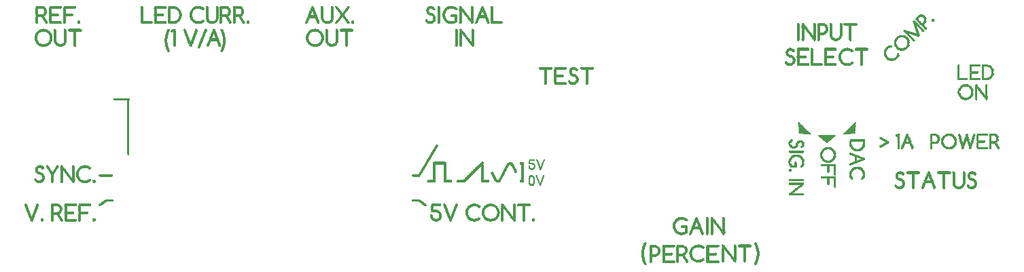
<source format=gbr>
G04 EAGLE Gerber RS-274X export*
G75*
%MOMM*%
%FSLAX34Y34*%
%LPD*%
%INSilkscreen Top*%
%IPPOS*%
%AMOC8*
5,1,8,0,0,1.08239X$1,22.5*%
G01*
%ADD10R,0.160019X0.032006*%
%ADD11R,0.127000X0.032006*%
%ADD12R,1.397000X0.032006*%
%ADD13R,0.157481X0.032006*%
%ADD14R,0.317500X0.032006*%
%ADD15R,0.381000X0.032006*%
%ADD16R,0.220981X0.031750*%
%ADD17R,0.254000X0.031750*%
%ADD18R,0.223519X0.031750*%
%ADD19R,1.524000X0.031750*%
%ADD20R,0.190500X0.031750*%
%ADD21R,0.508000X0.031750*%
%ADD22R,0.635000X0.031750*%
%ADD23R,0.668019X0.031750*%
%ADD24R,0.317500X0.031750*%
%ADD25R,0.825500X0.031750*%
%ADD26R,0.287019X0.031750*%
%ADD27R,0.347981X0.031750*%
%ADD28R,0.284481X0.031750*%
%ADD29R,1.587500X0.031750*%
%ADD30R,0.350519X0.031750*%
%ADD31R,0.762000X0.031750*%
%ADD32R,0.952500X0.031750*%
%ADD33R,0.982981X0.031750*%
%ADD34R,0.381000X0.031750*%
%ADD35R,0.858519X0.031750*%
%ADD36R,1.079500X0.031750*%
%ADD37R,1.109981X0.031750*%
%ADD38R,1.206500X0.031750*%
%ADD39R,1.554481X0.031750*%
%ADD40R,1.016000X0.031750*%
%ADD41R,1.270000X0.031750*%
%ADD42R,1.303019X0.031750*%
%ADD43R,1.363981X0.031750*%
%ADD44R,0.411481X0.031750*%
%ADD45R,0.414019X0.031494*%
%ADD46R,0.347981X0.031494*%
%ADD47R,0.284481X0.031494*%
%ADD48R,1.524000X0.031494*%
%ADD49R,0.317500X0.031494*%
%ADD50R,0.350519X0.031494*%
%ADD51R,1.112519X0.031494*%
%ADD52R,1.460500X0.031494*%
%ADD53R,0.444500X0.031494*%
%ADD54R,0.414019X0.032006*%
%ADD55R,0.284481X0.032006*%
%ADD56R,0.350519X0.032006*%
%ADD57R,0.474981X0.032006*%
%ADD58R,0.508000X0.032006*%
%ADD59R,0.635000X0.032006*%
%ADD60R,0.604519X0.032006*%
%ADD61R,0.474981X0.031494*%
%ADD62R,0.287019X0.031494*%
%ADD63R,0.411481X0.031494*%
%ADD64R,0.538481X0.031494*%
%ADD65R,0.477519X0.031494*%
%ADD66R,0.541019X0.031494*%
%ADD67R,0.508000X0.031494*%
%ADD68R,0.190500X0.032006*%
%ADD69R,0.347981X0.032006*%
%ADD70R,0.477519X0.032006*%
%ADD71R,0.541019X0.032006*%
%ADD72R,0.411481X0.032006*%
%ADD73R,0.287019X0.032006*%
%ADD74R,0.571500X0.032006*%
%ADD75R,0.381000X0.031494*%
%ADD76R,0.190500X0.031494*%
%ADD77R,0.601981X0.031494*%
%ADD78R,0.601981X0.032006*%
%ADD79R,0.063500X0.032006*%
%ADD80R,0.635000X0.031494*%
%ADD81R,0.665481X0.032006*%
%ADD82R,0.698500X0.031494*%
%ADD83R,0.254000X0.031494*%
%ADD84R,0.254000X0.032006*%
%ADD85R,0.160019X0.031494*%
%ADD86R,1.046481X0.032006*%
%ADD87R,1.173481X0.031750*%
%ADD88R,1.176019X0.031750*%
%ADD89R,1.143000X0.031750*%
%ADD90R,1.236981X0.031750*%
%ADD91R,1.239519X0.031750*%
%ADD92R,1.173481X0.031494*%
%ADD93R,1.270000X0.031494*%
%ADD94R,1.206500X0.032006*%
%ADD95R,1.270000X0.032006*%
%ADD96R,1.236981X0.031494*%
%ADD97R,1.236981X0.032006*%
%ADD98R,1.239519X0.032006*%
%ADD99R,1.079500X0.032006*%
%ADD100R,1.239519X0.031494*%
%ADD101R,1.109981X0.031494*%
%ADD102R,1.112519X0.032006*%
%ADD103R,1.079500X0.031494*%
%ADD104R,1.049019X0.032006*%
%ADD105R,1.016000X0.031494*%
%ADD106R,0.952500X0.032006*%
%ADD107R,0.889000X0.031494*%
%ADD108R,0.795019X0.032006*%
%ADD109R,0.698500X0.032006*%
%ADD110R,0.665481X0.031750*%
%ADD111R,0.414019X0.031750*%
%ADD112R,0.601981X0.031750*%
%ADD113R,0.571500X0.031750*%
%ADD114R,0.444500X0.031750*%
%ADD115R,0.538481X0.031750*%
%ADD116R,0.477519X0.031750*%
%ADD117R,0.444500X0.032006*%
%ADD118R,0.538481X0.032006*%
%ADD119R,0.127000X0.031494*%
%ADD120R,1.490981X0.031494*%
%ADD121R,1.524000X0.032006*%
%ADD122R,0.220981X0.032006*%
%ADD123R,0.223519X0.032006*%
%ADD124R,1.176019X0.032006*%
%ADD125R,1.587500X0.032006*%
%ADD126R,1.554481X0.031494*%
%ADD127R,1.557019X0.031494*%
%ADD128R,1.206500X0.031494*%
%ADD129R,1.333500X0.031494*%
%ADD130R,1.620519X0.031494*%
%ADD131R,1.143000X0.032006*%
%ADD132R,1.651000X0.032006*%
%ADD133R,1.587500X0.031494*%
%ADD134R,1.143000X0.031494*%
%ADD135R,1.681481X0.031494*%
%ADD136R,1.016000X0.032006*%
%ADD137R,1.681481X0.032006*%
%ADD138R,0.922019X0.031494*%
%ADD139R,1.651000X0.031494*%
%ADD140R,0.762000X0.032006*%
%ADD141R,1.620519X0.032006*%
%ADD142R,0.825500X0.031494*%
%ADD143R,0.571500X0.031494*%
%ADD144R,0.030481X0.032006*%
%ADD145R,1.333500X0.032006*%
%ADD146R,0.093981X0.032006*%
%ADD147R,0.033019X0.032006*%
%ADD148R,1.427481X0.032006*%
%ADD149R,1.112519X0.031750*%
%ADD150R,1.049019X0.031750*%
%ADD151R,1.046481X0.031750*%
%ADD152R,0.985519X0.031494*%
%ADD153R,0.889000X0.032006*%
%ADD154R,1.808481X0.031750*%
%ADD155R,1.874519X0.031750*%
%ADD156R,0.127000X0.031750*%
%ADD157R,1.935481X0.031750*%
%ADD158R,1.808481X0.031494*%
%ADD159R,1.363981X0.031494*%
%ADD160R,1.460500X0.032006*%
%ADD161R,0.604519X0.031494*%
%ADD162R,0.668019X0.031494*%
%ADD163R,1.333500X0.031750*%
%ADD164R,0.731519X0.031750*%
%ADD165R,0.795019X0.031750*%
%ADD166R,0.795019X0.031494*%
%ADD167R,1.176019X0.031494*%
%ADD168R,0.728981X0.031494*%
%ADD169R,0.096519X0.032006*%
%ADD170R,0.668019X0.032006*%
%ADD171R,0.157481X0.031494*%
%ADD172R,1.808481X0.032006*%
%ADD173R,1.874519X0.031494*%
%ADD174R,0.223519X0.031494*%
%ADD175R,1.935481X0.032006*%
%ADD176R,1.935481X0.031494*%
%ADD177R,1.874519X0.032006*%
%ADD178R,0.157481X0.031750*%
%ADD179R,0.922019X0.031750*%
%ADD180R,0.889000X0.031750*%
%ADD181R,0.985519X0.031750*%
%ADD182R,0.474981X0.031750*%
%ADD183R,0.160019X0.031750*%
%ADD184R,0.698500X0.031750*%
%ADD185R,0.541019X0.031750*%
%ADD186R,1.460500X0.031750*%
%ADD187R,0.604519X0.031750*%
%ADD188R,1.747519X0.031750*%
%ADD189R,0.792481X0.031750*%
%ADD190R,1.905000X0.031750*%
%ADD191R,0.858519X0.031494*%
%ADD192R,0.093981X0.031494*%
%ADD193R,0.665481X0.031494*%
%ADD194R,1.871981X0.031750*%
%ADD195R,1.905000X0.032006*%
%ADD196R,0.762000X0.031494*%
%ADD197R,0.220981X0.031494*%
%ADD198R,1.714500X0.031750*%
%ADD199R,1.778000X0.032006*%
%ADD200R,1.303019X0.032006*%
%ADD201R,1.778000X0.031750*%
%ADD202R,1.778000X0.031494*%
%ADD203R,0.728981X0.031750*%
%ADD204R,0.731519X0.031494*%
%ADD205R,0.728981X0.032006*%
%ADD206R,0.731519X0.032006*%
%ADD207R,0.096519X0.031750*%
%ADD208R,1.300481X0.032006*%
%ADD209R,1.046481X0.031494*%
%ADD210R,0.982981X0.032006*%
%ADD211R,0.919481X0.032006*%
%ADD212R,1.397000X0.031750*%
%ADD213R,0.855981X0.031494*%
%ADD214R,0.792481X0.031494*%
%ADD215R,0.982981X0.031494*%
%ADD216R,0.858519X0.032006*%
%ADD217R,0.922019X0.032006*%
%ADD218R,0.855981X0.031750*%
%ADD219R,1.651000X0.031750*%
%ADD220R,1.905000X0.031494*%
%ADD221R,1.681481X0.031750*%
%ADD222R,1.620519X0.031750*%
%ADD223R,0.093981X0.031750*%
%ADD224R,1.427481X0.031750*%
%ADD225R,0.033019X0.031750*%
%ADD226R,0.030481X0.031750*%
%ADD227R,1.554481X0.032006*%
%ADD228R,0.919481X0.031750*%
%ADD229R,0.825500X0.032006*%
%ADD230R,1.300481X0.031750*%
%ADD231R,1.747519X0.032006*%
%ADD232R,0.792481X0.032006*%
%ADD233R,1.300481X0.031494*%
%ADD234R,1.366519X0.032006*%
%ADD235R,1.366519X0.031750*%
%ADD236R,0.063500X0.031494*%
%ADD237R,1.366519X0.031494*%
%ADD238R,0.919481X0.031494*%
%ADD239R,0.063500X0.031750*%
%ADD240R,0.952500X0.031494*%
%ADD241R,0.855981X0.032006*%
%ADD242R,0.985519X0.032006*%
%ADD243R,1.397000X0.031494*%
%ADD244R,1.841500X0.032006*%
%ADD245R,1.968500X0.031750*%
%ADD246R,2.032000X0.031494*%
%ADD247R,2.095500X0.032006*%
%ADD248R,2.159000X0.031750*%
%ADD249R,0.096519X0.031494*%
%ADD250R,1.968500X0.031494*%
%ADD251R,2.001519X0.031750*%
%ADD252R,2.001519X0.032006*%
%ADD253R,2.032000X0.031750*%
%ADD254R,2.001519X0.031494*%
%ADD255R,1.938019X0.031750*%
%ADD256R,1.303019X0.031494*%
%ADD257R,1.557019X0.032006*%
%ADD258R,1.557019X0.031750*%
%ADD259R,1.617981X0.031750*%
%ADD260R,1.684019X0.031750*%
%ADD261R,1.684019X0.031494*%
%ADD262R,1.430019X0.031750*%
%ADD263R,1.049019X0.031494*%
%ADD264R,1.493519X0.031750*%
%ADD265R,1.490981X0.031750*%
%ADD266R,0.031750X0.160019*%
%ADD267R,0.032006X0.254000*%
%ADD268R,0.031750X0.317500*%
%ADD269R,0.031750X0.381000*%
%ADD270R,0.031750X0.287019*%
%ADD271R,0.031750X0.444500*%
%ADD272R,0.031750X0.508000*%
%ADD273R,0.031750X0.477519*%
%ADD274R,0.031750X0.635000*%
%ADD275R,0.031750X0.762000*%
%ADD276R,0.031494X0.538481*%
%ADD277R,0.031494X0.825500*%
%ADD278R,0.031750X0.538481*%
%ADD279R,0.031750X0.889000*%
%ADD280R,0.031750X0.571500*%
%ADD281R,0.031750X0.952500*%
%ADD282R,0.032006X0.541019*%
%ADD283R,0.032006X1.016000*%
%ADD284R,0.031750X1.079500*%
%ADD285R,0.031750X0.474981*%
%ADD286R,0.031750X0.414019*%
%ADD287R,0.031750X0.922019*%
%ADD288R,0.031494X0.381000*%
%ADD289R,0.031750X0.347981*%
%ADD290R,0.031750X0.665481*%
%ADD291R,0.032006X0.601981*%
%ADD292R,0.032006X0.317500*%
%ADD293R,0.031750X0.541019*%
%ADD294R,0.031750X0.411481*%
%ADD295R,0.031750X0.284481*%
%ADD296R,0.031494X0.284481*%
%ADD297R,0.031494X0.317500*%
%ADD298R,0.032006X0.284481*%
%ADD299R,0.031750X2.159000*%
%ADD300R,0.031750X2.189481*%
%ADD301R,0.031750X2.222500*%
%ADD302R,0.031494X2.222500*%
%ADD303R,0.031750X2.192019*%
%ADD304R,0.032006X2.159000*%
%ADD305R,0.031750X2.125981*%
%ADD306R,0.031750X1.998981*%
%ADD307R,0.032006X0.093981*%
%ADD308R,0.031750X0.220981*%
%ADD309R,0.031750X0.190500*%
%ADD310R,0.031750X0.254000*%
%ADD311R,0.031494X0.287019*%
%ADD312R,0.032006X0.287019*%
%ADD313R,0.031750X0.093981*%
%ADD314R,0.032006X2.222500*%
%ADD315R,0.031494X2.159000*%
%ADD316R,0.032006X0.381000*%
%ADD317R,0.031494X0.541019*%
%ADD318R,0.032006X0.698500*%
%ADD319R,0.031494X0.795019*%
%ADD320R,0.032006X0.855981*%
%ADD321R,0.031750X0.982981*%
%ADD322R,0.031750X1.049019*%
%ADD323R,0.031750X1.109981*%
%ADD324R,0.031494X1.143000*%
%ADD325R,0.032006X0.477519*%
%ADD326R,0.031494X0.411481*%
%ADD327R,0.032006X0.414019*%
%ADD328R,0.031494X0.350519*%
%ADD329R,0.032006X0.347981*%
%ADD330R,0.031494X2.189481*%
%ADD331R,0.031494X2.192019*%
%ADD332R,0.031494X2.032000*%


D10*
X94933Y74930D03*
X107633Y74930D03*
D11*
X120802Y74930D03*
X132563Y74930D03*
D12*
X143662Y74930D03*
D11*
X154788Y74930D03*
D13*
X172720Y74930D03*
D14*
X598640Y74930D03*
D10*
X616903Y74930D03*
D15*
X646582Y74930D03*
X666902Y74930D03*
D11*
X681507Y74930D03*
X696443Y74930D03*
X708177Y74930D03*
D13*
X720090Y74930D03*
D16*
X94933Y75249D03*
D17*
X107798Y75249D03*
D18*
X120650Y75249D03*
D16*
X132398Y75249D03*
D19*
X143662Y75249D03*
D20*
X154775Y75249D03*
D17*
X172872Y75249D03*
D21*
X598653Y75249D03*
D16*
X616903Y75249D03*
D22*
X646582Y75249D03*
D23*
X667068Y75249D03*
D20*
X681520Y75249D03*
D16*
X696278Y75249D03*
D18*
X708025Y75249D03*
D17*
X720242Y75249D03*
X94767Y75566D03*
D24*
X107785Y75566D03*
D17*
X120802Y75566D03*
X132563Y75566D03*
D19*
X143662Y75566D03*
D17*
X154788Y75566D03*
D24*
X172885Y75566D03*
D22*
X598653Y75566D03*
D17*
X616737Y75566D03*
D25*
X646595Y75566D03*
X666915Y75566D03*
D17*
X681507Y75566D03*
X696443Y75566D03*
X708177Y75566D03*
D24*
X720255Y75566D03*
D26*
X94933Y75884D03*
D27*
X107633Y75884D03*
D28*
X120650Y75884D03*
D26*
X132398Y75884D03*
D29*
X143675Y75884D03*
D26*
X154623Y75884D03*
D30*
X172720Y75884D03*
D31*
X598653Y75884D03*
D26*
X616903Y75884D03*
D32*
X646595Y75884D03*
D33*
X667068Y75884D03*
D28*
X681355Y75884D03*
D26*
X696278Y75884D03*
D28*
X708025Y75884D03*
D30*
X720090Y75884D03*
D26*
X94933Y76201D03*
D34*
X107798Y76201D03*
D28*
X120650Y76201D03*
D24*
X132245Y76201D03*
D29*
X143675Y76201D03*
D24*
X154775Y76201D03*
D34*
X172872Y76201D03*
D35*
X598805Y76201D03*
D26*
X616903Y76201D03*
D36*
X646595Y76201D03*
D37*
X667068Y76201D03*
D24*
X681520Y76201D03*
X696125Y76201D03*
D28*
X708025Y76201D03*
D34*
X720242Y76201D03*
D27*
X94933Y76519D03*
D34*
X107798Y76519D03*
D28*
X120650Y76519D03*
D24*
X132245Y76519D03*
D29*
X143675Y76519D03*
D24*
X154775Y76519D03*
D34*
X172872Y76519D03*
D32*
X598640Y76519D03*
D27*
X616903Y76519D03*
D38*
X646595Y76519D03*
X666915Y76519D03*
D24*
X681520Y76519D03*
D34*
X696112Y76519D03*
D28*
X708025Y76519D03*
D34*
X720242Y76519D03*
D27*
X94933Y76836D03*
D34*
X107798Y76836D03*
D28*
X120650Y76836D03*
D30*
X132080Y76836D03*
D39*
X143510Y76836D03*
D24*
X154775Y76836D03*
D34*
X172872Y76836D03*
D40*
X598653Y76836D03*
D27*
X616903Y76836D03*
D41*
X646582Y76836D03*
D42*
X667068Y76836D03*
D24*
X681520Y76836D03*
D34*
X696112Y76836D03*
D28*
X708025Y76836D03*
D34*
X720242Y76836D03*
X94767Y77154D03*
X107798Y77154D03*
D28*
X120650Y77154D03*
D27*
X131763Y77154D03*
D39*
X143510Y77154D03*
D24*
X154775Y77154D03*
D34*
X172872Y77154D03*
D36*
X598640Y77154D03*
D34*
X616737Y77154D03*
D43*
X646748Y77154D03*
X667068Y77154D03*
D24*
X681520Y77154D03*
D44*
X695960Y77154D03*
D28*
X708025Y77154D03*
D34*
X720242Y77154D03*
D45*
X94933Y77470D03*
D46*
X107633Y77470D03*
D47*
X120650Y77470D03*
D46*
X131763Y77470D03*
D48*
X143358Y77470D03*
D49*
X154775Y77470D03*
D50*
X172720Y77470D03*
D51*
X598805Y77470D03*
D45*
X616903Y77470D03*
D52*
X646595Y77470D03*
X666915Y77470D03*
D49*
X681520Y77470D03*
D53*
X695795Y77470D03*
D47*
X708025Y77470D03*
D50*
X720090Y77470D03*
D54*
X94933Y77788D03*
D14*
X107785Y77788D03*
D55*
X120650Y77788D03*
D56*
X131445Y77788D03*
D14*
X137325Y77788D03*
X154775Y77788D03*
X172885Y77788D03*
D57*
X595313Y77788D03*
D58*
X602132Y77788D03*
D54*
X616903Y77788D03*
D59*
X642137Y77788D03*
D60*
X650875Y77788D03*
D59*
X662457Y77788D03*
X671347Y77788D03*
D14*
X681520Y77788D03*
D57*
X695643Y77788D03*
D55*
X708025Y77788D03*
D14*
X720255Y77788D03*
D61*
X94933Y78105D03*
D62*
X107633Y78105D03*
D47*
X120650Y78105D03*
D49*
X131280Y78105D03*
X137325Y78105D03*
X154775Y78105D03*
D47*
X172720Y78105D03*
D45*
X594678Y78105D03*
D63*
X602615Y78105D03*
D61*
X616903Y78105D03*
D64*
X641350Y78105D03*
D65*
X651510Y78105D03*
D64*
X661670Y78105D03*
D66*
X672148Y78105D03*
D49*
X681520Y78105D03*
D67*
X695477Y78105D03*
D47*
X708025Y78105D03*
X720090Y78105D03*
D57*
X94933Y78423D03*
D68*
X107785Y78423D03*
D55*
X120650Y78423D03*
D69*
X131128Y78423D03*
D14*
X137325Y78423D03*
X154775Y78423D03*
D68*
X172885Y78423D03*
D15*
X594208Y78423D03*
X603098Y78423D03*
D57*
X616903Y78423D03*
D70*
X640715Y78423D03*
D15*
X651993Y78423D03*
D70*
X661035Y78423D03*
D57*
X672783Y78423D03*
D14*
X681520Y78423D03*
D58*
X695477Y78423D03*
D55*
X708025Y78423D03*
D68*
X720255Y78423D03*
D67*
X94767Y78740D03*
D47*
X120650Y78740D03*
D50*
X130810Y78740D03*
D49*
X137325Y78740D03*
X154775Y78740D03*
D46*
X594043Y78740D03*
D50*
X603250Y78740D03*
D67*
X616737Y78740D03*
D53*
X640245Y78740D03*
D49*
X652310Y78740D03*
D53*
X660870Y78740D03*
X673265Y78740D03*
D49*
X681520Y78740D03*
D64*
X695325Y78740D03*
D47*
X708025Y78740D03*
D71*
X94933Y79058D03*
D55*
X120650Y79058D03*
D56*
X130810Y79058D03*
D14*
X137325Y79058D03*
X154775Y79058D03*
D56*
X593725Y79058D03*
D69*
X603568Y79058D03*
D71*
X616903Y79058D03*
D72*
X640080Y79058D03*
D73*
X652463Y79058D03*
D72*
X660400Y79058D03*
X673735Y79058D03*
D14*
X681520Y79058D03*
D74*
X695160Y79058D03*
D55*
X708025Y79058D03*
D66*
X94933Y79375D03*
D47*
X120650Y79375D03*
D46*
X130493Y79375D03*
D49*
X137325Y79375D03*
X154775Y79375D03*
X593560Y79375D03*
X603720Y79375D03*
D66*
X616903Y79375D03*
D75*
X639597Y79375D03*
D76*
X652615Y79375D03*
D45*
X660083Y79375D03*
X674053Y79375D03*
D49*
X681520Y79375D03*
D77*
X695008Y79375D03*
D47*
X708025Y79375D03*
D78*
X94933Y79693D03*
D55*
X120650Y79693D03*
D56*
X130175Y79693D03*
D14*
X137325Y79693D03*
X154775Y79693D03*
X593560Y79693D03*
X604050Y79693D03*
D78*
X616903Y79693D03*
D15*
X639293Y79693D03*
D79*
X652615Y79693D03*
D15*
X659613Y79693D03*
X674218Y79693D03*
D14*
X681520Y79693D03*
D78*
X695008Y79693D03*
D55*
X708025Y79693D03*
D77*
X94933Y80010D03*
D47*
X120650Y80010D03*
D50*
X130175Y80010D03*
D49*
X137325Y80010D03*
X154775Y80010D03*
X593255Y80010D03*
X604050Y80010D03*
D77*
X616903Y80010D03*
D75*
X638962Y80010D03*
D46*
X659448Y80010D03*
D75*
X674522Y80010D03*
D49*
X681520Y80010D03*
D80*
X694842Y80010D03*
D47*
X708025Y80010D03*
D59*
X94767Y80328D03*
D55*
X120650Y80328D03*
D69*
X129858Y80328D03*
D14*
X137325Y80328D03*
X154775Y80328D03*
X593255Y80328D03*
D73*
X604203Y80328D03*
D59*
X616737Y80328D03*
D56*
X638810Y80328D03*
X659130Y80328D03*
D15*
X674853Y80328D03*
D14*
X681520Y80328D03*
D81*
X694690Y80328D03*
D55*
X708025Y80328D03*
D49*
X93180Y80645D03*
X96685Y80645D03*
D47*
X120650Y80645D03*
D49*
X129705Y80645D03*
X137325Y80645D03*
X154775Y80645D03*
D47*
X593090Y80645D03*
D62*
X604203Y80645D03*
D49*
X615150Y80645D03*
X618655Y80645D03*
D46*
X638493Y80645D03*
D75*
X658978Y80645D03*
D50*
X675005Y80645D03*
D49*
X681520Y80645D03*
D82*
X694525Y80645D03*
D47*
X708025Y80645D03*
D14*
X93180Y80963D03*
X96685Y80963D03*
D55*
X120650Y80963D03*
D56*
X129540Y80963D03*
D14*
X137325Y80963D03*
X154775Y80963D03*
D55*
X593090Y80963D03*
D14*
X604355Y80963D03*
X615150Y80963D03*
X618655Y80963D03*
D69*
X638493Y80963D03*
X658813Y80963D03*
X675323Y80963D03*
D14*
X681520Y80963D03*
D15*
X692633Y80963D03*
D14*
X696430Y80963D03*
D55*
X708025Y80963D03*
D49*
X92875Y81280D03*
X96990Y81280D03*
D47*
X120650Y81280D03*
D46*
X129223Y81280D03*
D49*
X137325Y81280D03*
X154775Y81280D03*
D47*
X593090Y81280D03*
X604520Y81280D03*
D49*
X614845Y81280D03*
X618960Y81280D03*
D50*
X638175Y81280D03*
X658495Y81280D03*
D46*
X675323Y81280D03*
D49*
X681520Y81280D03*
D46*
X692468Y81280D03*
D49*
X696430Y81280D03*
D47*
X708025Y81280D03*
D14*
X92875Y81598D03*
X96990Y81598D03*
D55*
X120650Y81598D03*
D69*
X129223Y81598D03*
D14*
X137325Y81598D03*
X154775Y81598D03*
X592925Y81598D03*
D55*
X604520Y81598D03*
D14*
X614845Y81598D03*
X618960Y81598D03*
X638010Y81598D03*
X658330Y81598D03*
D56*
X675640Y81598D03*
D14*
X681520Y81598D03*
D15*
X692302Y81598D03*
D14*
X696430Y81598D03*
D55*
X708025Y81598D03*
D47*
X92710Y81915D03*
D49*
X96990Y81915D03*
D47*
X120650Y81915D03*
D50*
X128905Y81915D03*
D49*
X137325Y81915D03*
X154775Y81915D03*
X592925Y81915D03*
D47*
X604520Y81915D03*
X614680Y81915D03*
D49*
X618960Y81915D03*
D46*
X637858Y81915D03*
D49*
X658330Y81915D03*
X675805Y81915D03*
X681520Y81915D03*
D75*
X691998Y81915D03*
D49*
X696430Y81915D03*
D47*
X708025Y81915D03*
D14*
X92545Y82233D03*
X97320Y82233D03*
D55*
X120650Y82233D03*
D69*
X128588Y82233D03*
D14*
X137325Y82233D03*
X154775Y82233D03*
D73*
X592773Y82233D03*
D55*
X604520Y82233D03*
D14*
X614515Y82233D03*
X619290Y82233D03*
X637705Y82233D03*
X658025Y82233D03*
X675805Y82233D03*
X681520Y82233D03*
D15*
X691667Y82233D03*
D14*
X696430Y82233D03*
D55*
X708025Y82233D03*
D49*
X92545Y82550D03*
X97320Y82550D03*
D47*
X120650Y82550D03*
D46*
X128588Y82550D03*
D49*
X137325Y82550D03*
X154775Y82550D03*
D83*
X592938Y82550D03*
D47*
X604520Y82550D03*
D49*
X614515Y82550D03*
X619290Y82550D03*
X637705Y82550D03*
X658025Y82550D03*
X676110Y82550D03*
X681520Y82550D03*
D50*
X691515Y82550D03*
D49*
X696430Y82550D03*
D47*
X708025Y82550D03*
D14*
X92240Y82868D03*
D73*
X97473Y82868D03*
D55*
X120650Y82868D03*
D56*
X128270Y82868D03*
D14*
X137325Y82868D03*
X154775Y82868D03*
D84*
X592938Y82868D03*
D14*
X604355Y82868D03*
X614210Y82868D03*
D73*
X619443Y82868D03*
D55*
X637540Y82868D03*
X657860Y82868D03*
D14*
X676110Y82868D03*
X681520Y82868D03*
D69*
X691198Y82868D03*
D14*
X696430Y82868D03*
D55*
X708025Y82868D03*
D49*
X92240Y83185D03*
X97625Y83185D03*
D47*
X120650Y83185D03*
D49*
X128105Y83185D03*
X137325Y83185D03*
X154775Y83185D03*
D85*
X592773Y83185D03*
D62*
X604203Y83185D03*
D49*
X614210Y83185D03*
X619595Y83185D03*
X637375Y83185D03*
X657695Y83185D03*
X676110Y83185D03*
X681520Y83185D03*
D75*
X691032Y83185D03*
D49*
X696430Y83185D03*
D47*
X708025Y83185D03*
D55*
X92075Y83503D03*
D14*
X97625Y83503D03*
D86*
X124460Y83503D03*
D14*
X137325Y83503D03*
X154775Y83503D03*
D73*
X604203Y83503D03*
D55*
X614045Y83503D03*
D14*
X619595Y83503D03*
X637375Y83503D03*
X657695Y83503D03*
D55*
X676275Y83503D03*
D14*
X681520Y83503D03*
D15*
X690728Y83503D03*
D14*
X696430Y83503D03*
D55*
X708025Y83503D03*
D24*
X91910Y83821D03*
X97955Y83821D03*
D40*
X124308Y83821D03*
D24*
X137325Y83821D03*
X154775Y83821D03*
X604050Y83821D03*
X613880Y83821D03*
X619925Y83821D03*
D26*
X637223Y83821D03*
X657543Y83821D03*
D24*
X676440Y83821D03*
X681520Y83821D03*
D34*
X690397Y83821D03*
D24*
X696430Y83821D03*
D28*
X708025Y83821D03*
D24*
X91910Y84139D03*
X97955Y84139D03*
D40*
X124308Y84139D03*
D24*
X137325Y84139D03*
X154775Y84139D03*
X604050Y84139D03*
X613880Y84139D03*
X619925Y84139D03*
D26*
X637223Y84139D03*
X657543Y84139D03*
D24*
X676440Y84139D03*
X681520Y84139D03*
D30*
X690245Y84139D03*
D24*
X696430Y84139D03*
D28*
X708025Y84139D03*
D24*
X91605Y84456D03*
D26*
X98108Y84456D03*
D36*
X124625Y84456D03*
D87*
X141605Y84456D03*
D88*
X159068Y84456D03*
D24*
X603720Y84456D03*
X613575Y84456D03*
D26*
X620078Y84456D03*
X637223Y84456D03*
X657543Y84456D03*
D24*
X676440Y84456D03*
X681520Y84456D03*
D34*
X690093Y84456D03*
D24*
X696430Y84456D03*
D28*
X708025Y84456D03*
D24*
X91605Y84774D03*
X98260Y84774D03*
D37*
X124778Y84774D03*
D38*
X141770Y84774D03*
X159220Y84774D03*
D27*
X603568Y84774D03*
D24*
X613575Y84774D03*
X620230Y84774D03*
D26*
X637223Y84774D03*
X657543Y84774D03*
X676593Y84774D03*
D24*
X681520Y84774D03*
D34*
X689762Y84774D03*
D24*
X696430Y84774D03*
D28*
X708025Y84774D03*
D24*
X91605Y85091D03*
X98260Y85091D03*
D89*
X124943Y85091D03*
D90*
X141923Y85091D03*
D91*
X159385Y85091D03*
D34*
X603402Y85091D03*
D24*
X613575Y85091D03*
X620230Y85091D03*
X637070Y85091D03*
D26*
X657543Y85091D03*
X676593Y85091D03*
D24*
X681520Y85091D03*
D34*
X689458Y85091D03*
D24*
X696430Y85091D03*
D28*
X708025Y85091D03*
D49*
X91275Y85408D03*
X98590Y85408D03*
D92*
X125095Y85408D03*
D93*
X142088Y85408D03*
X159537Y85408D03*
D75*
X603098Y85408D03*
D49*
X613245Y85408D03*
X620560Y85408D03*
X637070Y85408D03*
D62*
X657543Y85408D03*
X676593Y85408D03*
D49*
X681520Y85408D03*
D46*
X689293Y85408D03*
D49*
X696430Y85408D03*
D47*
X708025Y85408D03*
D14*
X91275Y85725D03*
X98590Y85725D03*
D94*
X125260Y85725D03*
D95*
X142088Y85725D03*
X159537Y85725D03*
D15*
X602767Y85725D03*
D14*
X613245Y85725D03*
X620560Y85725D03*
X637070Y85725D03*
D73*
X657543Y85725D03*
X676593Y85725D03*
D14*
X681520Y85725D03*
D56*
X688975Y85725D03*
D14*
X696430Y85725D03*
D55*
X708025Y85725D03*
D49*
X90970Y86043D03*
X98590Y86043D03*
D96*
X125413Y86043D03*
D93*
X142088Y86043D03*
X159537Y86043D03*
D53*
X602450Y86043D03*
D49*
X612940Y86043D03*
X620560Y86043D03*
X637070Y86043D03*
X657390Y86043D03*
D62*
X676593Y86043D03*
D49*
X681520Y86043D03*
D75*
X688823Y86043D03*
D49*
X696430Y86043D03*
D47*
X708025Y86043D03*
D14*
X90970Y86360D03*
X98895Y86360D03*
D55*
X120650Y86360D03*
D70*
X129540Y86360D03*
D97*
X141923Y86360D03*
D98*
X159385Y86360D03*
D99*
X598970Y86360D03*
D14*
X612940Y86360D03*
X620865Y86360D03*
X637070Y86360D03*
D73*
X657543Y86360D03*
X676593Y86360D03*
D14*
X681520Y86360D03*
D15*
X688492Y86360D03*
D14*
X696430Y86360D03*
D55*
X708025Y86360D03*
D49*
X90970Y86678D03*
X98895Y86678D03*
D47*
X120650Y86678D03*
D45*
X129858Y86678D03*
D96*
X141923Y86678D03*
D100*
X159385Y86678D03*
D101*
X598488Y86678D03*
D49*
X612940Y86678D03*
X620865Y86678D03*
X637070Y86678D03*
D62*
X657543Y86678D03*
X676593Y86678D03*
D49*
X681520Y86678D03*
D75*
X688188Y86678D03*
D49*
X696430Y86678D03*
D47*
X708025Y86678D03*
D14*
X90640Y86995D03*
X99225Y86995D03*
D55*
X120650Y86995D03*
D15*
X130327Y86995D03*
D94*
X141770Y86995D03*
X159220Y86995D03*
D102*
X598170Y86995D03*
D14*
X612610Y86995D03*
X621195Y86995D03*
D73*
X637223Y86995D03*
X657543Y86995D03*
X676593Y86995D03*
D14*
X681520Y86995D03*
D69*
X688023Y86995D03*
D14*
X696430Y86995D03*
D55*
X708025Y86995D03*
D49*
X90640Y87313D03*
X99225Y87313D03*
D47*
X120650Y87313D03*
D46*
X130493Y87313D03*
D49*
X137325Y87313D03*
X154775Y87313D03*
D103*
X598005Y87313D03*
D49*
X612610Y87313D03*
X621195Y87313D03*
D62*
X637223Y87313D03*
X657543Y87313D03*
D49*
X676440Y87313D03*
X681520Y87313D03*
D75*
X687857Y87313D03*
D49*
X696430Y87313D03*
D47*
X708025Y87313D03*
D73*
X90488Y87630D03*
D14*
X99225Y87630D03*
D55*
X120650Y87630D03*
D56*
X130810Y87630D03*
D14*
X137325Y87630D03*
X154775Y87630D03*
D104*
X597853Y87630D03*
D73*
X612458Y87630D03*
D14*
X621195Y87630D03*
D73*
X637223Y87630D03*
X657543Y87630D03*
D14*
X676440Y87630D03*
X681520Y87630D03*
D15*
X687553Y87630D03*
D14*
X696430Y87630D03*
D55*
X708025Y87630D03*
D49*
X90335Y87948D03*
X99530Y87948D03*
D47*
X120650Y87948D03*
D49*
X130975Y87948D03*
X137325Y87948D03*
X154775Y87948D03*
D105*
X597687Y87948D03*
D49*
X612305Y87948D03*
X621500Y87948D03*
D62*
X637223Y87948D03*
D49*
X657695Y87948D03*
D47*
X676275Y87948D03*
D49*
X681520Y87948D03*
D75*
X687222Y87948D03*
D49*
X696430Y87948D03*
D47*
X708025Y87948D03*
D14*
X90335Y88265D03*
X99530Y88265D03*
D55*
X120650Y88265D03*
D14*
X130975Y88265D03*
X137325Y88265D03*
X154775Y88265D03*
D106*
X597370Y88265D03*
D14*
X612305Y88265D03*
X621500Y88265D03*
X637375Y88265D03*
X657695Y88265D03*
D55*
X676275Y88265D03*
D14*
X681520Y88265D03*
D56*
X687070Y88265D03*
D14*
X696430Y88265D03*
D55*
X708025Y88265D03*
D49*
X90005Y88583D03*
X99860Y88583D03*
D47*
X120650Y88583D03*
D62*
X131128Y88583D03*
D49*
X137325Y88583D03*
X154775Y88583D03*
D107*
X597052Y88583D03*
D49*
X611975Y88583D03*
X621830Y88583D03*
X637375Y88583D03*
D47*
X657860Y88583D03*
D49*
X676110Y88583D03*
X681520Y88583D03*
D46*
X686753Y88583D03*
D49*
X696430Y88583D03*
D47*
X708025Y88583D03*
D14*
X90005Y88900D03*
X99860Y88900D03*
D55*
X120650Y88900D03*
D14*
X131280Y88900D03*
X137325Y88900D03*
X154775Y88900D03*
D108*
X596583Y88900D03*
D14*
X611975Y88900D03*
X621830Y88900D03*
D55*
X637540Y88900D03*
D14*
X658025Y88900D03*
X676110Y88900D03*
X681520Y88900D03*
D15*
X686587Y88900D03*
D14*
X696430Y88900D03*
D55*
X708025Y88900D03*
D62*
X89853Y89218D03*
D49*
X99860Y89218D03*
D47*
X120650Y89218D03*
D49*
X131280Y89218D03*
X137325Y89218D03*
X154775Y89218D03*
D62*
X594043Y89218D03*
X611823Y89218D03*
D49*
X621830Y89218D03*
X637705Y89218D03*
X658025Y89218D03*
D62*
X675958Y89218D03*
D49*
X681520Y89218D03*
D75*
X686283Y89218D03*
D49*
X696430Y89218D03*
D47*
X708025Y89218D03*
D14*
X89700Y89535D03*
X100165Y89535D03*
D55*
X120650Y89535D03*
X131445Y89535D03*
D14*
X137325Y89535D03*
X154775Y89535D03*
D73*
X594043Y89535D03*
D14*
X611670Y89535D03*
X622135Y89535D03*
X637705Y89535D03*
X658025Y89535D03*
X675805Y89535D03*
X681520Y89535D03*
D15*
X685952Y89535D03*
D14*
X696430Y89535D03*
D55*
X708025Y89535D03*
D49*
X89700Y89853D03*
X100165Y89853D03*
D47*
X120650Y89853D03*
X131445Y89853D03*
D49*
X137325Y89853D03*
X154775Y89853D03*
D62*
X594043Y89853D03*
D49*
X611670Y89853D03*
X622135Y89853D03*
X638010Y89853D03*
X658330Y89853D03*
D50*
X675640Y89853D03*
D49*
X681520Y89853D03*
D50*
X685800Y89853D03*
D49*
X696430Y89853D03*
D47*
X708025Y89853D03*
D14*
X89370Y90170D03*
D55*
X100330Y90170D03*
X120650Y90170D03*
X131445Y90170D03*
D14*
X137325Y90170D03*
X154775Y90170D03*
D73*
X594043Y90170D03*
D14*
X611340Y90170D03*
D55*
X622300Y90170D03*
D56*
X638175Y90170D03*
X658495Y90170D03*
D14*
X675475Y90170D03*
X681520Y90170D03*
D15*
X685648Y90170D03*
D14*
X696430Y90170D03*
D55*
X708025Y90170D03*
D49*
X89370Y90488D03*
X100495Y90488D03*
D47*
X120650Y90488D03*
X131445Y90488D03*
D49*
X137325Y90488D03*
X154775Y90488D03*
D62*
X594043Y90488D03*
D49*
X611340Y90488D03*
X622465Y90488D03*
X638340Y90488D03*
X658660Y90488D03*
D46*
X675323Y90488D03*
D49*
X681520Y90488D03*
D75*
X685317Y90488D03*
D49*
X696430Y90488D03*
D47*
X708025Y90488D03*
D14*
X89370Y90805D03*
X100495Y90805D03*
D55*
X120650Y90805D03*
X131445Y90805D03*
D14*
X137325Y90805D03*
X154775Y90805D03*
D73*
X594043Y90805D03*
D14*
X611340Y90805D03*
X622465Y90805D03*
D69*
X638493Y90805D03*
X658813Y90805D03*
D56*
X675005Y90805D03*
D109*
X683425Y90805D03*
D14*
X696430Y90805D03*
D55*
X708025Y90805D03*
D24*
X89065Y91124D03*
X100800Y91124D03*
D28*
X120650Y91124D03*
D24*
X131280Y91124D03*
X137325Y91124D03*
X154775Y91124D03*
D26*
X594043Y91124D03*
D24*
X611035Y91124D03*
X622770Y91124D03*
D30*
X638810Y91124D03*
X659130Y91124D03*
X675005Y91124D03*
D110*
X683260Y91124D03*
D24*
X696430Y91124D03*
D28*
X708025Y91124D03*
D24*
X89065Y91441D03*
X100800Y91441D03*
D28*
X120650Y91441D03*
D24*
X131280Y91441D03*
X137325Y91441D03*
X154775Y91441D03*
D26*
X594043Y91441D03*
D24*
X611035Y91441D03*
X622770Y91441D03*
D34*
X638962Y91441D03*
X659282Y91441D03*
D27*
X674688Y91441D03*
D22*
X683108Y91441D03*
D24*
X696430Y91441D03*
D28*
X708025Y91441D03*
D24*
X88735Y91759D03*
X100800Y91759D03*
D28*
X120650Y91759D03*
D26*
X131128Y91759D03*
D24*
X137325Y91759D03*
X154775Y91759D03*
D26*
X594043Y91759D03*
D24*
X610705Y91759D03*
X622770Y91759D03*
D34*
X639293Y91759D03*
X659613Y91759D03*
X674522Y91759D03*
D22*
X683108Y91759D03*
D24*
X696430Y91759D03*
D28*
X708025Y91759D03*
D24*
X88735Y92076D03*
X101130Y92076D03*
D28*
X120650Y92076D03*
D24*
X130975Y92076D03*
X137325Y92076D03*
X154775Y92076D03*
D26*
X594043Y92076D03*
D24*
X610705Y92076D03*
X623100Y92076D03*
D44*
X639445Y92076D03*
D20*
X652615Y92076D03*
D34*
X659917Y92076D03*
D111*
X674053Y92076D03*
D112*
X682943Y92076D03*
D24*
X696430Y92076D03*
D28*
X708025Y92076D03*
D24*
X88735Y92394D03*
X101130Y92394D03*
D28*
X120650Y92394D03*
D30*
X130810Y92394D03*
D24*
X137325Y92394D03*
X154775Y92394D03*
D26*
X594043Y92394D03*
D24*
X610705Y92394D03*
X623100Y92394D03*
D111*
X639763Y92394D03*
D17*
X652628Y92394D03*
D111*
X660083Y92394D03*
D44*
X673735Y92394D03*
D113*
X682790Y92394D03*
D24*
X696430Y92394D03*
D28*
X708025Y92394D03*
D24*
X88430Y92711D03*
X101435Y92711D03*
D28*
X120650Y92711D03*
D27*
X130493Y92711D03*
D24*
X137325Y92711D03*
X154775Y92711D03*
D26*
X594043Y92711D03*
D24*
X610400Y92711D03*
X623405Y92711D03*
D114*
X640245Y92711D03*
D26*
X652463Y92711D03*
D114*
X660565Y92711D03*
D111*
X673418Y92711D03*
D115*
X682625Y92711D03*
D24*
X696430Y92711D03*
D28*
X708025Y92711D03*
D24*
X88430Y93029D03*
X101435Y93029D03*
D28*
X120650Y93029D03*
D34*
X130327Y93029D03*
D24*
X137325Y93029D03*
X154775Y93029D03*
D26*
X594043Y93029D03*
D24*
X610400Y93029D03*
X623405Y93029D03*
D114*
X640550Y93029D03*
D34*
X652297Y93029D03*
D114*
X660870Y93029D03*
D116*
X673100Y93029D03*
D115*
X682625Y93029D03*
D24*
X696430Y93029D03*
D28*
X708025Y93029D03*
D49*
X88100Y93345D03*
X101435Y93345D03*
D47*
X120650Y93345D03*
D75*
X130023Y93345D03*
D49*
X137325Y93345D03*
X154775Y93345D03*
D62*
X594043Y93345D03*
D49*
X610070Y93345D03*
X623405Y93345D03*
D61*
X641033Y93345D03*
D53*
X651980Y93345D03*
D67*
X661518Y93345D03*
X672617Y93345D03*
X682473Y93345D03*
D49*
X696430Y93345D03*
D47*
X708025Y93345D03*
D14*
X88100Y93663D03*
X101765Y93663D03*
D55*
X120650Y93663D03*
D117*
X129705Y93663D03*
D14*
X137325Y93663D03*
X154775Y93663D03*
D73*
X594043Y93663D03*
D14*
X610070Y93663D03*
X623735Y93663D03*
D74*
X641820Y93663D03*
D118*
X651510Y93663D03*
D74*
X662140Y93663D03*
X671995Y93663D03*
D57*
X682308Y93663D03*
D14*
X696430Y93663D03*
D55*
X708025Y93663D03*
D49*
X88100Y93980D03*
X101765Y93980D03*
D96*
X125413Y93980D03*
D52*
X143040Y93980D03*
X160490Y93980D03*
D85*
X180023Y93980D03*
D119*
X585622Y93980D03*
D51*
X598170Y93980D03*
D49*
X610070Y93980D03*
X623735Y93980D03*
D52*
X646595Y93980D03*
D120*
X667068Y93980D03*
D53*
X682155Y93980D03*
D49*
X696430Y93980D03*
D52*
X708190Y93980D03*
D14*
X87795Y94298D03*
X102070Y94298D03*
D94*
X125260Y94298D03*
D121*
X143358Y94298D03*
X160807Y94298D03*
D122*
X180023Y94298D03*
D123*
X585470Y94298D03*
D124*
X598488Y94298D03*
D14*
X609765Y94298D03*
X624040Y94298D03*
D12*
X646582Y94298D03*
X666902Y94298D03*
D72*
X681990Y94298D03*
D14*
X696430Y94298D03*
D125*
X708190Y94298D03*
D49*
X87795Y94615D03*
X102070Y94615D03*
D92*
X125095Y94615D03*
D126*
X143510Y94615D03*
D127*
X160973Y94615D03*
D83*
X180188Y94615D03*
D47*
X585470Y94615D03*
D128*
X598640Y94615D03*
D49*
X609765Y94615D03*
X624040Y94615D03*
D129*
X646595Y94615D03*
X666915Y94615D03*
D63*
X681990Y94615D03*
D49*
X696430Y94615D03*
D130*
X708025Y94615D03*
D14*
X87795Y94933D03*
X102070Y94933D03*
D131*
X124943Y94933D03*
D125*
X143675Y94933D03*
X161125Y94933D03*
D14*
X180505Y94933D03*
X585305Y94933D03*
D94*
X598640Y94933D03*
D14*
X609765Y94933D03*
X624040Y94933D03*
D97*
X646748Y94933D03*
X667068Y94933D03*
D15*
X681838Y94933D03*
D14*
X696430Y94933D03*
D132*
X708177Y94933D03*
D49*
X87465Y95250D03*
D47*
X102235Y95250D03*
D101*
X124778Y95250D03*
D133*
X143675Y95250D03*
X161125Y95250D03*
D46*
X180658Y95250D03*
D75*
X584987Y95250D03*
D128*
X598640Y95250D03*
D49*
X609435Y95250D03*
D47*
X624205Y95250D03*
D134*
X646582Y95250D03*
X666902Y95250D03*
D46*
X681673Y95250D03*
D49*
X696430Y95250D03*
D135*
X708025Y95250D03*
D14*
X87465Y95568D03*
D55*
X102235Y95568D03*
D99*
X124625Y95568D03*
D125*
X143675Y95568D03*
X161125Y95568D03*
D15*
X180823Y95568D03*
D72*
X584835Y95568D03*
D94*
X598640Y95568D03*
D14*
X609435Y95568D03*
D55*
X624205Y95568D03*
D136*
X646582Y95568D03*
D104*
X667068Y95568D03*
D14*
X681520Y95568D03*
D73*
X696278Y95568D03*
D137*
X708025Y95568D03*
D83*
X87478Y95885D03*
X102387Y95885D03*
D105*
X124612Y95885D03*
D48*
X143662Y95885D03*
X161138Y95885D03*
D53*
X181140Y95885D03*
D45*
X584518Y95885D03*
D128*
X598640Y95885D03*
D83*
X609448Y95885D03*
X624357Y95885D03*
D107*
X646582Y95885D03*
D138*
X667068Y95885D03*
D62*
X681673Y95885D03*
D83*
X696443Y95885D03*
D139*
X708177Y95885D03*
D84*
X87478Y96203D03*
X102387Y96203D03*
D106*
X124295Y96203D03*
D121*
X143662Y96203D03*
X161138Y96203D03*
D117*
X181445Y96203D03*
X584035Y96203D03*
D94*
X598640Y96203D03*
D84*
X609448Y96203D03*
X624357Y96203D03*
D140*
X646582Y96203D03*
X666902Y96203D03*
D84*
X681507Y96203D03*
X696443Y96203D03*
D141*
X708025Y96203D03*
D76*
X87465Y96520D03*
X102400Y96520D03*
D142*
X123990Y96520D03*
D52*
X143675Y96520D03*
X161125Y96520D03*
D53*
X181775Y96520D03*
X583730Y96520D03*
D134*
X598653Y96520D03*
D76*
X609435Y96520D03*
X624370Y96520D03*
D143*
X646595Y96520D03*
D66*
X667068Y96520D03*
D76*
X681520Y96520D03*
X696430Y96520D03*
D126*
X708025Y96520D03*
D79*
X87465Y96838D03*
D144*
X102235Y96838D03*
D78*
X123508Y96838D03*
D145*
X143675Y96838D03*
X161125Y96838D03*
D72*
X182245Y96838D03*
D117*
X583400Y96838D03*
D79*
X609435Y96838D03*
D144*
X624205Y96838D03*
D146*
X646748Y96838D03*
X667068Y96838D03*
D79*
X681520Y96838D03*
D147*
X696278Y96838D03*
D148*
X708025Y96838D03*
D53*
X182715Y97155D03*
D63*
X582930Y97155D03*
D117*
X183045Y97473D03*
X582460Y97473D03*
D63*
X183515Y97790D03*
D53*
X582130Y97790D03*
D117*
X183985Y98108D03*
D72*
X581660Y98108D03*
D53*
X184315Y98425D03*
X581190Y98425D03*
D117*
X184620Y98743D03*
X580860Y98743D03*
D53*
X185255Y99060D03*
X580555Y99060D03*
D117*
X185585Y99378D03*
X579920Y99378D03*
D114*
X185890Y99696D03*
X579590Y99696D03*
D38*
X190335Y100014D03*
D91*
X575310Y100014D03*
D38*
X190665Y100331D03*
X574840Y100331D03*
D88*
X190818Y100649D03*
D87*
X574675Y100649D03*
D149*
X191135Y100966D03*
D89*
X574523Y100966D03*
D36*
X191300Y101284D03*
X574205Y101284D03*
D150*
X191453Y101601D03*
D151*
X574040Y101601D03*
D152*
X191770Y101918D03*
X574040Y101918D03*
D153*
X191618Y102235D03*
X573888Y102235D03*
D154*
X1048065Y107634D03*
D155*
X1048065Y107951D03*
D34*
X904867Y58269D03*
D156*
X915993Y58269D03*
X930902Y58269D03*
X936948Y58269D03*
X942663Y58269D03*
X957572Y58269D03*
D157*
X1048065Y108269D03*
D22*
X904867Y58586D03*
D20*
X915980Y58586D03*
D18*
X930750Y58586D03*
D20*
X936935Y58586D03*
X942650Y58586D03*
D18*
X957420Y58586D03*
D157*
X1048065Y108586D03*
D25*
X904880Y58904D03*
D17*
X915993Y58904D03*
X930902Y58904D03*
X936948Y58904D03*
X942663Y58904D03*
X957572Y58904D03*
D157*
X1048065Y108904D03*
D32*
X904880Y59221D03*
D26*
X915828Y59221D03*
D28*
X930750Y59221D03*
D26*
X936783Y59221D03*
X942498Y59221D03*
D28*
X957420Y59221D03*
D157*
X1048065Y109221D03*
D36*
X904880Y59539D03*
D24*
X915980Y59539D03*
D28*
X930750Y59539D03*
D24*
X936935Y59539D03*
X942650Y59539D03*
X957255Y59539D03*
D155*
X1048065Y109539D03*
D128*
X904880Y59855D03*
D49*
X915980Y59855D03*
D47*
X930750Y59855D03*
D49*
X936935Y59855D03*
X942650Y59855D03*
D75*
X957268Y59855D03*
D158*
X1048065Y109855D03*
D95*
X904867Y60173D03*
D14*
X916310Y60173D03*
X930585Y60173D03*
X936935Y60173D03*
X942650Y60173D03*
D15*
X957268Y60173D03*
D54*
X1041398Y110173D03*
D159*
X905033Y60490D03*
D49*
X916310Y60490D03*
X930585Y60490D03*
X936935Y60490D03*
X942650Y60490D03*
D45*
X957103Y60490D03*
X1042033Y110490D03*
D160*
X904880Y60808D03*
D73*
X916463Y60808D03*
D14*
X930280Y60808D03*
X936935Y60808D03*
X942650Y60808D03*
D117*
X956950Y60808D03*
D72*
X1042350Y110808D03*
D80*
X900422Y61125D03*
D161*
X909160Y61125D03*
D49*
X916615Y61125D03*
X930280Y61125D03*
X936935Y61125D03*
X942650Y61125D03*
D65*
X956785Y61125D03*
D45*
X1042668Y111125D03*
D118*
X899635Y61443D03*
D70*
X909795Y61443D03*
D14*
X916615Y61443D03*
X930280Y61443D03*
X936935Y61443D03*
X942650Y61443D03*
D58*
X956633Y61443D03*
D117*
X1043150Y111443D03*
D65*
X899000Y61760D03*
D75*
X910278Y61760D03*
D49*
X916945Y61760D03*
X929950Y61760D03*
X936935Y61760D03*
X942650Y61760D03*
D67*
X956633Y61760D03*
D63*
X1043620Y111760D03*
D117*
X898530Y62078D03*
D14*
X910595Y62078D03*
X916945Y62078D03*
X929950Y62078D03*
X936935Y62078D03*
X942650Y62078D03*
D71*
X956468Y62078D03*
D54*
X1043938Y112078D03*
D63*
X898365Y62395D03*
D62*
X910748Y62395D03*
D49*
X916945Y62395D03*
X929645Y62395D03*
X936935Y62395D03*
X942650Y62395D03*
D143*
X956315Y62395D03*
D63*
X1044255Y112395D03*
D15*
X897882Y62713D03*
D73*
X910748Y62713D03*
D14*
X917250Y62713D03*
X929645Y62713D03*
X936935Y62713D03*
X942650Y62713D03*
D60*
X956150Y62713D03*
D72*
X1044890Y112713D03*
D75*
X897578Y63030D03*
D62*
X910748Y63030D03*
D49*
X917250Y63030D03*
X929645Y63030D03*
X936935Y63030D03*
X942650Y63030D03*
D161*
X956150Y63030D03*
D45*
X1045208Y113030D03*
D15*
X897247Y63348D03*
D73*
X910748Y63348D03*
D14*
X917580Y63348D03*
X929315Y63348D03*
X936935Y63348D03*
X942650Y63348D03*
D59*
X955998Y63348D03*
D72*
X1045525Y113348D03*
D50*
X897095Y63665D03*
D62*
X910748Y63665D03*
D49*
X917580Y63665D03*
X929315Y63665D03*
X936935Y63665D03*
X942650Y63665D03*
D162*
X955833Y63665D03*
D53*
X1045995Y113665D03*
D69*
X896778Y63983D03*
D73*
X910748Y63983D03*
D14*
X917580Y63983D03*
X929010Y63983D03*
X936935Y63983D03*
X942650Y63983D03*
D109*
X955680Y63983D03*
D54*
X1046478Y113983D03*
D46*
X896778Y64300D03*
D62*
X910748Y64300D03*
D49*
X917885Y64300D03*
X929010Y64300D03*
X936935Y64300D03*
X942650Y64300D03*
D75*
X953762Y64300D03*
D49*
X957585Y64300D03*
D63*
X1046795Y114300D03*
D56*
X896460Y64618D03*
D73*
X910748Y64618D03*
D14*
X917885Y64618D03*
X929010Y64618D03*
X936935Y64618D03*
X942650Y64618D03*
D56*
X953610Y64618D03*
D14*
X957585Y64618D03*
D54*
X1047113Y114618D03*
D49*
X896295Y64935D03*
D62*
X910748Y64935D03*
D49*
X918215Y64935D03*
X928680Y64935D03*
X936935Y64935D03*
X942650Y64935D03*
D75*
X953458Y64935D03*
D49*
X957585Y64935D03*
D45*
X1047748Y114935D03*
D69*
X896143Y65253D03*
D73*
X910748Y65253D03*
D14*
X918215Y65253D03*
X928680Y65253D03*
X936935Y65253D03*
X942650Y65253D03*
D15*
X953127Y65253D03*
D14*
X957585Y65253D03*
D72*
X1048065Y115253D03*
D24*
X895990Y65571D03*
D26*
X910748Y65571D03*
D163*
X923295Y65571D03*
D24*
X936935Y65571D03*
X942650Y65571D03*
D34*
X952823Y65571D03*
D24*
X957585Y65571D03*
D111*
X1048383Y115571D03*
D24*
X895990Y65889D03*
D26*
X910748Y65889D03*
D42*
X923448Y65889D03*
D24*
X936935Y65889D03*
X942650Y65889D03*
D27*
X952658Y65889D03*
D24*
X957585Y65889D03*
D114*
X1048865Y115889D03*
D28*
X895825Y66206D03*
D26*
X910748Y66206D03*
D42*
X923448Y66206D03*
D24*
X936935Y66206D03*
X942650Y66206D03*
D30*
X952340Y66206D03*
D24*
X957585Y66206D03*
D44*
X1049335Y116206D03*
D24*
X895660Y66524D03*
D26*
X910748Y66524D03*
D90*
X923448Y66524D03*
D24*
X936935Y66524D03*
X942650Y66524D03*
D34*
X952188Y66524D03*
D24*
X957585Y66524D03*
D111*
X1049653Y116524D03*
D24*
X895660Y66841D03*
D164*
X908525Y66841D03*
D90*
X923448Y66841D03*
D24*
X936935Y66841D03*
X942650Y66841D03*
D34*
X951857Y66841D03*
D24*
X957585Y66841D03*
D44*
X1049970Y116841D03*
D26*
X895508Y67159D03*
D31*
X908373Y67159D03*
D90*
X923448Y67159D03*
D24*
X936935Y67159D03*
X942650Y67159D03*
D34*
X951553Y67159D03*
D24*
X957585Y67159D03*
D44*
X1050605Y117159D03*
D26*
X895508Y67476D03*
D165*
X908208Y67476D03*
D88*
X923448Y67476D03*
D24*
X936935Y67476D03*
X942650Y67476D03*
D27*
X951388Y67476D03*
D24*
X957585Y67476D03*
D111*
X1050923Y117476D03*
D156*
X1095842Y117476D03*
D62*
X895508Y67793D03*
D166*
X908208Y67793D03*
D167*
X923448Y67793D03*
D49*
X936935Y67793D03*
X942650Y67793D03*
D75*
X951222Y67793D03*
D49*
X957585Y67793D03*
D63*
X1051240Y117793D03*
D76*
X1095855Y117793D03*
D73*
X895508Y68110D03*
D108*
X908208Y68110D03*
D131*
X923282Y68110D03*
D14*
X936935Y68110D03*
X942650Y68110D03*
D15*
X950918Y68110D03*
D14*
X957585Y68110D03*
D117*
X1051710Y118110D03*
D84*
X1095842Y118110D03*
D49*
X895355Y68428D03*
D166*
X908208Y68428D03*
D101*
X923448Y68428D03*
D49*
X936935Y68428D03*
X942650Y68428D03*
D75*
X950587Y68428D03*
D49*
X957585Y68428D03*
D45*
X1052193Y118428D03*
D83*
X1095842Y118428D03*
D14*
X895355Y68745D03*
D108*
X908208Y68745D03*
D14*
X919485Y68745D03*
X927410Y68745D03*
X936935Y68745D03*
X942650Y68745D03*
D56*
X950435Y68745D03*
D14*
X957585Y68745D03*
D72*
X1052510Y118745D03*
D84*
X1095842Y118745D03*
D49*
X895355Y69063D03*
D168*
X908208Y69063D03*
D49*
X919790Y69063D03*
X927105Y69063D03*
X936935Y69063D03*
X942650Y69063D03*
D46*
X950118Y69063D03*
D49*
X957585Y69063D03*
D53*
X1052980Y119063D03*
D83*
X1095842Y119063D03*
D122*
X717868Y119380D03*
D169*
X728345Y119380D03*
D14*
X895355Y69380D03*
D170*
X908208Y69380D03*
D14*
X919790Y69380D03*
X927105Y69380D03*
X936935Y69380D03*
X942650Y69380D03*
D15*
X949952Y69380D03*
D14*
X957585Y69380D03*
D54*
X1053463Y119380D03*
D84*
X1095842Y119380D03*
D46*
X717868Y119698D03*
D171*
X728345Y119698D03*
D49*
X895355Y69698D03*
X919790Y69698D03*
D47*
X926940Y69698D03*
D49*
X936935Y69698D03*
X942650Y69698D03*
D75*
X949648Y69698D03*
D49*
X957585Y69698D03*
D63*
X1053780Y119698D03*
D83*
X1095842Y119698D03*
D117*
X718020Y120015D03*
D68*
X728510Y120015D03*
D14*
X895355Y70015D03*
X920120Y70015D03*
X926775Y70015D03*
X936935Y70015D03*
X942650Y70015D03*
D15*
X949317Y70015D03*
D14*
X957585Y70015D03*
D54*
X1054098Y120015D03*
D84*
X1095842Y120015D03*
D67*
X718033Y120333D03*
D76*
X728510Y120333D03*
D62*
X895508Y70333D03*
D49*
X920120Y70333D03*
X926775Y70333D03*
X936935Y70333D03*
X942650Y70333D03*
D50*
X949165Y70333D03*
D49*
X957585Y70333D03*
D53*
X1054580Y120333D03*
D171*
X1087435Y120333D03*
D83*
X1095842Y120333D03*
D71*
X717868Y120650D03*
D123*
X728345Y120650D03*
D73*
X895508Y70650D03*
D14*
X920425Y70650D03*
X926470Y70650D03*
X936935Y70650D03*
X942650Y70650D03*
D15*
X949013Y70650D03*
D14*
X957585Y70650D03*
D172*
X1048065Y120650D03*
D123*
X1087435Y120650D03*
D84*
X1095842Y120650D03*
D47*
X716280Y120968D03*
X719455Y120968D03*
D83*
X728497Y120968D03*
D62*
X895508Y70968D03*
D49*
X920425Y70968D03*
X926470Y70968D03*
X936935Y70968D03*
X942650Y70968D03*
D75*
X948682Y70968D03*
D49*
X957585Y70968D03*
D173*
X1048065Y120968D03*
D174*
X1087435Y120968D03*
D83*
X1095842Y120968D03*
D122*
X715963Y121285D03*
D123*
X720090Y121285D03*
D55*
X728345Y121285D03*
D73*
X895508Y71285D03*
D14*
X920425Y71285D03*
D55*
X926305Y71285D03*
D14*
X936935Y71285D03*
X942650Y71285D03*
D15*
X948378Y71285D03*
D14*
X957585Y71285D03*
D175*
X1048065Y121285D03*
D84*
X1087283Y121285D03*
X1095842Y121285D03*
D174*
X715645Y121603D03*
D76*
X720255Y121603D03*
D47*
X728345Y121603D03*
D49*
X895660Y71603D03*
X920755Y71603D03*
X926140Y71603D03*
X936935Y71603D03*
X942650Y71603D03*
D46*
X948213Y71603D03*
D49*
X957585Y71603D03*
D176*
X1048065Y121603D03*
D47*
X1087435Y121603D03*
D83*
X1095842Y121603D03*
D68*
X715480Y121920D03*
X720255Y121920D03*
D14*
X728510Y121920D03*
X895660Y71920D03*
X920755Y71920D03*
X926140Y71920D03*
X936935Y71920D03*
X942650Y71920D03*
D56*
X947895Y71920D03*
D14*
X957585Y71920D03*
D175*
X1048065Y121920D03*
D55*
X1087435Y121920D03*
D84*
X1095842Y121920D03*
D85*
X715328Y122238D03*
D76*
X720560Y122238D03*
D50*
X728345Y122238D03*
D47*
X895825Y72238D03*
D62*
X920908Y72238D03*
D49*
X925835Y72238D03*
X936935Y72238D03*
X942650Y72238D03*
D75*
X947743Y72238D03*
D49*
X957585Y72238D03*
D176*
X1048065Y122238D03*
D47*
X1087435Y122238D03*
D83*
X1095842Y122238D03*
D68*
X715175Y122555D03*
X720560Y122555D03*
D15*
X728497Y122555D03*
D14*
X895990Y72555D03*
X921060Y72555D03*
X925835Y72555D03*
X936935Y72555D03*
X942650Y72555D03*
D15*
X947412Y72555D03*
D14*
X957585Y72555D03*
D177*
X1048065Y122555D03*
D55*
X1087435Y122555D03*
D84*
X1095842Y122555D03*
D26*
X104458Y122874D03*
D156*
X120802Y122874D03*
X132232Y122874D03*
X147168Y122874D03*
D34*
X161442Y122874D03*
D178*
X172720Y122874D03*
D20*
X715175Y122874D03*
D178*
X720725Y122874D03*
D20*
X727240Y122874D03*
X729450Y122874D03*
D24*
X895990Y72874D03*
X921060Y72874D03*
X925835Y72874D03*
X936935Y72874D03*
X942650Y72874D03*
D34*
X947108Y72874D03*
D24*
X957585Y72874D03*
D154*
X1048065Y122874D03*
D28*
X1087435Y122874D03*
D17*
X1095842Y122874D03*
D21*
X104292Y123191D03*
D20*
X120815Y123191D03*
X132245Y123191D03*
D16*
X147003Y123191D03*
D22*
X161442Y123191D03*
D17*
X172872Y123191D03*
D178*
X715010Y123191D03*
D20*
X720890Y123191D03*
X727240Y123191D03*
D178*
X729615Y123191D03*
D24*
X896295Y73191D03*
X921390Y73191D03*
X925505Y73191D03*
X936935Y73191D03*
X942650Y73191D03*
D27*
X946943Y73191D03*
D24*
X957585Y73191D03*
D28*
X1087435Y123191D03*
D17*
X1095842Y123191D03*
D22*
X104292Y123509D03*
D17*
X120802Y123509D03*
X132232Y123509D03*
X147168Y123509D03*
D25*
X161455Y123509D03*
D24*
X172885Y123509D03*
D32*
X592620Y123509D03*
D179*
X613728Y123509D03*
D32*
X629755Y123509D03*
D180*
X660248Y123509D03*
D20*
X675805Y123509D03*
D114*
X705650Y123509D03*
D178*
X715010Y123509D03*
D20*
X720890Y123509D03*
D178*
X727075Y123509D03*
D20*
X729780Y123509D03*
D30*
X896460Y73509D03*
D24*
X921390Y73509D03*
X925505Y73509D03*
X936935Y73509D03*
X942650Y73509D03*
D34*
X946777Y73509D03*
D24*
X957585Y73509D03*
D28*
X1087435Y123509D03*
D17*
X1095842Y123509D03*
D31*
X104292Y123826D03*
D17*
X120802Y123826D03*
D28*
X132080Y123826D03*
D26*
X147003Y123826D03*
D32*
X161455Y123826D03*
D30*
X172720Y123826D03*
D33*
X592773Y123826D03*
D32*
X613575Y123826D03*
D181*
X629920Y123826D03*
D179*
X660083Y123826D03*
D34*
X675792Y123826D03*
D182*
X705803Y123826D03*
D20*
X714845Y123826D03*
X720890Y123826D03*
X726910Y123826D03*
X729780Y123826D03*
D24*
X896625Y73826D03*
X921390Y73826D03*
X925200Y73826D03*
X936935Y73826D03*
X942650Y73826D03*
D34*
X946473Y73826D03*
D24*
X957585Y73826D03*
D28*
X1087435Y123826D03*
D17*
X1095842Y123826D03*
D26*
X1176338Y115326D03*
D156*
X1193317Y115326D03*
X1205078Y115326D03*
X1219987Y115326D03*
X1232052Y115326D03*
D24*
X1250150Y115326D03*
D28*
X1266190Y115326D03*
D25*
X104305Y124144D03*
D24*
X120815Y124144D03*
X132245Y124144D03*
X146850Y124144D03*
D36*
X161455Y124144D03*
D34*
X172872Y124144D03*
D40*
X592938Y124144D03*
D32*
X613575Y124144D03*
D40*
X630072Y124144D03*
D32*
X659930Y124144D03*
D182*
X675958Y124144D03*
X705803Y124144D03*
D20*
X714845Y124144D03*
D183*
X721043Y124144D03*
D20*
X726910Y124144D03*
X730085Y124144D03*
D27*
X896778Y74144D03*
D24*
X921695Y74144D03*
X925200Y74144D03*
X936935Y74144D03*
D184*
X944555Y74144D03*
D24*
X957585Y74144D03*
D28*
X1087435Y124144D03*
D17*
X1095842Y124144D03*
D21*
X1176172Y115644D03*
D18*
X1193165Y115644D03*
D20*
X1205065Y115644D03*
D18*
X1219835Y115644D03*
X1231900Y115644D03*
D185*
X1249998Y115644D03*
D21*
X1266038Y115644D03*
D180*
X104292Y124461D03*
D24*
X120815Y124461D03*
X132245Y124461D03*
D34*
X146837Y124461D03*
D38*
X161455Y124461D03*
D34*
X172872Y124461D03*
D40*
X592938Y124461D03*
D181*
X613410Y124461D03*
D150*
X630238Y124461D03*
D32*
X659930Y124461D03*
D185*
X675958Y124461D03*
D182*
X705803Y124461D03*
D20*
X714845Y124461D03*
D183*
X721043Y124461D03*
D20*
X726605Y124461D03*
X730085Y124461D03*
D30*
X897095Y74461D03*
D24*
X921695Y74461D03*
X925200Y74461D03*
X936935Y74461D03*
D23*
X944403Y74461D03*
D24*
X957585Y74461D03*
D28*
X1087435Y124461D03*
D17*
X1095842Y124461D03*
D22*
X1176172Y115961D03*
D17*
X1193317Y115961D03*
X1205078Y115961D03*
X1219987Y115961D03*
X1232052Y115961D03*
D184*
X1250150Y115961D03*
D22*
X1266038Y115961D03*
D32*
X104305Y124779D03*
D24*
X120815Y124779D03*
X132245Y124779D03*
D34*
X146837Y124779D03*
D41*
X161442Y124779D03*
D34*
X172872Y124779D03*
D40*
X592938Y124779D03*
D181*
X613410Y124779D03*
D36*
X630390Y124779D03*
D32*
X659930Y124779D03*
D22*
X675792Y124779D03*
D182*
X705803Y124779D03*
D20*
X714845Y124779D03*
D183*
X721043Y124779D03*
D20*
X726605Y124779D03*
X730085Y124779D03*
D34*
X897247Y74779D03*
D112*
X923448Y74779D03*
D24*
X936935Y74779D03*
D22*
X944237Y74779D03*
D24*
X957585Y74779D03*
D28*
X1087435Y124779D03*
D17*
X1095842Y124779D03*
D31*
X1176172Y116279D03*
D28*
X1193165Y116279D03*
D26*
X1204913Y116279D03*
D28*
X1219835Y116279D03*
X1231900Y116279D03*
D25*
X1250150Y116279D03*
D31*
X1266038Y116279D03*
D40*
X104292Y125096D03*
D24*
X120815Y125096D03*
X132245Y125096D03*
D44*
X146685Y125096D03*
D43*
X161608Y125096D03*
D34*
X172872Y125096D03*
D40*
X592938Y125096D03*
D181*
X613410Y125096D03*
D149*
X630555Y125096D03*
D32*
X659930Y125096D03*
D184*
X675805Y125096D03*
D182*
X705803Y125096D03*
D20*
X714845Y125096D03*
D183*
X721043Y125096D03*
D20*
X726605Y125096D03*
X730415Y125096D03*
D34*
X897578Y75096D03*
D112*
X923448Y75096D03*
D24*
X936935Y75096D03*
D22*
X944237Y75096D03*
D24*
X957585Y75096D03*
D28*
X1087435Y125096D03*
D17*
X1095842Y125096D03*
D25*
X1176185Y116596D03*
D28*
X1193165Y116596D03*
D24*
X1205065Y116596D03*
D28*
X1219835Y116596D03*
X1231900Y116596D03*
D180*
X1250163Y116596D03*
D25*
X1266025Y116596D03*
D36*
X104305Y125414D03*
D24*
X120815Y125414D03*
X132245Y125414D03*
D114*
X146520Y125414D03*
D186*
X161455Y125414D03*
D30*
X172720Y125414D03*
D40*
X592938Y125414D03*
D181*
X613410Y125414D03*
D89*
X630707Y125414D03*
D32*
X659930Y125414D03*
D184*
X675805Y125414D03*
D182*
X705803Y125414D03*
D20*
X714845Y125414D03*
D183*
X721043Y125414D03*
D20*
X726275Y125414D03*
X730415Y125414D03*
D44*
X897730Y75414D03*
D20*
X910900Y75414D03*
D113*
X923295Y75414D03*
D24*
X936935Y75414D03*
D187*
X944085Y75414D03*
D24*
X957585Y75414D03*
D188*
X1048065Y125414D03*
D28*
X1087435Y125414D03*
D17*
X1095842Y125414D03*
D180*
X1176172Y116914D03*
D28*
X1193165Y116914D03*
D24*
X1205065Y116914D03*
D28*
X1219835Y116914D03*
X1231900Y116914D03*
D33*
X1249998Y116914D03*
D180*
X1266038Y116914D03*
D116*
X100965Y125731D03*
D182*
X107633Y125731D03*
D24*
X120815Y125731D03*
X132245Y125731D03*
D182*
X146368Y125731D03*
D22*
X156997Y125731D03*
D187*
X165735Y125731D03*
D24*
X172885Y125731D03*
D40*
X592938Y125731D03*
D181*
X613410Y125731D03*
D88*
X630873Y125731D03*
D32*
X659930Y125731D03*
D31*
X675792Y125731D03*
D182*
X705803Y125731D03*
D183*
X714693Y125731D03*
X721043Y125731D03*
D20*
X726275Y125731D03*
X730720Y125731D03*
D111*
X898048Y75731D03*
D17*
X910913Y75731D03*
D185*
X923448Y75731D03*
D24*
X936935Y75731D03*
D113*
X943920Y75731D03*
D24*
X957585Y75731D03*
D155*
X1048065Y125731D03*
D28*
X1087435Y125731D03*
D17*
X1095842Y125731D03*
D32*
X1176185Y117231D03*
D28*
X1193165Y117231D03*
D24*
X1205395Y117231D03*
X1219670Y117231D03*
D28*
X1231900Y117231D03*
D36*
X1250150Y117231D03*
D32*
X1266025Y117231D03*
D111*
X100648Y126049D03*
D114*
X108115Y126049D03*
D24*
X120815Y126049D03*
X132245Y126049D03*
D21*
X146202Y126049D03*
D115*
X156210Y126049D03*
D116*
X166370Y126049D03*
D28*
X172720Y126049D03*
D40*
X592938Y126049D03*
D181*
X613410Y126049D03*
D38*
X631025Y126049D03*
D32*
X659930Y126049D03*
D189*
X675640Y126049D03*
D182*
X705803Y126049D03*
D183*
X714693Y126049D03*
X721043Y126049D03*
D20*
X725970Y126049D03*
X730720Y126049D03*
D114*
X898530Y76049D03*
D26*
X910748Y76049D03*
D185*
X923448Y76049D03*
D24*
X936935Y76049D03*
D185*
X943768Y76049D03*
D24*
X957585Y76049D03*
D190*
X1047913Y126049D03*
D28*
X1087435Y126049D03*
D17*
X1095842Y126049D03*
D40*
X1176172Y117549D03*
D28*
X1193165Y117549D03*
D24*
X1205395Y117549D03*
X1219670Y117549D03*
D28*
X1231900Y117549D03*
D89*
X1250163Y117549D03*
D40*
X1266038Y117549D03*
D75*
X100178Y126365D03*
X108433Y126365D03*
D49*
X120815Y126365D03*
X132245Y126365D03*
D67*
X146202Y126365D03*
D65*
X155575Y126365D03*
D75*
X166853Y126365D03*
D76*
X172885Y126365D03*
D62*
X596583Y126365D03*
D49*
X610070Y126365D03*
D53*
X635165Y126365D03*
D47*
X656590Y126365D03*
D191*
X675640Y126365D03*
D47*
X706755Y126365D03*
D76*
X714845Y126365D03*
D85*
X721043Y126365D03*
D76*
X725970Y126365D03*
X730720Y126365D03*
D53*
X898835Y76365D03*
D75*
X910582Y76365D03*
D61*
X923448Y76365D03*
D49*
X936935Y76365D03*
D66*
X943768Y76365D03*
D49*
X957585Y76365D03*
D176*
X1048065Y126365D03*
D47*
X1087435Y126365D03*
D83*
X1095842Y126365D03*
D103*
X1176185Y117865D03*
D47*
X1193165Y117865D03*
D62*
X1205548Y117865D03*
D49*
X1219365Y117865D03*
D47*
X1231900Y117865D03*
D128*
X1250150Y117865D03*
D103*
X1266025Y117865D03*
D69*
X100013Y126683D03*
D15*
X108737Y126683D03*
D14*
X120815Y126683D03*
X132245Y126683D03*
D118*
X146050Y126683D03*
D117*
X155105Y126683D03*
D14*
X167170Y126683D03*
D73*
X596583Y126683D03*
D14*
X610070Y126683D03*
D117*
X635470Y126683D03*
D55*
X656590Y126683D03*
D57*
X673418Y126683D03*
D56*
X678180Y126683D03*
D55*
X706755Y126683D03*
D68*
X714845Y126683D03*
D10*
X721043Y126683D03*
D68*
X725970Y126683D03*
X731050Y126683D03*
D57*
X899318Y76683D03*
D117*
X910265Y76683D03*
D57*
X923448Y76683D03*
D14*
X936935Y76683D03*
D58*
X943602Y76683D03*
D14*
X957585Y76683D03*
D175*
X1048065Y126683D03*
D55*
X1087435Y126683D03*
D84*
X1095842Y126683D03*
D70*
X1172845Y118183D03*
D57*
X1179513Y118183D03*
D55*
X1193165Y118183D03*
D14*
X1205700Y118183D03*
X1219365Y118183D03*
D55*
X1231900Y118183D03*
D58*
X1246657Y118183D03*
X1253642Y118183D03*
D57*
X1262698Y118183D03*
D70*
X1269365Y118183D03*
D49*
X99860Y127000D03*
D46*
X108903Y127000D03*
D49*
X120815Y127000D03*
X132245Y127000D03*
D143*
X145885Y127000D03*
D63*
X154940Y127000D03*
D62*
X167323Y127000D03*
X596583Y127000D03*
D49*
X610070Y127000D03*
D53*
X635800Y127000D03*
D47*
X656590Y127000D03*
D63*
X673100Y127000D03*
D46*
X678498Y127000D03*
D47*
X706755Y127000D03*
D76*
X714845Y127000D03*
D85*
X721043Y127000D03*
D76*
X725640Y127000D03*
X731050Y127000D03*
D143*
X900105Y77000D03*
D64*
X909795Y77000D03*
D53*
X923295Y77000D03*
D49*
X936935Y77000D03*
D65*
X943450Y77000D03*
D49*
X957585Y77000D03*
D176*
X1048065Y127000D03*
D47*
X1087435Y127000D03*
D83*
X1095842Y127000D03*
D192*
X1116963Y127000D03*
D119*
X1130132Y127000D03*
D45*
X1172528Y118500D03*
D53*
X1179995Y118500D03*
D47*
X1193165Y118500D03*
D49*
X1205700Y118500D03*
X1219365Y118500D03*
D47*
X1231900Y118500D03*
D53*
X1246035Y118500D03*
X1254290Y118500D03*
D63*
X1262380Y118500D03*
D53*
X1269835Y118500D03*
D17*
X99847Y127316D03*
D24*
X109055Y127316D03*
X120815Y127316D03*
X132245Y127316D03*
D112*
X145733Y127316D03*
D34*
X154457Y127316D03*
D20*
X167475Y127316D03*
D26*
X596583Y127316D03*
D24*
X610070Y127316D03*
D114*
X636105Y127316D03*
D28*
X656590Y127316D03*
D111*
X672783Y127316D03*
D24*
X678650Y127316D03*
D28*
X706755Y127316D03*
D20*
X714845Y127316D03*
D183*
X721043Y127316D03*
D20*
X725640Y127316D03*
X731355Y127316D03*
D186*
X904880Y77316D03*
D111*
X923448Y77316D03*
D24*
X936935Y77316D03*
D114*
X943285Y77316D03*
D24*
X957585Y77316D03*
D155*
X1048065Y127316D03*
D28*
X1087435Y127316D03*
D17*
X1095842Y127316D03*
D20*
X1117115Y127316D03*
X1130145Y127316D03*
D34*
X1172058Y118816D03*
X1180313Y118816D03*
D28*
X1193165Y118816D03*
D24*
X1206030Y118816D03*
X1219035Y118816D03*
D28*
X1231900Y118816D03*
D111*
X1245553Y118816D03*
D44*
X1254760Y118816D03*
D34*
X1261897Y118816D03*
X1270152Y118816D03*
D123*
X99695Y127635D03*
D14*
X109385Y127635D03*
X120815Y127635D03*
X132245Y127635D03*
D78*
X145733Y127635D03*
D15*
X154153Y127635D03*
D79*
X167475Y127635D03*
D73*
X596583Y127635D03*
D14*
X610070Y127635D03*
D117*
X636435Y127635D03*
D55*
X656590Y127635D03*
D15*
X672617Y127635D03*
D14*
X678980Y127635D03*
D55*
X706755Y127635D03*
D68*
X714845Y127635D03*
X720890Y127635D03*
D10*
X725488Y127635D03*
D68*
X731355Y127635D03*
D12*
X904867Y77635D03*
D54*
X923448Y77635D03*
D14*
X936935Y77635D03*
D54*
X943133Y77635D03*
D14*
X957585Y77635D03*
D177*
X1048065Y127635D03*
D55*
X1087435Y127635D03*
D84*
X1095842Y127635D03*
D122*
X1116963Y127635D03*
D84*
X1130132Y127635D03*
D69*
X1171893Y119135D03*
D15*
X1180617Y119135D03*
D55*
X1193165Y119135D03*
D14*
X1206030Y119135D03*
X1219035Y119135D03*
D55*
X1231900Y119135D03*
D72*
X1245235Y119135D03*
D69*
X1255078Y119135D03*
D56*
X1261745Y119135D03*
D15*
X1270483Y119135D03*
D156*
X99847Y127954D03*
D24*
X109385Y127954D03*
X120815Y127954D03*
X132245Y127954D03*
D22*
X145567Y127954D03*
D34*
X153822Y127954D03*
D26*
X596583Y127954D03*
D24*
X610070Y127954D03*
D114*
X636740Y127954D03*
D28*
X656590Y127954D03*
D34*
X672313Y127954D03*
D26*
X679133Y127954D03*
D28*
X706755Y127954D03*
D178*
X715010Y127954D03*
D20*
X720890Y127954D03*
X725335Y127954D03*
X731355Y127954D03*
D163*
X904880Y77954D03*
D27*
X923448Y77954D03*
D24*
X936935Y77954D03*
D111*
X943133Y77954D03*
D24*
X957585Y77954D03*
D28*
X1087435Y127954D03*
D17*
X1095842Y127954D03*
D26*
X1116963Y127954D03*
X1130298Y127954D03*
D24*
X1171740Y119454D03*
D27*
X1180783Y119454D03*
D28*
X1193165Y119454D03*
D24*
X1206030Y119454D03*
X1218730Y119454D03*
D28*
X1231900Y119454D03*
D27*
X1244918Y119454D03*
D30*
X1255395Y119454D03*
D24*
X1261580Y119454D03*
D30*
X1270635Y119454D03*
D62*
X109538Y128270D03*
D49*
X120815Y128270D03*
X132245Y128270D03*
D193*
X145415Y128270D03*
D50*
X153670Y128270D03*
D62*
X596583Y128270D03*
D49*
X610070Y128270D03*
D53*
X637070Y128270D03*
D47*
X656590Y128270D03*
D46*
X672148Y128270D03*
D47*
X679450Y128270D03*
X706755Y128270D03*
D171*
X715010Y128270D03*
D76*
X720890Y128270D03*
X725335Y128270D03*
X731685Y128270D03*
D96*
X905033Y78270D03*
D46*
X923448Y78270D03*
D49*
X936935Y78270D03*
D75*
X942967Y78270D03*
D49*
X957585Y78270D03*
D47*
X1087435Y128270D03*
D83*
X1095842Y128270D03*
D62*
X1116963Y128270D03*
X1130298Y128270D03*
D83*
X1171727Y119770D03*
D49*
X1180935Y119770D03*
D47*
X1193165Y119770D03*
D49*
X1206335Y119770D03*
X1218730Y119770D03*
D47*
X1231900Y119770D03*
D50*
X1244600Y119770D03*
D49*
X1255560Y119770D03*
D83*
X1261593Y119770D03*
D49*
X1270800Y119770D03*
D26*
X109538Y128586D03*
D24*
X120815Y128586D03*
X132245Y128586D03*
D184*
X145250Y128586D03*
D27*
X153353Y128586D03*
D26*
X596583Y128586D03*
D24*
X610070Y128586D03*
D114*
X637375Y128586D03*
D28*
X656590Y128586D03*
D30*
X671830Y128586D03*
D28*
X679450Y128586D03*
X706755Y128586D03*
D178*
X715010Y128586D03*
X720725Y128586D03*
D20*
X725005Y128586D03*
X731685Y128586D03*
D89*
X904867Y78586D03*
D27*
X923448Y78586D03*
D24*
X936935Y78586D03*
D30*
X942815Y78586D03*
D24*
X957585Y78586D03*
D194*
X1087753Y128586D03*
D28*
X1116645Y128586D03*
D24*
X1130450Y128586D03*
D18*
X1171575Y120086D03*
D24*
X1181265Y120086D03*
D28*
X1193165Y120086D03*
D24*
X1206335Y120086D03*
X1218730Y120086D03*
D28*
X1231900Y120086D03*
D30*
X1244600Y120086D03*
D27*
X1255713Y120086D03*
D16*
X1261428Y120086D03*
D24*
X1271105Y120086D03*
D73*
X109538Y128905D03*
D14*
X120815Y128905D03*
X132245Y128905D03*
D15*
X143358Y128905D03*
D14*
X147155Y128905D03*
D69*
X153353Y128905D03*
D73*
X596583Y128905D03*
D14*
X610070Y128905D03*
D117*
X637705Y128905D03*
D55*
X656590Y128905D03*
D56*
X671830Y128905D03*
D73*
X679768Y128905D03*
D55*
X706755Y128905D03*
D68*
X715175Y128905D03*
D13*
X720725Y128905D03*
D68*
X725005Y128905D03*
D10*
X731838Y128905D03*
D136*
X904867Y78905D03*
D73*
X923448Y78905D03*
D14*
X936935Y78905D03*
X942650Y78905D03*
D55*
X957420Y78905D03*
D195*
X1087587Y128905D03*
D14*
X1116480Y128905D03*
D55*
X1130615Y128905D03*
D11*
X1171727Y120405D03*
D14*
X1181265Y120405D03*
D55*
X1193165Y120405D03*
D14*
X1206665Y120405D03*
X1218400Y120405D03*
D55*
X1231900Y120405D03*
D14*
X1244435Y120405D03*
X1255865Y120405D03*
D11*
X1261593Y120405D03*
D14*
X1271105Y120405D03*
D26*
X109538Y129224D03*
D24*
X120815Y129224D03*
X132245Y129224D03*
D27*
X143193Y129224D03*
D24*
X147155Y129224D03*
D30*
X153035Y129224D03*
D26*
X596583Y129224D03*
D24*
X610070Y129224D03*
D114*
X638010Y129224D03*
D28*
X656590Y129224D03*
D27*
X671513Y129224D03*
D26*
X679768Y129224D03*
D28*
X706755Y129224D03*
D20*
X715175Y129224D03*
X720560Y129224D03*
D183*
X724853Y129224D03*
D20*
X731990Y129224D03*
D180*
X904867Y79224D03*
D26*
X923448Y79224D03*
D17*
X936948Y79224D03*
D28*
X942815Y79224D03*
D17*
X957572Y79224D03*
D157*
X1087435Y129224D03*
D26*
X1116328Y129224D03*
X1130933Y129224D03*
X1181418Y120724D03*
D28*
X1193165Y120724D03*
D24*
X1206665Y120724D03*
X1218400Y120724D03*
D28*
X1231900Y120724D03*
D24*
X1244130Y120724D03*
X1256195Y120724D03*
D28*
X1271270Y120724D03*
D62*
X109538Y129540D03*
D49*
X120815Y129540D03*
X132245Y129540D03*
D75*
X143027Y129540D03*
D49*
X147155Y129540D03*
X152870Y129540D03*
D62*
X596583Y129540D03*
D49*
X610070Y129540D03*
D53*
X638340Y129540D03*
D47*
X656590Y129540D03*
D46*
X671513Y129540D03*
D47*
X680085Y129540D03*
X706755Y129540D03*
D76*
X715480Y129540D03*
X720560Y129540D03*
X724700Y129540D03*
X731990Y129540D03*
D196*
X904867Y79540D03*
D197*
X923448Y79540D03*
D83*
X936948Y79540D03*
X942663Y79540D03*
X957572Y79540D03*
D176*
X1087435Y129540D03*
D49*
X1116175Y129540D03*
D62*
X1130933Y129540D03*
X1181418Y121040D03*
D47*
X1193165Y121040D03*
D49*
X1206665Y121040D03*
X1218095Y121040D03*
D47*
X1231900Y121040D03*
D49*
X1244130Y121040D03*
X1256195Y121040D03*
D47*
X1271270Y121040D03*
D26*
X109538Y129856D03*
D24*
X120815Y129856D03*
X132245Y129856D03*
D34*
X142723Y129856D03*
D24*
X147155Y129856D03*
D27*
X152718Y129856D03*
D26*
X596583Y129856D03*
D24*
X610070Y129856D03*
D114*
X638645Y129856D03*
D28*
X656590Y129856D03*
D30*
X671195Y129856D03*
D28*
X680085Y129856D03*
X706755Y129856D03*
D20*
X715480Y129856D03*
X720255Y129856D03*
X724700Y129856D03*
X732320Y129856D03*
D113*
X904880Y79856D03*
D183*
X923448Y79856D03*
D20*
X936935Y79856D03*
X942650Y79856D03*
X957585Y79856D03*
D157*
X1087435Y129856D03*
D28*
X1116010Y129856D03*
X1131250Y129856D03*
D26*
X1181418Y121356D03*
D28*
X1193165Y121356D03*
D24*
X1206970Y121356D03*
X1218095Y121356D03*
D28*
X1231900Y121356D03*
X1243965Y121356D03*
D26*
X1256348Y121356D03*
D28*
X1271270Y121356D03*
D73*
X109538Y130175D03*
D14*
X120815Y130175D03*
X132245Y130175D03*
D15*
X142392Y130175D03*
D14*
X147155Y130175D03*
X152565Y130175D03*
D73*
X596583Y130175D03*
D14*
X610070Y130175D03*
D117*
X638975Y130175D03*
D55*
X656590Y130175D03*
D56*
X671195Y130175D03*
D73*
X680403Y130175D03*
D55*
X706755Y130175D03*
D68*
X715810Y130175D03*
D123*
X720090Y130175D03*
D68*
X724370Y130175D03*
X732320Y130175D03*
D146*
X905033Y80175D03*
D147*
X923448Y80175D03*
D79*
X936935Y80175D03*
X942650Y80175D03*
D144*
X957420Y80175D03*
D175*
X1087435Y130175D03*
D84*
X1115858Y130175D03*
X1131402Y130175D03*
D73*
X1181418Y121675D03*
D55*
X1193165Y121675D03*
D14*
X1206970Y121675D03*
X1218095Y121675D03*
D55*
X1231900Y121675D03*
X1243965Y121675D03*
D73*
X1256348Y121675D03*
D55*
X1271270Y121675D03*
D26*
X109538Y130494D03*
D24*
X120815Y130494D03*
X132245Y130494D03*
D30*
X142240Y130494D03*
D24*
X147155Y130494D03*
X152565Y130494D03*
D26*
X596583Y130494D03*
D24*
X610070Y130494D03*
D114*
X639280Y130494D03*
D28*
X656590Y130494D03*
D24*
X671030Y130494D03*
X680555Y130494D03*
D28*
X706755Y130494D03*
D17*
X716128Y130494D03*
D16*
X719773Y130494D03*
D20*
X724370Y130494D03*
X732320Y130494D03*
D155*
X1087435Y130494D03*
D26*
X1115693Y130494D03*
X1131568Y130494D03*
X1181418Y121994D03*
D28*
X1193165Y121994D03*
D24*
X1207300Y121994D03*
X1217765Y121994D03*
D28*
X1231900Y121994D03*
D24*
X1243800Y121994D03*
X1256500Y121994D03*
D28*
X1271270Y121994D03*
D49*
X109385Y130810D03*
X120815Y130810D03*
X132245Y130810D03*
D46*
X141923Y130810D03*
D49*
X147155Y130810D03*
D47*
X152400Y130810D03*
D133*
X187795Y130810D03*
D107*
X574192Y130810D03*
D62*
X596583Y130810D03*
D49*
X610070Y130810D03*
D53*
X639610Y130810D03*
D47*
X656590Y130810D03*
D46*
X670878Y130810D03*
D47*
X680720Y130810D03*
X706755Y130810D03*
D143*
X718020Y130810D03*
D76*
X724370Y130810D03*
X732625Y130810D03*
D158*
X1087435Y130810D03*
D62*
X1115693Y130810D03*
X1131568Y130810D03*
X1181418Y122310D03*
D47*
X1193165Y122310D03*
D49*
X1207300Y122310D03*
X1217765Y122310D03*
D47*
X1231900Y122310D03*
D49*
X1243800Y122310D03*
X1256500Y122310D03*
D47*
X1271270Y122310D03*
D24*
X109385Y131126D03*
X120815Y131126D03*
X132245Y131126D03*
D34*
X141757Y131126D03*
D24*
X147155Y131126D03*
X152235Y131126D03*
D198*
X187795Y131126D03*
D32*
X573875Y131126D03*
D26*
X596583Y131126D03*
D24*
X610070Y131126D03*
D114*
X639915Y131126D03*
D28*
X656590Y131126D03*
D24*
X670725Y131126D03*
X680885Y131126D03*
D28*
X706755Y131126D03*
D185*
X717868Y131126D03*
D20*
X724065Y131126D03*
X732625Y131126D03*
D17*
X1115527Y131126D03*
X1131733Y131126D03*
D26*
X1181418Y122626D03*
D28*
X1193165Y122626D03*
D163*
X1212380Y122626D03*
D28*
X1231900Y122626D03*
D24*
X1243800Y122626D03*
X1256500Y122626D03*
D28*
X1271270Y122626D03*
D14*
X109385Y131445D03*
X120815Y131445D03*
X132245Y131445D03*
D15*
X141453Y131445D03*
D14*
X147155Y131445D03*
X152235Y131445D03*
D199*
X187808Y131445D03*
D136*
X573888Y131445D03*
D73*
X596583Y131445D03*
D14*
X610070Y131445D03*
D117*
X640245Y131445D03*
D55*
X656590Y131445D03*
D56*
X670560Y131445D03*
D73*
X681038Y131445D03*
D55*
X706755Y131445D03*
D57*
X717868Y131445D03*
D68*
X724065Y131445D03*
D13*
X732790Y131445D03*
D84*
X1115527Y131445D03*
X1131733Y131445D03*
D73*
X1181418Y122945D03*
D55*
X1193165Y122945D03*
D200*
X1212533Y122945D03*
D55*
X1231900Y122945D03*
D14*
X1243800Y122945D03*
X1256500Y122945D03*
D55*
X1271270Y122945D03*
D24*
X109055Y131764D03*
X120815Y131764D03*
X132245Y131764D03*
D34*
X141122Y131764D03*
D24*
X147155Y131764D03*
D26*
X152083Y131764D03*
D201*
X187808Y131764D03*
D151*
X574040Y131764D03*
D26*
X596583Y131764D03*
D24*
X610070Y131764D03*
D114*
X640550Y131764D03*
D28*
X656590Y131764D03*
D24*
X670395Y131764D03*
D28*
X681355Y131764D03*
X706755Y131764D03*
D111*
X717868Y131764D03*
D178*
X723900Y131764D03*
X732790Y131764D03*
D28*
X1115375Y131764D03*
X1131885Y131764D03*
D24*
X1181265Y123264D03*
D28*
X1193165Y123264D03*
D42*
X1212533Y123264D03*
D28*
X1231900Y123264D03*
D24*
X1243800Y123264D03*
X1256500Y123264D03*
X1271105Y123264D03*
D27*
X108903Y132081D03*
D24*
X120815Y132081D03*
X132245Y132081D03*
D30*
X140970Y132081D03*
D24*
X147155Y132081D03*
D26*
X152083Y132081D03*
D201*
X187808Y132081D03*
D151*
X574040Y132081D03*
D26*
X596583Y132081D03*
D24*
X610070Y132081D03*
D114*
X640880Y132081D03*
D28*
X656590Y132081D03*
D27*
X670243Y132081D03*
D28*
X681355Y132081D03*
X706755Y132081D03*
D26*
X717868Y132081D03*
D156*
X724052Y132081D03*
X732942Y132081D03*
D17*
X1115223Y132081D03*
X1132037Y132081D03*
D24*
X1181265Y123581D03*
D28*
X1193165Y123581D03*
D90*
X1212533Y123581D03*
D28*
X1231900Y123581D03*
D24*
X1243800Y123581D03*
X1256500Y123581D03*
X1271105Y123581D03*
D50*
X108585Y132398D03*
D49*
X120815Y132398D03*
X132245Y132398D03*
D75*
X140818Y132398D03*
D49*
X147155Y132398D03*
D62*
X152083Y132398D03*
D202*
X187808Y132398D03*
D103*
X574205Y132398D03*
D62*
X596583Y132398D03*
D49*
X610070Y132398D03*
D53*
X641185Y132398D03*
D47*
X656590Y132398D03*
D49*
X670090Y132398D03*
D62*
X681673Y132398D03*
D47*
X706755Y132398D03*
D83*
X1115223Y132398D03*
X1132037Y132398D03*
D49*
X1181265Y123898D03*
D47*
X1193165Y123898D03*
D96*
X1212533Y123898D03*
D47*
X1231900Y123898D03*
D49*
X1243800Y123898D03*
X1256500Y123898D03*
X1271105Y123898D03*
D15*
X108433Y132715D03*
D14*
X120815Y132715D03*
X132245Y132715D03*
D15*
X140487Y132715D03*
D14*
X147155Y132715D03*
D73*
X152083Y132715D03*
D199*
X187808Y132715D03*
D99*
X574205Y132715D03*
D73*
X596583Y132715D03*
D14*
X610070Y132715D03*
D117*
X641515Y132715D03*
D55*
X656590Y132715D03*
D56*
X669925Y132715D03*
D73*
X681673Y132715D03*
D55*
X706755Y132715D03*
D11*
X1095842Y132715D03*
D84*
X1115223Y132715D03*
X1132037Y132715D03*
D14*
X1180935Y124215D03*
D55*
X1193165Y124215D03*
D97*
X1212533Y124215D03*
D55*
X1231900Y124215D03*
D14*
X1243800Y124215D03*
X1256500Y124215D03*
X1270800Y124215D03*
D44*
X107950Y133034D03*
D24*
X120815Y133034D03*
X132245Y133034D03*
D34*
X140183Y133034D03*
D24*
X147155Y133034D03*
X151930Y133034D03*
D198*
X187795Y133034D03*
D36*
X574510Y133034D03*
D26*
X596583Y133034D03*
D24*
X610070Y133034D03*
D114*
X641820Y133034D03*
D28*
X656590Y133034D03*
D24*
X669760Y133034D03*
D28*
X681990Y133034D03*
X706755Y133034D03*
D20*
X1095855Y133034D03*
D17*
X1115223Y133034D03*
X1132037Y133034D03*
D27*
X1180783Y124534D03*
D28*
X1193165Y124534D03*
D88*
X1212533Y124534D03*
D28*
X1231900Y124534D03*
D24*
X1243800Y124534D03*
X1256500Y124534D03*
D30*
X1270635Y124534D03*
D115*
X107315Y133351D03*
D24*
X120815Y133351D03*
X132245Y133351D03*
D27*
X140018Y133351D03*
D24*
X147155Y133351D03*
X151930Y133351D03*
X578650Y133351D03*
D26*
X596583Y133351D03*
D24*
X610070Y133351D03*
D114*
X642150Y133351D03*
D28*
X656590Y133351D03*
D27*
X669608Y133351D03*
D28*
X681990Y133351D03*
X706755Y133351D03*
D17*
X1095842Y133351D03*
X1115223Y133351D03*
X1132037Y133351D03*
D30*
X1180465Y124851D03*
D28*
X1193165Y124851D03*
D88*
X1212533Y124851D03*
D28*
X1231900Y124851D03*
D24*
X1243800Y124851D03*
X1256500Y124851D03*
D27*
X1270318Y124851D03*
D162*
X106363Y133668D03*
D49*
X120815Y133668D03*
X132245Y133668D03*
D50*
X139700Y133668D03*
D49*
X147155Y133668D03*
X151930Y133668D03*
X578650Y133668D03*
D62*
X596583Y133668D03*
D49*
X610070Y133668D03*
D53*
X642455Y133668D03*
D47*
X656590Y133668D03*
D49*
X669455Y133668D03*
D62*
X682308Y133668D03*
D47*
X706755Y133668D03*
D83*
X1095842Y133668D03*
X1115223Y133668D03*
X1132037Y133668D03*
D75*
X1180313Y125168D03*
D47*
X1193165Y125168D03*
D134*
X1212367Y125168D03*
D47*
X1231900Y125168D03*
D49*
X1243800Y125168D03*
X1256500Y125168D03*
D75*
X1270152Y125168D03*
D184*
X105880Y133984D03*
D34*
X120802Y133984D03*
D24*
X132245Y133984D03*
D34*
X139548Y133984D03*
D24*
X147155Y133984D03*
X151930Y133984D03*
X578955Y133984D03*
D26*
X596583Y133984D03*
D24*
X610070Y133984D03*
D114*
X642785Y133984D03*
D28*
X656590Y133984D03*
D30*
X669290Y133984D03*
D26*
X682308Y133984D03*
D28*
X706755Y133984D03*
D17*
X1095842Y133984D03*
X1115223Y133984D03*
X1132037Y133984D03*
D44*
X1179830Y125484D03*
D28*
X1193165Y125484D03*
D37*
X1212533Y125484D03*
D28*
X1231900Y125484D03*
D24*
X1243800Y125484D03*
X1256500Y125484D03*
D111*
X1269683Y125484D03*
D109*
X105575Y134303D03*
D117*
X120815Y134303D03*
D14*
X132245Y134303D03*
D15*
X139217Y134303D03*
D14*
X147155Y134303D03*
X151930Y134303D03*
D55*
X579120Y134303D03*
D73*
X596583Y134303D03*
D14*
X610070Y134303D03*
D117*
X643090Y134303D03*
D55*
X656590Y134303D03*
D14*
X669125Y134303D03*
D55*
X682625Y134303D03*
X706755Y134303D03*
D84*
X1095842Y134303D03*
X1115223Y134303D03*
X1132037Y134303D03*
D118*
X1179195Y125803D03*
D55*
X1193165Y125803D03*
D14*
X1208570Y125803D03*
X1216495Y125803D03*
D55*
X1231900Y125803D03*
D14*
X1243800Y125803D03*
X1256500Y125803D03*
D71*
X1269048Y125803D03*
D203*
X105093Y134621D03*
D114*
X120815Y134621D03*
D24*
X132245Y134621D03*
D34*
X138913Y134621D03*
D24*
X147155Y134621D03*
X151930Y134621D03*
X579285Y134621D03*
D26*
X596583Y134621D03*
D24*
X610070Y134621D03*
D114*
X643420Y134621D03*
D28*
X656590Y134621D03*
D27*
X668973Y134621D03*
D28*
X682625Y134621D03*
X706755Y134621D03*
D17*
X1095842Y134621D03*
X1115223Y134621D03*
X1132037Y134621D03*
D23*
X1178243Y126121D03*
D28*
X1193165Y126121D03*
D24*
X1208875Y126121D03*
X1216190Y126121D03*
D28*
X1231900Y126121D03*
D24*
X1243800Y126121D03*
X1256500Y126121D03*
D110*
X1268095Y126121D03*
D204*
X104775Y134938D03*
D67*
X120802Y134938D03*
D49*
X132245Y134938D03*
D46*
X138748Y134938D03*
D49*
X147155Y134938D03*
D62*
X152083Y134938D03*
D49*
X579590Y134938D03*
D62*
X596583Y134938D03*
D49*
X610070Y134938D03*
D53*
X643725Y134938D03*
D47*
X656590Y134938D03*
D46*
X668973Y134938D03*
D62*
X682943Y134938D03*
D47*
X706755Y134938D03*
D83*
X1095842Y134938D03*
D47*
X1115375Y134938D03*
X1131885Y134938D03*
D82*
X1177760Y126438D03*
D47*
X1193165Y126438D03*
D49*
X1208875Y126438D03*
X1216190Y126438D03*
D47*
X1231900Y126438D03*
D49*
X1243800Y126438D03*
X1256500Y126438D03*
D82*
X1267625Y126438D03*
D184*
X104305Y135254D03*
D113*
X120815Y135254D03*
D24*
X132245Y135254D03*
D34*
X138582Y135254D03*
D24*
X147155Y135254D03*
D26*
X152083Y135254D03*
D24*
X579590Y135254D03*
D26*
X596583Y135254D03*
D24*
X610070Y135254D03*
D114*
X644055Y135254D03*
D28*
X656590Y135254D03*
D30*
X668655Y135254D03*
D26*
X682943Y135254D03*
D28*
X706755Y135254D03*
D17*
X1095842Y135254D03*
X1115527Y135254D03*
X1131733Y135254D03*
D184*
X1177455Y126754D03*
D28*
X1193165Y126754D03*
D24*
X1208875Y126754D03*
D28*
X1216025Y126754D03*
X1231900Y126754D03*
D24*
X1243800Y126754D03*
X1256500Y126754D03*
D184*
X1267295Y126754D03*
D109*
X103975Y135573D03*
D74*
X120815Y135573D03*
D14*
X132245Y135573D03*
D15*
X138278Y135573D03*
D14*
X147155Y135573D03*
D73*
X152083Y135573D03*
D14*
X579920Y135573D03*
D73*
X596583Y135573D03*
D14*
X610070Y135573D03*
D117*
X644360Y135573D03*
D55*
X656590Y135573D03*
D56*
X668655Y135573D03*
D55*
X683260Y135573D03*
D79*
X697395Y135573D03*
D55*
X706755Y135573D03*
D13*
X1087435Y135573D03*
D84*
X1095842Y135573D03*
X1115527Y135573D03*
X1131733Y135573D03*
D205*
X1176973Y127073D03*
D55*
X1193165Y127073D03*
D14*
X1209205Y127073D03*
X1215860Y127073D03*
D55*
X1231900Y127073D03*
D14*
X1243800Y127073D03*
X1256500Y127073D03*
D206*
X1266825Y127073D03*
D187*
X103505Y135891D03*
D22*
X120802Y135891D03*
D24*
X132245Y135891D03*
D34*
X137947Y135891D03*
D24*
X147155Y135891D03*
D26*
X152083Y135891D03*
X580073Y135891D03*
X596583Y135891D03*
D24*
X610070Y135891D03*
D114*
X644690Y135891D03*
D28*
X656590Y135891D03*
X668655Y135891D03*
X683260Y135891D03*
D20*
X697700Y135891D03*
D28*
X706755Y135891D03*
D18*
X1087435Y135891D03*
D17*
X1095842Y135891D03*
X1115527Y135891D03*
D26*
X1131568Y135891D03*
D164*
X1176655Y127391D03*
D28*
X1193165Y127391D03*
D24*
X1209205Y127391D03*
X1215860Y127391D03*
D28*
X1231900Y127391D03*
D24*
X1243800Y127391D03*
X1256500Y127391D03*
D203*
X1266508Y127391D03*
D67*
X102718Y136208D03*
D82*
X120815Y136208D03*
D49*
X132245Y136208D03*
D50*
X137795Y136208D03*
D49*
X147155Y136208D03*
X152235Y136208D03*
X580225Y136208D03*
D62*
X596583Y136208D03*
D49*
X610070Y136208D03*
D53*
X644995Y136208D03*
D47*
X656590Y136208D03*
D76*
X669125Y136208D03*
D62*
X683578Y136208D03*
D83*
X698017Y136208D03*
D47*
X706755Y136208D03*
D174*
X1087435Y136208D03*
D83*
X1095842Y136208D03*
D62*
X1115693Y136208D03*
X1131568Y136208D03*
D82*
X1176185Y127708D03*
D47*
X1193165Y127708D03*
D49*
X1209510Y127708D03*
X1215555Y127708D03*
D47*
X1231900Y127708D03*
D49*
X1243800Y127708D03*
X1256500Y127708D03*
D82*
X1266025Y127708D03*
D111*
X101918Y136524D03*
D184*
X120815Y136524D03*
D24*
X132245Y136524D03*
D27*
X137478Y136524D03*
D24*
X147155Y136524D03*
X152235Y136524D03*
X580555Y136524D03*
D26*
X596583Y136524D03*
D24*
X610070Y136524D03*
D114*
X645325Y136524D03*
D28*
X656590Y136524D03*
D207*
X669290Y136524D03*
D26*
X683578Y136524D03*
D24*
X698335Y136524D03*
D28*
X706755Y136524D03*
D17*
X1087283Y136524D03*
X1095842Y136524D03*
X1115858Y136524D03*
X1131402Y136524D03*
D184*
X1175855Y128024D03*
D28*
X1193165Y128024D03*
D24*
X1209510Y128024D03*
X1215555Y128024D03*
D28*
X1231900Y128024D03*
D24*
X1243800Y128024D03*
X1256500Y128024D03*
D184*
X1265720Y128024D03*
D56*
X101600Y136843D03*
X118745Y136843D03*
D69*
X122873Y136843D03*
D14*
X132245Y136843D03*
D15*
X137312Y136843D03*
D14*
X147155Y136843D03*
D55*
X152400Y136843D03*
D14*
X580555Y136843D03*
D73*
X596583Y136843D03*
D14*
X610070Y136843D03*
D117*
X645630Y136843D03*
D55*
X656590Y136843D03*
X683895Y136843D03*
D69*
X698183Y136843D03*
D55*
X706755Y136843D03*
X1087435Y136843D03*
D84*
X1095842Y136843D03*
D55*
X1116010Y136843D03*
X1131250Y136843D03*
D60*
X1175385Y128343D03*
D55*
X1193165Y128343D03*
D14*
X1209510Y128343D03*
D55*
X1215390Y128343D03*
X1231900Y128343D03*
D14*
X1243800Y128343D03*
X1256500Y128343D03*
D78*
X1265238Y128343D03*
D24*
X101435Y137161D03*
D27*
X118428Y137161D03*
D30*
X123190Y137161D03*
D24*
X132245Y137161D03*
D34*
X137008Y137161D03*
D24*
X147155Y137161D03*
X152565Y137161D03*
X580860Y137161D03*
D26*
X596583Y137161D03*
D24*
X610070Y137161D03*
D114*
X645960Y137161D03*
D28*
X656590Y137161D03*
X683895Y137161D03*
D24*
X698030Y137161D03*
D28*
X706755Y137161D03*
D183*
X1040128Y137161D03*
D28*
X1087435Y137161D03*
D17*
X1095842Y137161D03*
D28*
X1116010Y137161D03*
D24*
X1131085Y137161D03*
D21*
X1174598Y128661D03*
D28*
X1193165Y128661D03*
D24*
X1209840Y128661D03*
X1215225Y128661D03*
D28*
X1231900Y128661D03*
D24*
X1243800Y128661D03*
X1256500Y128661D03*
D21*
X1264437Y128661D03*
D49*
X101130Y137478D03*
D46*
X118428Y137478D03*
D50*
X123190Y137478D03*
D49*
X132245Y137478D03*
D75*
X136677Y137478D03*
D49*
X147155Y137478D03*
X152565Y137478D03*
D47*
X581025Y137478D03*
D62*
X596583Y137478D03*
D49*
X610070Y137478D03*
D53*
X646265Y137478D03*
D47*
X656590Y137478D03*
D62*
X684213Y137478D03*
D50*
X697865Y137478D03*
D47*
X706755Y137478D03*
D197*
X1040128Y137478D03*
D47*
X1087435Y137478D03*
D83*
X1095842Y137478D03*
D62*
X1116328Y137478D03*
X1130933Y137478D03*
D45*
X1173798Y128978D03*
D47*
X1193165Y128978D03*
D49*
X1209840Y128978D03*
X1215225Y128978D03*
D47*
X1231900Y128978D03*
D49*
X1243800Y128978D03*
X1256500Y128978D03*
D63*
X1263650Y128978D03*
D24*
X101130Y137794D03*
D30*
X118110Y137794D03*
D27*
X123508Y137794D03*
D24*
X132245Y137794D03*
D30*
X136525Y137794D03*
D24*
X147155Y137794D03*
X152870Y137794D03*
X581190Y137794D03*
D26*
X596583Y137794D03*
D24*
X610070Y137794D03*
D114*
X646595Y137794D03*
D28*
X656590Y137794D03*
D26*
X684213Y137794D03*
D24*
X697700Y137794D03*
D28*
X706755Y137794D03*
D26*
X1040128Y137794D03*
D28*
X1087435Y137794D03*
D17*
X1095842Y137794D03*
D24*
X1116480Y137794D03*
X1130780Y137794D03*
D30*
X1173480Y129294D03*
D28*
X1193165Y129294D03*
D26*
X1209993Y129294D03*
D24*
X1214920Y129294D03*
D28*
X1231900Y129294D03*
D24*
X1243800Y129294D03*
X1256500Y129294D03*
D27*
X1263333Y129294D03*
D55*
X100965Y138113D03*
D69*
X117793Y138113D03*
D56*
X123825Y138113D03*
D14*
X132245Y138113D03*
D15*
X136373Y138113D03*
D14*
X147155Y138113D03*
D56*
X153035Y138113D03*
D73*
X581343Y138113D03*
X596583Y138113D03*
D14*
X610070Y138113D03*
D117*
X646900Y138113D03*
D55*
X656590Y138113D03*
X684530Y138113D03*
D69*
X697548Y138113D03*
D55*
X706755Y138113D03*
D69*
X1040128Y138113D03*
D55*
X1087435Y138113D03*
D84*
X1095842Y138113D03*
D14*
X1116810Y138113D03*
X1130450Y138113D03*
X1173315Y129613D03*
D55*
X1193165Y129613D03*
D14*
X1210145Y129613D03*
X1214920Y129613D03*
D55*
X1231900Y129613D03*
D14*
X1243800Y129613D03*
X1256500Y129613D03*
X1263180Y129613D03*
D28*
X100965Y138431D03*
D27*
X117793Y138431D03*
D30*
X123825Y138431D03*
D24*
X132245Y138431D03*
D34*
X136042Y138431D03*
D24*
X147155Y138431D03*
X153200Y138431D03*
X581495Y138431D03*
D26*
X596583Y138431D03*
D24*
X610070Y138431D03*
D114*
X647230Y138431D03*
D28*
X656590Y138431D03*
X684530Y138431D03*
D27*
X697548Y138431D03*
D28*
X706755Y138431D03*
D27*
X1040128Y138431D03*
D28*
X1087435Y138431D03*
D17*
X1095842Y138431D03*
D27*
X1116963Y138431D03*
D24*
X1130145Y138431D03*
X1173010Y129931D03*
D28*
X1193165Y129931D03*
D24*
X1210145Y129931D03*
X1214920Y129931D03*
D28*
X1231900Y129931D03*
D24*
X1243800Y129931D03*
X1256500Y129931D03*
X1262850Y129931D03*
D28*
X100965Y138749D03*
D30*
X117475Y138749D03*
D27*
X124143Y138749D03*
D184*
X134150Y138749D03*
D24*
X147155Y138749D03*
D27*
X153353Y138749D03*
D24*
X581825Y138749D03*
D26*
X596583Y138749D03*
D24*
X610070Y138749D03*
D114*
X647535Y138749D03*
D28*
X656590Y138749D03*
D26*
X684848Y138749D03*
D30*
X697230Y138749D03*
D28*
X706755Y138749D03*
D27*
X1040128Y138749D03*
D28*
X1087435Y138749D03*
D17*
X1095842Y138749D03*
D30*
X1117280Y138749D03*
X1129980Y138749D03*
D24*
X1173010Y130249D03*
D28*
X1193165Y130249D03*
D24*
X1210475Y130249D03*
X1214590Y130249D03*
D28*
X1231900Y130249D03*
D24*
X1243800Y130249D03*
X1256500Y130249D03*
X1262850Y130249D03*
D47*
X100965Y139065D03*
D46*
X117158Y139065D03*
D50*
X124460Y139065D03*
D193*
X133985Y139065D03*
D49*
X147155Y139065D03*
D50*
X153670Y139065D03*
D62*
X581978Y139065D03*
X596583Y139065D03*
D49*
X610070Y139065D03*
D53*
X647865Y139065D03*
D47*
X656590Y139065D03*
D62*
X684848Y139065D03*
D50*
X697230Y139065D03*
D47*
X706755Y139065D03*
D46*
X1040128Y139065D03*
D47*
X1087435Y139065D03*
D83*
X1095842Y139065D03*
D46*
X1117598Y139065D03*
X1129663Y139065D03*
D47*
X1172845Y130565D03*
X1193165Y130565D03*
D49*
X1210475Y130565D03*
X1214590Y130565D03*
D47*
X1231900Y130565D03*
D49*
X1243800Y130565D03*
X1256500Y130565D03*
D62*
X1262698Y130565D03*
D55*
X100965Y139383D03*
D69*
X117158Y139383D03*
D56*
X124460Y139383D03*
D59*
X133833Y139383D03*
D14*
X147155Y139383D03*
D15*
X153822Y139383D03*
D14*
X582130Y139383D03*
D73*
X596583Y139383D03*
D14*
X610070Y139383D03*
D117*
X648170Y139383D03*
D55*
X656590Y139383D03*
X685165Y139383D03*
D69*
X696913Y139383D03*
D55*
X706755Y139383D03*
D123*
X718185Y139383D03*
D169*
X728980Y139383D03*
D14*
X1039975Y139383D03*
D55*
X1087435Y139383D03*
D84*
X1095842Y139383D03*
D56*
X1117915Y139383D03*
X1129345Y139383D03*
D55*
X1172845Y130883D03*
X1193165Y130883D03*
D14*
X1210475Y130883D03*
X1214285Y130883D03*
D55*
X1231900Y130883D03*
D14*
X1243800Y130883D03*
X1256500Y130883D03*
D73*
X1262698Y130883D03*
D28*
X100965Y139701D03*
D30*
X116840Y139701D03*
D27*
X124778Y139701D03*
D22*
X133833Y139701D03*
D24*
X147155Y139701D03*
D34*
X154153Y139701D03*
D28*
X582295Y139701D03*
D26*
X596583Y139701D03*
D24*
X610070Y139701D03*
D114*
X648500Y139701D03*
D28*
X656590Y139701D03*
X685165Y139701D03*
D27*
X696913Y139701D03*
D28*
X706755Y139701D03*
D44*
X718185Y139701D03*
D178*
X728980Y139701D03*
D26*
X1040128Y139701D03*
D28*
X1087435Y139701D03*
D17*
X1095842Y139701D03*
D111*
X1118233Y139701D03*
D34*
X1128862Y139701D03*
D28*
X1172845Y131201D03*
X1193165Y131201D03*
D24*
X1210780Y131201D03*
X1214285Y131201D03*
D28*
X1231900Y131201D03*
D24*
X1243800Y131201D03*
X1256500Y131201D03*
D26*
X1262698Y131201D03*
D28*
X100965Y140019D03*
D20*
X108750Y140019D03*
D27*
X116523Y140019D03*
D30*
X125095Y140019D03*
D112*
X133668Y140019D03*
D24*
X147155Y140019D03*
D44*
X154305Y140019D03*
D20*
X167475Y140019D03*
D24*
X582460Y140019D03*
D26*
X596583Y140019D03*
D24*
X610070Y140019D03*
D114*
X648805Y140019D03*
D28*
X656590Y140019D03*
D26*
X685483Y140019D03*
D30*
X696595Y140019D03*
D28*
X706755Y140019D03*
D116*
X718185Y140019D03*
D20*
X729145Y140019D03*
D16*
X1040128Y140019D03*
D28*
X1087435Y140019D03*
D17*
X1095842Y140019D03*
D114*
X1118715Y140019D03*
X1128545Y140019D03*
D28*
X1172845Y131519D03*
X1193165Y131519D03*
D24*
X1210780Y131519D03*
X1214285Y131519D03*
D28*
X1231900Y131519D03*
D24*
X1243800Y131519D03*
X1256500Y131519D03*
D26*
X1262698Y131519D03*
D49*
X101130Y140335D03*
D83*
X108737Y140335D03*
D46*
X116523Y140335D03*
D50*
X125095Y140335D03*
D143*
X133515Y140335D03*
D49*
X147155Y140335D03*
D45*
X154623Y140335D03*
D83*
X167488Y140335D03*
D49*
X582765Y140335D03*
D62*
X596583Y140335D03*
D49*
X610070Y140335D03*
D53*
X649135Y140335D03*
D47*
X656590Y140335D03*
D62*
X685483Y140335D03*
D50*
X696595Y140335D03*
D47*
X706755Y140335D03*
D143*
X718350Y140335D03*
D76*
X729145Y140335D03*
D192*
X1040128Y140335D03*
D47*
X1087435Y140335D03*
D83*
X1095842Y140335D03*
D66*
X1119503Y140335D03*
X1127758Y140335D03*
D47*
X1172845Y131835D03*
X1193165Y131835D03*
D77*
X1212533Y131835D03*
D47*
X1231900Y131835D03*
D49*
X1243800Y131835D03*
X1256500Y131835D03*
D62*
X1262698Y131835D03*
D14*
X101130Y140653D03*
D84*
X108737Y140653D03*
D56*
X116205Y140653D03*
D69*
X125413Y140653D03*
D118*
X133350Y140653D03*
D14*
X147155Y140653D03*
D117*
X155105Y140653D03*
D73*
X167323Y140653D03*
D55*
X582930Y140653D03*
D73*
X596583Y140653D03*
D14*
X610070Y140653D03*
D117*
X649440Y140653D03*
D55*
X656590Y140653D03*
X685800Y140653D03*
D69*
X696278Y140653D03*
D55*
X706755Y140653D03*
D59*
X718337Y140653D03*
D123*
X728980Y140653D03*
D55*
X1087435Y140653D03*
D84*
X1095842Y140653D03*
D208*
X1123630Y140653D03*
D55*
X1172845Y132153D03*
X1193165Y132153D03*
D78*
X1212533Y132153D03*
D55*
X1231900Y132153D03*
D14*
X1243800Y132153D03*
X1256500Y132153D03*
D73*
X1262698Y132153D03*
D24*
X101435Y140971D03*
X108750Y140971D03*
D27*
X115888Y140971D03*
D30*
X125730Y140971D03*
D115*
X133350Y140971D03*
D24*
X147155Y140971D03*
D114*
X155410Y140971D03*
D34*
X167157Y140971D03*
D24*
X583095Y140971D03*
D26*
X596583Y140971D03*
D24*
X610070Y140971D03*
D114*
X649770Y140971D03*
D28*
X656590Y140971D03*
X685800Y140971D03*
D27*
X696278Y140971D03*
D28*
X706755Y140971D03*
X716280Y140971D03*
X720090Y140971D03*
D17*
X729132Y140971D03*
D28*
X1087435Y140971D03*
D17*
X1095842Y140971D03*
D87*
X1123630Y140971D03*
D28*
X1172845Y132471D03*
D20*
X1180630Y132471D03*
D28*
X1193165Y132471D03*
D113*
X1212380Y132471D03*
D28*
X1231900Y132471D03*
D24*
X1243800Y132471D03*
X1256500Y132471D03*
D26*
X1262698Y132471D03*
D20*
X1270470Y132471D03*
D30*
X101600Y141289D03*
X108585Y141289D03*
D27*
X115888Y141289D03*
D30*
X125730Y141289D03*
D21*
X133198Y141289D03*
D24*
X147155Y141289D03*
D182*
X155893Y141289D03*
D114*
X166840Y141289D03*
D26*
X583248Y141289D03*
X596583Y141289D03*
D24*
X610070Y141289D03*
D114*
X650075Y141289D03*
D28*
X656590Y141289D03*
D26*
X686118Y141289D03*
D30*
X695960Y141289D03*
D28*
X706755Y141289D03*
D18*
X715645Y141289D03*
X720725Y141289D03*
D28*
X728980Y141289D03*
X1087435Y141289D03*
D17*
X1095842Y141289D03*
D149*
X1123630Y141289D03*
D24*
X1173010Y132789D03*
D17*
X1180617Y132789D03*
D28*
X1193165Y132789D03*
D185*
X1212533Y132789D03*
D28*
X1231900Y132789D03*
D24*
X1243800Y132789D03*
X1256500Y132789D03*
X1262850Y132789D03*
D17*
X1270483Y132789D03*
D45*
X101918Y141605D03*
X108268Y141605D03*
D50*
X115570Y141605D03*
D46*
X126048Y141605D03*
D61*
X133033Y141605D03*
D49*
X147155Y141605D03*
D143*
X156680Y141605D03*
D64*
X166370Y141605D03*
D49*
X583400Y141605D03*
D62*
X596583Y141605D03*
D49*
X610070Y141605D03*
D53*
X650405Y141605D03*
D47*
X656590Y141605D03*
D62*
X686118Y141605D03*
D50*
X695960Y141605D03*
D47*
X706755Y141605D03*
D197*
X715328Y141605D03*
X721043Y141605D03*
D47*
X728980Y141605D03*
X1087435Y141605D03*
D83*
X1095842Y141605D03*
D209*
X1123630Y141605D03*
D49*
X1173010Y133105D03*
D83*
X1180617Y133105D03*
D47*
X1193165Y133105D03*
D66*
X1212533Y133105D03*
D47*
X1231900Y133105D03*
D49*
X1243800Y133105D03*
X1256500Y133105D03*
X1262850Y133105D03*
D83*
X1270483Y133105D03*
D210*
X105093Y141923D03*
D69*
X115253Y141923D03*
D56*
X126365Y141923D03*
D117*
X132880Y141923D03*
D14*
X147155Y141923D03*
D160*
X161455Y141923D03*
D14*
X583730Y141923D03*
D73*
X596583Y141923D03*
D14*
X610070Y141923D03*
D117*
X650710Y141923D03*
D55*
X656590Y141923D03*
X686435Y141923D03*
D69*
X695643Y141923D03*
D55*
X706755Y141923D03*
D68*
X715175Y141923D03*
X721195Y141923D03*
D14*
X729145Y141923D03*
D55*
X1087435Y141923D03*
D84*
X1095842Y141923D03*
D211*
X1123630Y141923D03*
D14*
X1173315Y133423D03*
X1180630Y133423D03*
D55*
X1193165Y133423D03*
D57*
X1212533Y133423D03*
D55*
X1231900Y133423D03*
D14*
X1243800Y133423D03*
X1256500Y133423D03*
X1263180Y133423D03*
X1270470Y133423D03*
D32*
X105245Y142241D03*
D27*
X115253Y142241D03*
D30*
X126365Y142241D03*
D44*
X132715Y142241D03*
D24*
X147155Y142241D03*
D212*
X161442Y142241D03*
D24*
X583730Y142241D03*
D26*
X596583Y142241D03*
D24*
X610070Y142241D03*
D114*
X651040Y142241D03*
D28*
X656590Y142241D03*
X686435Y142241D03*
D27*
X695643Y142241D03*
D28*
X706755Y142241D03*
D20*
X715175Y142241D03*
D178*
X721360Y142241D03*
D30*
X728980Y142241D03*
D110*
X1044255Y142241D03*
D156*
X1054567Y142241D03*
D28*
X1087435Y142241D03*
D17*
X1095842Y142241D03*
D189*
X1123630Y142241D03*
D30*
X1173480Y133741D03*
X1180465Y133741D03*
D28*
X1193165Y133741D03*
D182*
X1212533Y133741D03*
D28*
X1231900Y133741D03*
D24*
X1243800Y133741D03*
X1256500Y133741D03*
D27*
X1263333Y133741D03*
X1270318Y133741D03*
D179*
X105093Y142559D03*
D30*
X114935Y142559D03*
D27*
X126683Y142559D03*
D44*
X132715Y142559D03*
D24*
X147155Y142559D03*
D163*
X161455Y142559D03*
D24*
X584035Y142559D03*
D26*
X596583Y142559D03*
D24*
X610070Y142559D03*
D114*
X651345Y142559D03*
D28*
X656590Y142559D03*
D26*
X686753Y142559D03*
D30*
X695325Y142559D03*
D28*
X706755Y142559D03*
D20*
X714845Y142559D03*
X721525Y142559D03*
D34*
X729132Y142559D03*
D31*
X1044407Y142559D03*
D20*
X1054580Y142559D03*
D28*
X1087435Y142559D03*
D17*
X1095842Y142559D03*
D187*
X1123630Y142559D03*
D111*
X1173798Y134059D03*
X1180148Y134059D03*
D28*
X1193165Y134059D03*
D114*
X1212380Y134059D03*
D28*
X1231900Y134059D03*
D24*
X1243800Y134059D03*
X1256500Y134059D03*
D44*
X1263650Y134059D03*
X1270000Y134059D03*
D213*
X105093Y142875D03*
D46*
X114618Y142875D03*
D49*
X126835Y142875D03*
D75*
X132563Y142875D03*
D49*
X147155Y142875D03*
D96*
X161608Y142875D03*
D47*
X584200Y142875D03*
D62*
X596583Y142875D03*
D49*
X610070Y142875D03*
D53*
X651675Y142875D03*
D47*
X656590Y142875D03*
D49*
X686905Y142875D03*
D50*
X695325Y142875D03*
D47*
X706755Y142875D03*
D76*
X714845Y142875D03*
X721525Y142875D03*
X727875Y142875D03*
X730085Y142875D03*
D214*
X1044255Y142875D03*
D83*
X1054567Y142875D03*
D47*
X1087435Y142875D03*
D83*
X1095842Y142875D03*
D50*
X1123630Y142875D03*
D215*
X1176973Y134375D03*
D52*
X1193330Y134375D03*
D45*
X1212533Y134375D03*
D52*
X1232065Y134375D03*
D49*
X1243800Y134375D03*
X1256500Y134375D03*
D152*
X1266825Y134375D03*
D165*
X105093Y143191D03*
D27*
X114618Y143191D03*
D30*
X127000Y143191D03*
D27*
X132398Y143191D03*
D24*
X147155Y143191D03*
D89*
X161442Y143191D03*
D24*
X584365Y143191D03*
D26*
X596583Y143191D03*
D24*
X610070Y143191D03*
D114*
X651980Y143191D03*
D28*
X656590Y143191D03*
X687070Y143191D03*
D27*
X695008Y143191D03*
D28*
X706755Y143191D03*
D20*
X714845Y143191D03*
D183*
X721678Y143191D03*
D20*
X727875Y143191D03*
D178*
X730250Y143191D03*
D35*
X1044255Y143191D03*
D26*
X1054733Y143191D03*
D28*
X1087435Y143191D03*
D17*
X1095842Y143191D03*
D32*
X1177125Y134691D03*
D29*
X1193330Y134691D03*
D111*
X1212533Y134691D03*
D29*
X1232065Y134691D03*
D24*
X1243800Y134691D03*
X1256500Y134691D03*
D32*
X1266990Y134691D03*
D205*
X105093Y143510D03*
D14*
X114465Y143510D03*
X127165Y143510D03*
X132245Y143510D03*
D73*
X147003Y143510D03*
D136*
X161442Y143510D03*
D14*
X584670Y143510D03*
D73*
X596583Y143510D03*
D14*
X610070Y143510D03*
D117*
X652310Y143510D03*
D55*
X656590Y143510D03*
D14*
X687235Y143510D03*
D69*
X695008Y143510D03*
D55*
X706755Y143510D03*
D10*
X714693Y143510D03*
X721678Y143510D03*
D13*
X727710Y143510D03*
D68*
X730415Y143510D03*
D216*
X1044255Y143510D03*
D73*
X1054733Y143510D03*
D55*
X1087435Y143510D03*
D84*
X1095842Y143510D03*
D217*
X1176973Y135010D03*
D141*
X1193165Y135010D03*
D69*
X1212533Y135010D03*
D141*
X1231900Y135010D03*
D14*
X1243800Y135010D03*
X1256500Y135010D03*
D211*
X1266825Y135010D03*
D112*
X105093Y143829D03*
D17*
X114452Y143829D03*
X127152Y143829D03*
D26*
X132398Y143829D03*
D17*
X147168Y143829D03*
D180*
X161442Y143829D03*
D24*
X584670Y143829D03*
D26*
X596583Y143829D03*
D24*
X610070Y143829D03*
D114*
X652615Y143829D03*
D28*
X656590Y143829D03*
D26*
X687388Y143829D03*
D30*
X694690Y143829D03*
D28*
X706755Y143829D03*
D183*
X714693Y143829D03*
X721678Y143829D03*
D20*
X727545Y143829D03*
X730415Y143829D03*
D180*
X1044103Y143829D03*
D24*
X1054885Y143829D03*
D194*
X1087753Y143829D03*
D218*
X1176973Y135329D03*
D219*
X1193317Y135329D03*
D27*
X1212533Y135329D03*
D219*
X1232052Y135329D03*
D24*
X1243800Y135329D03*
X1256500Y135329D03*
D35*
X1266825Y135329D03*
D66*
X105093Y144145D03*
D83*
X114452Y144145D03*
X127152Y144145D03*
X132232Y144145D03*
X147168Y144145D03*
D196*
X161442Y144145D03*
D49*
X585000Y144145D03*
D62*
X596583Y144145D03*
D49*
X610070Y144145D03*
D168*
X654368Y144145D03*
D47*
X687705Y144145D03*
D75*
X694538Y144145D03*
D47*
X706755Y144145D03*
D119*
X714858Y144145D03*
D76*
X721525Y144145D03*
X727545Y144145D03*
X730720Y144145D03*
D138*
X1043938Y144145D03*
D47*
X1055050Y144145D03*
D220*
X1087587Y144145D03*
D166*
X1176973Y135645D03*
D135*
X1193165Y135645D03*
D46*
X1212533Y135645D03*
D135*
X1231900Y135645D03*
D49*
X1243800Y135645D03*
X1256500Y135645D03*
D214*
X1266825Y135645D03*
D111*
X105093Y144461D03*
D20*
X114465Y144461D03*
X127165Y144461D03*
X132245Y144461D03*
X147155Y144461D03*
D113*
X161455Y144461D03*
D26*
X585153Y144461D03*
X596583Y144461D03*
D24*
X610070Y144461D03*
D184*
X654520Y144461D03*
D24*
X687870Y144461D03*
D34*
X694207Y144461D03*
D28*
X706755Y144461D03*
D20*
X721525Y144461D03*
X727240Y144461D03*
X730720Y144461D03*
D179*
X1043938Y144461D03*
D26*
X1055368Y144461D03*
D157*
X1087435Y144461D03*
D203*
X1176973Y135961D03*
D221*
X1193165Y135961D03*
D26*
X1212533Y135961D03*
D221*
X1231900Y135961D03*
D26*
X1243648Y135961D03*
D28*
X1256665Y135961D03*
D164*
X1266825Y135961D03*
D146*
X105093Y144780D03*
D79*
X114465Y144780D03*
D147*
X127318Y144780D03*
D79*
X132245Y144780D03*
D147*
X147003Y144780D03*
D146*
X161608Y144780D03*
D14*
X585305Y144780D03*
D73*
X596583Y144780D03*
D14*
X610070Y144780D03*
D81*
X654685Y144780D03*
D14*
X688175Y144780D03*
D72*
X694055Y144780D03*
D55*
X706755Y144780D03*
D13*
X721360Y144780D03*
D68*
X727240Y144780D03*
X730720Y144780D03*
D14*
X1040610Y144780D03*
D73*
X1047113Y144780D03*
X1055368Y144780D03*
D175*
X1087435Y144780D03*
D78*
X1176973Y136280D03*
D132*
X1193317Y136280D03*
D73*
X1212533Y136280D03*
D132*
X1232052Y136280D03*
D84*
X1243813Y136280D03*
X1256513Y136280D03*
D60*
X1266825Y136280D03*
D24*
X585635Y145099D03*
D26*
X596583Y145099D03*
D24*
X610070Y145099D03*
D22*
X654837Y145099D03*
D30*
X688340Y145099D03*
D111*
X693738Y145099D03*
D28*
X706755Y145099D03*
D20*
X721195Y145099D03*
X727240Y145099D03*
X731050Y145099D03*
D28*
X1040445Y145099D03*
D26*
X1047113Y145099D03*
D28*
X1055685Y145099D03*
D157*
X1087435Y145099D03*
D156*
X1115223Y145099D03*
D185*
X1176973Y136599D03*
D222*
X1193165Y136599D03*
D16*
X1212533Y136599D03*
D222*
X1231900Y136599D03*
D17*
X1243813Y136599D03*
X1256513Y136599D03*
D115*
X1266825Y136599D03*
D49*
X585635Y145415D03*
D62*
X596583Y145415D03*
D49*
X610070Y145415D03*
D77*
X655003Y145415D03*
D46*
X688658Y145415D03*
D53*
X693585Y145415D03*
D47*
X706755Y145415D03*
D197*
X721043Y145415D03*
D76*
X726910Y145415D03*
X731050Y145415D03*
D83*
X1040293Y145415D03*
D62*
X1047113Y145415D03*
D83*
X1055837Y145415D03*
D176*
X1087435Y145415D03*
D83*
X1115527Y145415D03*
D45*
X1176973Y136915D03*
D126*
X1193165Y136915D03*
D85*
X1212533Y136915D03*
D126*
X1231900Y136915D03*
D76*
X1243800Y136915D03*
X1256500Y136915D03*
D63*
X1266825Y136915D03*
D24*
X585940Y145731D03*
D26*
X596583Y145731D03*
D24*
X610070Y145731D03*
D113*
X655155Y145731D03*
D34*
X688823Y145731D03*
D114*
X693255Y145731D03*
D28*
X706755Y145731D03*
D18*
X720725Y145731D03*
D20*
X726910Y145731D03*
X731355Y145731D03*
D26*
X1040128Y145731D03*
X1047113Y145731D03*
X1056003Y145731D03*
D155*
X1087435Y145731D03*
D34*
X1115858Y145731D03*
D223*
X1176973Y137231D03*
D224*
X1193165Y137231D03*
D225*
X1212533Y137231D03*
D224*
X1231900Y137231D03*
D225*
X1243648Y137231D03*
D226*
X1256665Y137231D03*
D207*
X1266825Y137231D03*
D55*
X586105Y146050D03*
D132*
X603402Y146050D03*
D118*
X655320Y146050D03*
D108*
X691198Y146050D03*
D57*
X705803Y146050D03*
D55*
X720090Y146050D03*
D68*
X726605Y146050D03*
X731355Y146050D03*
D84*
X1039962Y146050D03*
D73*
X1047113Y146050D03*
X1056003Y146050D03*
D172*
X1087435Y146050D03*
D117*
X1116175Y146050D03*
D24*
X586270Y146369D03*
D219*
X603402Y146369D03*
D21*
X655472Y146369D03*
D31*
X691032Y146369D03*
D182*
X705803Y146369D03*
D110*
X718185Y146369D03*
D20*
X726605Y146369D03*
X731355Y146369D03*
D17*
X1039962Y146369D03*
D26*
X1047113Y146369D03*
D17*
X1056168Y146369D03*
D115*
X1116645Y146369D03*
D49*
X586575Y146685D03*
D139*
X603402Y146685D03*
D61*
X655638Y146685D03*
D82*
X691045Y146685D03*
D61*
X705803Y146685D03*
D162*
X717868Y146685D03*
D76*
X726605Y146685D03*
X731685Y146685D03*
D83*
X1039962Y146685D03*
D62*
X1047113Y146685D03*
D83*
X1056168Y146685D03*
D77*
X1116963Y146685D03*
D24*
X586575Y147001D03*
D219*
X603402Y147001D03*
D114*
X655790Y147001D03*
D184*
X691045Y147001D03*
D182*
X705803Y147001D03*
D187*
X717550Y147001D03*
D20*
X726275Y147001D03*
X731685Y147001D03*
D28*
X1039810Y147001D03*
D26*
X1047113Y147001D03*
D28*
X1056320Y147001D03*
D23*
X1117598Y147001D03*
D14*
X586905Y147320D03*
D132*
X603402Y147320D03*
D72*
X655955Y147320D03*
D59*
X691032Y147320D03*
D57*
X705803Y147320D03*
D74*
X717385Y147320D03*
D68*
X726275Y147320D03*
X731990Y147320D03*
D84*
X1039658Y147320D03*
D73*
X1047113Y147320D03*
D84*
X1056472Y147320D03*
D109*
X1118080Y147320D03*
D26*
X587058Y147639D03*
D219*
X603402Y147639D03*
D34*
X656107Y147639D03*
D113*
X691045Y147639D03*
D182*
X705803Y147639D03*
D116*
X716915Y147639D03*
D183*
X726123Y147639D03*
D20*
X731990Y147639D03*
D17*
X1039658Y147639D03*
D26*
X1047113Y147639D03*
D17*
X1056472Y147639D03*
D184*
X1119020Y147639D03*
D24*
X587210Y147956D03*
D219*
X603402Y147956D03*
D27*
X656273Y147956D03*
D116*
X690880Y147956D03*
D182*
X705803Y147956D03*
D183*
X715328Y147956D03*
D20*
X725970Y147956D03*
X731990Y147956D03*
D17*
X1039658Y147956D03*
D26*
X1047113Y147956D03*
D17*
X1056472Y147956D03*
D164*
X1119820Y147956D03*
D47*
X587375Y148273D03*
D130*
X603250Y148273D03*
D49*
X656425Y148273D03*
D75*
X691032Y148273D03*
D53*
X705650Y148273D03*
D85*
X715328Y148273D03*
D76*
X725970Y148273D03*
X732320Y148273D03*
D83*
X1039658Y148273D03*
X1047278Y148273D03*
X1056472Y148273D03*
D50*
X1087435Y148273D03*
D82*
X1120620Y148273D03*
D14*
X587540Y148590D03*
D227*
X603250Y148590D03*
D84*
X656438Y148590D03*
D123*
X690880Y148590D03*
D72*
X705485Y148590D03*
D10*
X715328Y148590D03*
D68*
X725640Y148590D03*
X732320Y148590D03*
D84*
X1039658Y148590D03*
D122*
X1047113Y148590D03*
D84*
X1056472Y148590D03*
D60*
X1087435Y148590D03*
D205*
X1121408Y148590D03*
D24*
X587845Y148909D03*
D224*
X603250Y148909D03*
D178*
X656590Y148909D03*
D183*
X715328Y148909D03*
D20*
X725640Y148909D03*
D183*
X732473Y148909D03*
D17*
X1039658Y148909D03*
D20*
X1047265Y148909D03*
D17*
X1056472Y148909D03*
D189*
X1087435Y148909D03*
D184*
X1122195Y148909D03*
D28*
X588010Y149226D03*
D183*
X715328Y149226D03*
X725488Y149226D03*
D20*
X732625Y149226D03*
D17*
X1039658Y149226D03*
D223*
X1047113Y149226D03*
D17*
X1056472Y149226D03*
D228*
X1087435Y149226D03*
D164*
X1122995Y149226D03*
D49*
X588175Y149543D03*
D85*
X715328Y149543D03*
D76*
X725335Y149543D03*
X732625Y149543D03*
D83*
X1039658Y149543D03*
X1056472Y149543D03*
D105*
X1087283Y149543D03*
D82*
X1123795Y149543D03*
D73*
X588328Y149860D03*
D10*
X715328Y149860D03*
D68*
X725335Y149860D03*
X732955Y149860D03*
D84*
X1039658Y149860D03*
X1056472Y149860D03*
D102*
X1087435Y149860D03*
D140*
X1124417Y149860D03*
D24*
X588480Y150179D03*
D183*
X715328Y150179D03*
D20*
X725005Y150179D03*
X732955Y150179D03*
D28*
X1039810Y150179D03*
X1056320Y150179D03*
D87*
X1087435Y150179D03*
D35*
X1124900Y150179D03*
D24*
X588810Y150496D03*
D183*
X715328Y150496D03*
D20*
X725005Y150496D03*
X732955Y150496D03*
D17*
X1039962Y150496D03*
X1056168Y150496D03*
D41*
X1087283Y150496D03*
D179*
X1125218Y150496D03*
D49*
X588810Y150813D03*
D82*
X718020Y150813D03*
D76*
X725005Y150813D03*
X733260Y150813D03*
D83*
X1039962Y150813D03*
X1056168Y150813D03*
D66*
X1083308Y150813D03*
X1091563Y150813D03*
D83*
X1121877Y150813D03*
D168*
X1127123Y150813D03*
D24*
X589115Y151129D03*
D164*
X718185Y151129D03*
D20*
X724700Y151129D03*
X733260Y151129D03*
D17*
X1039962Y151129D03*
D26*
X1056003Y151129D03*
D114*
X1082520Y151129D03*
X1092045Y151129D03*
D17*
X1121877Y151129D03*
D184*
X1127910Y151129D03*
D55*
X589280Y151448D03*
D206*
X718185Y151448D03*
D68*
X724700Y151448D03*
D13*
X733425Y151448D03*
D73*
X1040128Y151448D03*
X1056003Y151448D03*
D54*
X1082038Y151448D03*
D15*
X1092667Y151448D03*
D84*
X1121877Y151448D03*
D206*
X1128710Y151448D03*
D24*
X589445Y151766D03*
D164*
X718185Y151766D03*
D178*
X724535Y151766D03*
X733425Y151766D03*
D17*
X1040293Y151766D03*
X1055837Y151766D03*
D30*
X1081720Y151766D03*
D34*
X1092998Y151766D03*
D17*
X1121877Y151766D03*
D184*
X1129510Y151766D03*
D49*
X589750Y152083D03*
D193*
X718185Y152083D03*
D119*
X724687Y152083D03*
X733577Y152083D03*
D47*
X1040445Y152083D03*
X1055685Y152083D03*
D46*
X1081403Y152083D03*
X1093468Y152083D03*
D83*
X1121877Y152083D03*
D161*
X1129980Y152083D03*
D24*
X589750Y152399D03*
D28*
X1040445Y152399D03*
D24*
X1055520Y152399D03*
D30*
X1081085Y152399D03*
X1093785Y152399D03*
D17*
X1121877Y152399D03*
D113*
X1130450Y152399D03*
D14*
X590080Y152718D03*
D73*
X1040763Y152718D03*
X1055368Y152718D03*
D69*
X1080768Y152718D03*
D14*
X1093950Y152718D03*
D84*
X1121877Y152718D03*
D57*
X1130933Y152718D03*
D26*
X590233Y153036D03*
D24*
X1040915Y153036D03*
X1055215Y153036D03*
X1080615Y153036D03*
X1094255Y153036D03*
D17*
X1121877Y153036D03*
D113*
X1130450Y153036D03*
D49*
X590385Y153353D03*
X1041245Y153353D03*
X1054885Y153353D03*
X1080285Y153353D03*
X1094585Y153353D03*
D83*
X1121877Y153353D03*
D80*
X1129828Y153353D03*
D24*
X590715Y153669D03*
D27*
X1041398Y153669D03*
D24*
X1054580Y153669D03*
D26*
X1080133Y153669D03*
X1094738Y153669D03*
D17*
X1121877Y153669D03*
D184*
X1129510Y153669D03*
D14*
X590715Y153988D03*
D56*
X1041715Y153988D03*
X1054415Y153988D03*
D55*
X1079815Y153988D03*
D14*
X1094890Y153988D03*
D84*
X1121877Y153988D03*
D206*
X1128710Y153988D03*
D24*
X591020Y154306D03*
D27*
X1042033Y154306D03*
X1054098Y154306D03*
D28*
X1079815Y154306D03*
X1095055Y154306D03*
D17*
X1121877Y154306D03*
D184*
X1127910Y154306D03*
D28*
X591185Y154624D03*
D30*
X1042350Y154624D03*
X1053780Y154624D03*
D17*
X1079663Y154624D03*
X1095207Y154624D03*
X1121877Y154624D03*
D203*
X1127123Y154624D03*
D49*
X591350Y154940D03*
D45*
X1042668Y154940D03*
D75*
X1053297Y154940D03*
D62*
X1079498Y154940D03*
X1095373Y154940D03*
D138*
X1125218Y154940D03*
D14*
X591655Y155258D03*
D117*
X1043150Y155258D03*
X1052980Y155258D03*
D84*
X1079332Y155258D03*
D73*
X1095373Y155258D03*
D229*
X1124735Y155258D03*
D24*
X591655Y155576D03*
D185*
X1043938Y155576D03*
X1052193Y155576D03*
D17*
X1079332Y155576D03*
X1095538Y155576D03*
D31*
X1124417Y155576D03*
D24*
X591985Y155894D03*
D230*
X1048065Y155894D03*
D17*
X1079332Y155894D03*
X1095538Y155894D03*
D184*
X1123795Y155894D03*
D62*
X592138Y156210D03*
D92*
X1048065Y156210D03*
D47*
X1079180Y156210D03*
X1095690Y156210D03*
D204*
X1122995Y156210D03*
D14*
X592290Y156528D03*
D102*
X1048065Y156528D03*
D84*
X1079028Y156528D03*
X1095842Y156528D03*
D109*
X1122195Y156528D03*
D28*
X592455Y156846D03*
D151*
X1048065Y156846D03*
D17*
X1079028Y156846D03*
X1095842Y156846D03*
D203*
X1121408Y156846D03*
D24*
X592620Y157164D03*
D228*
X1048065Y157164D03*
D17*
X1079028Y157164D03*
X1095842Y157164D03*
D184*
X1120620Y157164D03*
D49*
X592925Y157480D03*
D214*
X1048065Y157480D03*
D83*
X1079028Y157480D03*
X1095842Y157480D03*
D82*
X1119655Y157480D03*
D13*
X215900Y157798D03*
D55*
X593090Y157798D03*
D60*
X1048065Y157798D03*
D84*
X1079028Y157798D03*
X1095842Y157798D03*
D109*
X1119020Y157798D03*
D18*
X215900Y158116D03*
D24*
X593255Y158116D03*
D30*
X1048065Y158116D03*
D17*
X1079028Y158116D03*
X1095842Y158116D03*
D184*
X1118080Y158116D03*
D17*
X215748Y158434D03*
D26*
X593408Y158434D03*
D17*
X1079028Y158434D03*
X1095842Y158434D03*
D23*
X1117598Y158434D03*
D83*
X215748Y158750D03*
D49*
X593560Y158750D03*
D83*
X1079028Y158750D03*
X1095842Y158750D03*
D77*
X1116963Y158750D03*
D17*
X215748Y159066D03*
D24*
X593890Y159066D03*
D17*
X1079028Y159066D03*
X1095842Y159066D03*
D115*
X1116645Y159066D03*
D84*
X215748Y159385D03*
D73*
X594043Y159385D03*
D55*
X1079180Y159385D03*
X1095690Y159385D03*
D117*
X1116175Y159385D03*
D17*
X215748Y159704D03*
D24*
X594195Y159704D03*
D17*
X1079332Y159704D03*
X1095538Y159704D03*
D27*
X1115693Y159704D03*
D83*
X215748Y160020D03*
D47*
X594360Y160020D03*
D83*
X1079332Y160020D03*
X1095538Y160020D03*
X1115527Y160020D03*
D17*
X215748Y160336D03*
D24*
X594525Y160336D03*
D17*
X1079332Y160336D03*
D26*
X1095373Y160336D03*
D156*
X1115223Y160336D03*
D84*
X215748Y160655D03*
D14*
X594830Y160655D03*
D231*
X1048065Y160655D03*
D73*
X1079498Y160655D03*
X1095373Y160655D03*
D17*
X215748Y160974D03*
D24*
X594830Y160974D03*
D155*
X1048065Y160974D03*
D17*
X1079663Y160974D03*
X1095207Y160974D03*
D83*
X215748Y161290D03*
D49*
X595160Y161290D03*
D220*
X1047913Y161290D03*
D47*
X1079815Y161290D03*
X1095055Y161290D03*
D17*
X215748Y161606D03*
D26*
X595313Y161606D03*
D157*
X1048065Y161606D03*
D24*
X1079980Y161606D03*
X1094890Y161606D03*
D84*
X215748Y161925D03*
D14*
X595465Y161925D03*
D175*
X1048065Y161925D03*
D73*
X1080133Y161925D03*
X1094738Y161925D03*
D17*
X215748Y162244D03*
D24*
X595795Y162244D03*
D157*
X1048065Y162244D03*
D24*
X1080285Y162244D03*
X1094585Y162244D03*
D83*
X215748Y162560D03*
D49*
X595795Y162560D03*
D173*
X1048065Y162560D03*
D49*
X1080615Y162560D03*
X1094255Y162560D03*
D63*
X1123630Y162560D03*
D17*
X215748Y162876D03*
D24*
X596100Y162876D03*
D155*
X1048065Y162876D03*
D27*
X1080768Y162876D03*
D24*
X1093950Y162876D03*
D110*
X1123630Y162876D03*
D84*
X215748Y163195D03*
D55*
X596265Y163195D03*
D56*
X1081085Y163195D03*
X1093785Y163195D03*
D232*
X1123630Y163195D03*
D17*
X215748Y163514D03*
D24*
X596430Y163514D03*
D27*
X1081403Y163514D03*
X1093468Y163514D03*
D228*
X1123630Y163514D03*
D17*
X215748Y163831D03*
D24*
X596735Y163831D03*
D34*
X1081872Y163831D03*
X1092998Y163831D03*
D151*
X1123630Y163831D03*
D83*
X215748Y164148D03*
D49*
X596735Y164148D03*
D45*
X1082038Y164148D03*
D75*
X1092667Y164148D03*
D51*
X1123630Y164148D03*
D84*
X215748Y164465D03*
D14*
X597065Y164465D03*
D57*
X1082673Y164465D03*
X1092198Y164465D03*
D94*
X1123465Y164465D03*
D17*
X215748Y164784D03*
D26*
X597218Y164784D03*
D185*
X1083308Y164784D03*
X1091563Y164784D03*
D230*
X1123630Y164784D03*
D17*
X215748Y165101D03*
D24*
X597370Y165101D03*
D41*
X1087283Y165101D03*
D21*
X1119337Y165101D03*
X1127923Y165101D03*
D156*
X1175537Y165101D03*
X1179678Y165101D03*
X1192682Y165101D03*
X1216508Y165101D03*
D27*
X1237933Y165101D03*
D156*
X1255547Y165101D03*
X1264768Y165101D03*
D91*
X1279525Y165101D03*
D156*
X1289533Y165101D03*
X1299693Y165101D03*
D83*
X215748Y165418D03*
D49*
X597700Y165418D03*
D92*
X1087435Y165418D03*
D53*
X1118715Y165418D03*
X1128545Y165418D03*
D76*
X1175550Y165418D03*
X1179665Y165418D03*
X1192695Y165418D03*
X1216495Y165418D03*
D77*
X1237933Y165418D03*
D76*
X1255560Y165418D03*
X1264755Y165418D03*
D233*
X1279525Y165418D03*
D76*
X1289520Y165418D03*
X1299680Y165418D03*
D84*
X215748Y165735D03*
D14*
X597700Y165735D03*
D102*
X1087435Y165735D03*
D54*
X1118233Y165735D03*
X1129028Y165735D03*
D84*
X1175537Y165735D03*
X1179678Y165735D03*
X1192682Y165735D03*
X1216508Y165735D03*
D108*
X1237933Y165735D03*
D84*
X1255547Y165735D03*
X1264768Y165735D03*
D234*
X1279525Y165735D03*
D84*
X1289533Y165735D03*
X1299693Y165735D03*
D17*
X215748Y166054D03*
D24*
X598005Y166054D03*
D28*
X1044255Y166054D03*
D40*
X1087283Y166054D03*
D34*
X1117763Y166054D03*
D30*
X1129345Y166054D03*
D17*
X1175537Y166054D03*
X1179678Y166054D03*
X1192682Y166054D03*
X1216508Y166054D03*
D179*
X1237933Y166054D03*
D17*
X1255547Y166054D03*
X1264768Y166054D03*
D235*
X1279525Y166054D03*
D17*
X1289533Y166054D03*
X1299693Y166054D03*
X215748Y166371D03*
D28*
X598170Y166371D03*
D116*
X1044255Y166371D03*
D228*
X1087435Y166371D03*
D27*
X1117598Y166371D03*
X1129663Y166371D03*
D17*
X1175537Y166371D03*
X1179678Y166371D03*
X1192682Y166371D03*
X1216508Y166371D03*
D150*
X1237933Y166371D03*
D28*
X1255395Y166371D03*
X1264920Y166371D03*
D235*
X1279525Y166371D03*
D17*
X1289533Y166371D03*
D26*
X1299528Y166371D03*
D83*
X215748Y166688D03*
D49*
X598335Y166688D03*
D161*
X1044255Y166688D03*
D236*
X1054580Y166688D03*
D214*
X1087435Y166688D03*
D50*
X1117280Y166688D03*
X1129980Y166688D03*
D83*
X1175537Y166688D03*
D47*
X1179830Y166688D03*
X1192530Y166688D03*
D83*
X1216508Y166688D03*
D101*
X1237933Y166688D03*
D49*
X1255560Y166688D03*
D47*
X1264920Y166688D03*
D237*
X1279525Y166688D03*
D83*
X1289533Y166688D03*
D62*
X1299528Y166688D03*
D17*
X215748Y167004D03*
D26*
X598488Y167004D03*
D184*
X1044420Y167004D03*
D20*
X1054580Y167004D03*
D187*
X1087435Y167004D03*
D27*
X1116963Y167004D03*
X1130298Y167004D03*
D156*
X1152677Y167004D03*
D17*
X1175537Y167004D03*
X1179982Y167004D03*
X1192378Y167004D03*
X1216508Y167004D03*
D88*
X1237933Y167004D03*
D24*
X1255560Y167004D03*
X1264755Y167004D03*
D163*
X1279360Y167004D03*
D17*
X1289533Y167004D03*
D28*
X1299210Y167004D03*
D84*
X215748Y167323D03*
D14*
X598640Y167323D03*
D232*
X1044255Y167323D03*
D84*
X1054567Y167323D03*
D56*
X1087435Y167323D03*
D14*
X1116810Y167323D03*
X1130450Y167323D03*
D122*
X1152843Y167323D03*
D84*
X1175537Y167323D03*
D73*
X1180148Y167323D03*
X1192213Y167323D03*
D84*
X1216508Y167323D03*
D200*
X1237933Y167323D03*
D14*
X1255560Y167323D03*
X1264755Y167323D03*
D200*
X1279208Y167323D03*
D84*
X1289533Y167323D03*
D14*
X1299045Y167323D03*
D17*
X215748Y167641D03*
D24*
X598970Y167641D03*
D35*
X1044255Y167641D03*
D26*
X1054733Y167641D03*
D24*
X1116480Y167641D03*
X1130780Y167641D03*
X1152995Y167641D03*
D17*
X1175537Y167641D03*
D26*
X1180148Y167641D03*
X1192213Y167641D03*
D17*
X1216508Y167641D03*
D115*
X1233805Y167641D03*
X1242060Y167641D03*
D30*
X1255395Y167641D03*
X1264920Y167641D03*
D17*
X1273962Y167641D03*
X1289533Y167641D03*
D26*
X1298893Y167641D03*
D83*
X215748Y167958D03*
D62*
X599123Y167958D03*
D238*
X1044255Y167958D03*
D49*
X1054885Y167958D03*
D62*
X1116328Y167958D03*
X1130933Y167958D03*
D50*
X1153160Y167958D03*
D83*
X1175537Y167958D03*
X1180313Y167958D03*
X1192047Y167958D03*
X1216508Y167958D03*
D53*
X1233005Y167958D03*
X1242860Y167958D03*
D75*
X1255547Y167958D03*
X1264768Y167958D03*
D83*
X1273962Y167958D03*
X1289533Y167958D03*
D49*
X1298740Y167958D03*
D17*
X215748Y168274D03*
D24*
X599275Y168274D03*
D32*
X1044420Y168274D03*
D30*
X1055050Y168274D03*
D28*
X1116010Y168274D03*
X1131250Y168274D03*
D111*
X1153478Y168274D03*
D17*
X1175537Y168274D03*
D28*
X1180465Y168274D03*
X1191895Y168274D03*
D17*
X1216508Y168274D03*
D44*
X1232535Y168274D03*
X1243330Y168274D03*
D34*
X1255547Y168274D03*
X1264768Y168274D03*
D17*
X1273962Y168274D03*
X1289533Y168274D03*
D24*
X1298410Y168274D03*
D84*
X215748Y168593D03*
D55*
X599440Y168593D03*
D54*
X1041398Y168593D03*
D15*
X1047278Y168593D03*
D69*
X1055368Y168593D03*
D55*
X1116010Y168593D03*
X1131250Y168593D03*
D70*
X1153795Y168593D03*
D84*
X1175537Y168593D03*
X1180617Y168593D03*
D55*
X1191895Y168593D03*
D84*
X1216508Y168593D03*
D15*
X1232383Y168593D03*
D69*
X1243648Y168593D03*
D72*
X1255395Y168593D03*
X1264920Y168593D03*
D84*
X1273962Y168593D03*
X1289533Y168593D03*
D73*
X1298258Y168593D03*
D17*
X215748Y168911D03*
D24*
X599605Y168911D03*
D27*
X1040763Y168911D03*
X1047748Y168911D03*
D24*
X1055520Y168911D03*
D17*
X1115858Y168911D03*
X1131402Y168911D03*
D182*
X1154113Y168911D03*
D17*
X1175537Y168911D03*
D26*
X1180783Y168911D03*
X1191578Y168911D03*
D17*
X1216508Y168911D03*
D30*
X1231900Y168911D03*
X1243965Y168911D03*
D44*
X1255395Y168911D03*
X1264920Y168911D03*
D17*
X1273962Y168911D03*
X1289533Y168911D03*
D24*
X1298105Y168911D03*
D83*
X215748Y169228D03*
D62*
X599758Y169228D03*
D49*
X1040610Y169228D03*
X1048230Y169228D03*
X1055850Y169228D03*
D62*
X1115693Y169228D03*
X1131568Y169228D03*
D67*
X1154582Y169228D03*
D83*
X1175537Y169228D03*
D62*
X1180783Y169228D03*
X1191578Y169228D03*
D83*
X1216508Y169228D03*
D46*
X1231583Y169228D03*
X1244283Y169228D03*
D53*
X1255560Y169228D03*
X1264755Y169228D03*
D83*
X1273962Y169228D03*
X1289533Y169228D03*
D47*
X1297940Y169228D03*
D17*
X215748Y169544D03*
X599592Y169544D03*
D24*
X1040280Y169544D03*
D26*
X1048383Y169544D03*
X1056003Y169544D03*
D17*
X1115527Y169544D03*
X1131733Y169544D03*
D21*
X1155217Y169544D03*
D17*
X1175537Y169544D03*
X1180948Y169544D03*
X1191412Y169544D03*
X1216508Y169544D03*
D30*
X1231265Y169544D03*
X1244600Y169544D03*
D114*
X1255560Y169544D03*
X1264755Y169544D03*
D17*
X1273962Y169544D03*
X1289533Y169544D03*
D26*
X1297623Y169544D03*
D84*
X215748Y169863D03*
D122*
X599758Y169863D03*
D73*
X1040128Y169863D03*
X1048383Y169863D03*
D84*
X1056168Y169863D03*
X1115527Y169863D03*
X1131733Y169863D03*
D70*
X1155700Y169863D03*
D84*
X1175537Y169863D03*
D55*
X1181100Y169863D03*
X1191260Y169863D03*
D84*
X1216508Y169863D03*
D14*
X1231100Y169863D03*
X1244765Y169863D03*
D70*
X1255395Y169863D03*
X1264920Y169863D03*
D84*
X1273962Y169863D03*
X1289533Y169863D03*
D14*
X1297470Y169863D03*
D17*
X215748Y170181D03*
D183*
X599758Y170181D03*
D17*
X1039962Y170181D03*
D28*
X1048700Y170181D03*
X1056320Y170181D03*
D17*
X1115527Y170181D03*
X1131733Y170181D03*
D21*
X1156183Y170181D03*
D17*
X1175537Y170181D03*
D28*
X1181100Y170181D03*
X1191260Y170181D03*
D17*
X1216508Y170181D03*
D24*
X1230795Y170181D03*
X1245070Y170181D03*
D21*
X1255547Y170181D03*
X1264768Y170181D03*
D17*
X1273962Y170181D03*
X1289533Y170181D03*
D28*
X1297305Y170181D03*
D17*
X215748Y170499D03*
D28*
X1039810Y170499D03*
X1048700Y170499D03*
D17*
X1056472Y170499D03*
D28*
X1115375Y170499D03*
X1131885Y170499D03*
D21*
X1156818Y170499D03*
D17*
X1175537Y170499D03*
D26*
X1181418Y170499D03*
X1190943Y170499D03*
D17*
X1216508Y170499D03*
D28*
X1230630Y170499D03*
X1245235Y170499D03*
D21*
X1255547Y170499D03*
X1264768Y170499D03*
D17*
X1273962Y170499D03*
X1289533Y170499D03*
D24*
X1297140Y170499D03*
D83*
X215748Y170815D03*
D47*
X1039810Y170815D03*
D83*
X1048852Y170815D03*
X1056472Y170815D03*
X1115223Y170815D03*
X1132037Y170815D03*
D61*
X1157288Y170815D03*
D83*
X1175537Y170815D03*
D62*
X1181418Y170815D03*
X1190943Y170815D03*
D83*
X1216508Y170815D03*
D49*
X1230465Y170815D03*
D62*
X1245553Y170815D03*
D67*
X1255547Y170815D03*
X1264768Y170815D03*
D83*
X1273962Y170815D03*
X1289533Y170815D03*
D49*
X1296835Y170815D03*
D84*
X215748Y171133D03*
X1039658Y171133D03*
X1048852Y171133D03*
X1056472Y171133D03*
X1115223Y171133D03*
X1132037Y171133D03*
D58*
X1157757Y171133D03*
D84*
X1175537Y171133D03*
X1181583Y171133D03*
X1190777Y171133D03*
X1216508Y171133D03*
D73*
X1230313Y171133D03*
X1245553Y171133D03*
D118*
X1255395Y171133D03*
X1264920Y171133D03*
D84*
X1273962Y171133D03*
X1289533Y171133D03*
D55*
X1296670Y171133D03*
D17*
X215748Y171451D03*
X1039658Y171451D03*
X1048852Y171451D03*
X1056472Y171451D03*
X1115223Y171451D03*
X1132037Y171451D03*
D21*
X1158392Y171451D03*
D17*
X1175537Y171451D03*
D28*
X1181735Y171451D03*
X1190625Y171451D03*
D17*
X1216508Y171451D03*
X1230147Y171451D03*
X1245718Y171451D03*
X1253973Y171451D03*
D26*
X1256983Y171451D03*
X1263333Y171451D03*
D17*
X1266342Y171451D03*
X1273962Y171451D03*
X1289533Y171451D03*
D24*
X1296505Y171451D03*
D17*
X215748Y171769D03*
X1039658Y171769D03*
D26*
X1049018Y171769D03*
D17*
X1056472Y171769D03*
X1115223Y171769D03*
X1132037Y171769D03*
D116*
X1158875Y171769D03*
D17*
X1175537Y171769D03*
D87*
X1186180Y171769D03*
D184*
X1218730Y171769D03*
D28*
X1229995Y171769D03*
X1245870Y171769D03*
D17*
X1253973Y171769D03*
D26*
X1256983Y171769D03*
X1263333Y171769D03*
D17*
X1266342Y171769D03*
X1273962Y171769D03*
X1289533Y171769D03*
D26*
X1296353Y171769D03*
D83*
X215748Y172085D03*
X1039658Y172085D03*
X1049183Y172085D03*
D47*
X1056320Y172085D03*
D83*
X1115223Y172085D03*
X1132037Y172085D03*
D67*
X1159358Y172085D03*
D83*
X1175537Y172085D03*
D51*
X1186180Y172085D03*
D196*
X1219048Y172085D03*
D47*
X1229995Y172085D03*
D83*
X1246022Y172085D03*
D62*
X1253808Y172085D03*
D83*
X1257148Y172085D03*
X1263167Y172085D03*
D62*
X1266508Y172085D03*
D83*
X1273962Y172085D03*
X1289533Y172085D03*
D47*
X1296035Y172085D03*
D84*
X215748Y172403D03*
X1039658Y172403D03*
D55*
X1049335Y172403D03*
D84*
X1056168Y172403D03*
X1115223Y172403D03*
X1132037Y172403D03*
D58*
X1159993Y172403D03*
D84*
X1175537Y172403D03*
D102*
X1186180Y172403D03*
D229*
X1219365Y172403D03*
D84*
X1229843Y172403D03*
X1246022Y172403D03*
D73*
X1253808Y172403D03*
D84*
X1257148Y172403D03*
X1263167Y172403D03*
D73*
X1266508Y172403D03*
D84*
X1273962Y172403D03*
D211*
X1292860Y172403D03*
D17*
X215748Y172721D03*
X1039658Y172721D03*
D28*
X1049335Y172721D03*
D26*
X1056003Y172721D03*
D239*
X1086000Y172721D03*
D17*
X1115223Y172721D03*
X1132037Y172721D03*
D182*
X1160463Y172721D03*
D17*
X1175537Y172721D03*
D151*
X1186180Y172721D03*
D180*
X1219683Y172721D03*
D17*
X1229843Y172721D03*
X1246022Y172721D03*
X1253642Y172721D03*
D28*
X1257300Y172721D03*
X1263015Y172721D03*
D17*
X1266673Y172721D03*
X1273962Y172721D03*
D180*
X1292708Y172721D03*
D17*
X215748Y173039D03*
D28*
X1039810Y173039D03*
D24*
X1049500Y173039D03*
X1055850Y173039D03*
D156*
X1086013Y173039D03*
D17*
X1115223Y173039D03*
X1132037Y173039D03*
D116*
X1160780Y173039D03*
D17*
X1175537Y173039D03*
D151*
X1186180Y173039D03*
D228*
X1219835Y173039D03*
D26*
X1229678Y173039D03*
X1246188Y173039D03*
D17*
X1253642Y173039D03*
X1257452Y173039D03*
X1262863Y173039D03*
X1266673Y173039D03*
X1273962Y173039D03*
D180*
X1292708Y173039D03*
D83*
X215748Y173355D03*
X1039962Y173355D03*
D50*
X1049970Y173355D03*
D46*
X1055368Y173355D03*
D76*
X1086000Y173355D03*
D83*
X1115223Y173355D03*
X1132037Y173355D03*
D45*
X1161098Y173355D03*
D83*
X1175537Y173355D03*
D209*
X1186180Y173355D03*
D240*
X1220000Y173355D03*
D83*
X1229512Y173355D03*
X1246353Y173355D03*
D47*
X1253490Y173355D03*
D83*
X1257452Y173355D03*
X1262863Y173355D03*
D47*
X1266825Y173355D03*
D152*
X1277620Y173355D03*
D238*
X1292860Y173355D03*
D84*
X215748Y173673D03*
D73*
X1040128Y173673D03*
D241*
X1052828Y173673D03*
D84*
X1086013Y173673D03*
X1115223Y173673D03*
X1132037Y173673D03*
D15*
X1161263Y173673D03*
D84*
X1175537Y173673D03*
D242*
X1186180Y173673D03*
D210*
X1220153Y173673D03*
D84*
X1229512Y173673D03*
X1246353Y173673D03*
D55*
X1253490Y173673D03*
D73*
X1257618Y173673D03*
X1262698Y173673D03*
D84*
X1266977Y173673D03*
D104*
X1277938Y173673D03*
D106*
X1293025Y173673D03*
D17*
X215748Y173991D03*
D26*
X1040128Y173991D03*
D25*
X1052675Y173991D03*
D34*
X1086013Y173991D03*
D17*
X1115223Y173991D03*
X1132037Y173991D03*
D114*
X1160945Y173991D03*
D17*
X1175537Y173991D03*
D181*
X1186180Y173991D03*
D40*
X1220318Y173991D03*
D17*
X1229512Y173991D03*
X1246353Y173991D03*
X1253338Y173991D03*
D26*
X1257618Y173991D03*
X1262698Y173991D03*
D17*
X1266977Y173991D03*
D36*
X1278090Y173991D03*
D33*
X1293178Y173991D03*
D17*
X215748Y174309D03*
D28*
X1040445Y174309D03*
D31*
X1052662Y174309D03*
D114*
X1086000Y174309D03*
D17*
X1115223Y174309D03*
X1132037Y174309D03*
D182*
X1160463Y174309D03*
D17*
X1175537Y174309D03*
X1182853Y174309D03*
D26*
X1189673Y174309D03*
D17*
X1216508Y174309D03*
D34*
X1223493Y174309D03*
D17*
X1229512Y174309D03*
X1246353Y174309D03*
X1253338Y174309D03*
X1257783Y174309D03*
X1262532Y174309D03*
D26*
X1267143Y174309D03*
D36*
X1278090Y174309D03*
D40*
X1293343Y174309D03*
D83*
X215748Y174625D03*
D46*
X1040763Y174625D03*
D82*
X1052675Y174625D03*
D67*
X1086013Y174625D03*
D176*
X1123630Y174625D03*
D67*
X1159993Y174625D03*
D83*
X1175537Y174625D03*
D47*
X1183005Y174625D03*
X1189355Y174625D03*
D83*
X1216508Y174625D03*
D46*
X1223963Y174625D03*
D83*
X1229512Y174625D03*
X1246353Y174625D03*
D62*
X1253173Y174625D03*
D83*
X1257783Y174625D03*
X1262532Y174625D03*
D62*
X1267143Y174625D03*
D103*
X1278090Y174625D03*
D209*
X1293495Y174625D03*
D17*
X215748Y174941D03*
D30*
X1041080Y174941D03*
D22*
X1052662Y174941D03*
D113*
X1086000Y174941D03*
D157*
X1123630Y174941D03*
D116*
X1159510Y174941D03*
D17*
X1175537Y174941D03*
D28*
X1183005Y174941D03*
X1189355Y174941D03*
D17*
X1216508Y174941D03*
D30*
X1224280Y174941D03*
D17*
X1229512Y174941D03*
X1246353Y174941D03*
X1253007Y174941D03*
D28*
X1257935Y174941D03*
X1262380Y174941D03*
D17*
X1267308Y174941D03*
D36*
X1278090Y174941D03*
X1293660Y174941D03*
D84*
X215748Y175260D03*
D15*
X1041232Y175260D03*
D74*
X1052675Y175260D03*
D59*
X1086013Y175260D03*
D175*
X1123630Y175260D03*
D58*
X1159027Y175260D03*
D84*
X1175537Y175260D03*
X1183157Y175260D03*
X1189203Y175260D03*
X1216508Y175260D03*
D14*
X1224445Y175260D03*
D84*
X1229512Y175260D03*
X1246353Y175260D03*
X1253007Y175260D03*
X1258087Y175260D03*
X1262228Y175260D03*
X1267308Y175260D03*
D99*
X1278090Y175260D03*
D84*
X1289533Y175260D03*
D15*
X1297457Y175260D03*
D17*
X215748Y175579D03*
D27*
X1041398Y175579D03*
D114*
X1052675Y175579D03*
D184*
X1086000Y175579D03*
D157*
X1123630Y175579D03*
D21*
X1158392Y175579D03*
D17*
X1175537Y175579D03*
D26*
X1183323Y175579D03*
X1189038Y175579D03*
D17*
X1216508Y175579D03*
D24*
X1224750Y175579D03*
D17*
X1229512Y175579D03*
X1246353Y175579D03*
D28*
X1252855Y175579D03*
D17*
X1258087Y175579D03*
X1262228Y175579D03*
D28*
X1267460Y175579D03*
D150*
X1277938Y175579D03*
D17*
X1289533Y175579D03*
D24*
X1297775Y175579D03*
D83*
X215748Y175895D03*
D49*
X1041550Y175895D03*
X1052675Y175895D03*
D166*
X1085848Y175895D03*
D176*
X1123630Y175895D03*
D61*
X1157923Y175895D03*
D83*
X1175537Y175895D03*
D62*
X1183323Y175895D03*
X1189038Y175895D03*
D83*
X1216508Y175895D03*
D47*
X1224915Y175895D03*
D83*
X1229512Y175895D03*
X1246353Y175895D03*
D47*
X1252855Y175895D03*
D62*
X1258253Y175895D03*
D83*
X1262228Y175895D03*
D47*
X1267460Y175895D03*
D240*
X1277455Y175895D03*
D83*
X1289533Y175895D03*
D49*
X1298105Y175895D03*
D17*
X215748Y176211D03*
D28*
X1041715Y176211D03*
D180*
X1086013Y176211D03*
D157*
X1123630Y176211D03*
D21*
X1157453Y176211D03*
D17*
X1175537Y176211D03*
D28*
X1183640Y176211D03*
X1188720Y176211D03*
D17*
X1216508Y176211D03*
D28*
X1224915Y176211D03*
D26*
X1229678Y176211D03*
X1246188Y176211D03*
D17*
X1252703Y176211D03*
D26*
X1258253Y176211D03*
X1262063Y176211D03*
D17*
X1267612Y176211D03*
X1273962Y176211D03*
X1289533Y176211D03*
D26*
X1298258Y176211D03*
D84*
X215748Y176530D03*
D123*
X1041715Y176530D03*
D106*
X1086000Y176530D03*
D177*
X1123630Y176530D03*
D58*
X1156818Y176530D03*
D84*
X1175537Y176530D03*
D55*
X1183640Y176530D03*
X1188720Y176530D03*
D84*
X1216508Y176530D03*
X1225067Y176530D03*
X1229843Y176530D03*
X1246022Y176530D03*
X1252703Y176530D03*
X1258418Y176530D03*
X1261897Y176530D03*
X1267612Y176530D03*
X1273962Y176530D03*
X1289533Y176530D03*
X1298423Y176530D03*
D17*
X215748Y176849D03*
D156*
X1041867Y176849D03*
D40*
X1086013Y176849D03*
D154*
X1123630Y176849D03*
D116*
X1156335Y176849D03*
D17*
X1175537Y176849D03*
X1183792Y176849D03*
X1188568Y176849D03*
X1216508Y176849D03*
D26*
X1225233Y176849D03*
D17*
X1229843Y176849D03*
X1246022Y176849D03*
D26*
X1252538Y176849D03*
D17*
X1258418Y176849D03*
X1261897Y176849D03*
D26*
X1267778Y176849D03*
D17*
X1273962Y176849D03*
X1289533Y176849D03*
D28*
X1298575Y176849D03*
D83*
X215748Y177165D03*
D103*
X1086000Y177165D03*
D67*
X1155852Y177165D03*
D83*
X1175537Y177165D03*
D62*
X1183958Y177165D03*
X1188403Y177165D03*
D83*
X1216508Y177165D03*
D62*
X1225233Y177165D03*
D47*
X1229995Y177165D03*
X1245870Y177165D03*
D83*
X1252372Y177165D03*
D47*
X1258570Y177165D03*
X1261745Y177165D03*
D83*
X1267943Y177165D03*
X1273962Y177165D03*
X1289533Y177165D03*
X1298727Y177165D03*
D17*
X215748Y177481D03*
D89*
X1086013Y177481D03*
D21*
X1155217Y177481D03*
D17*
X1175537Y177481D03*
D26*
X1183958Y177481D03*
X1188403Y177481D03*
D17*
X1216508Y177481D03*
X1225398Y177481D03*
D28*
X1229995Y177481D03*
X1245870Y177481D03*
D17*
X1252372Y177481D03*
D28*
X1258570Y177481D03*
X1261745Y177481D03*
D17*
X1267943Y177481D03*
X1273962Y177481D03*
X1289533Y177481D03*
X1298727Y177481D03*
D84*
X215748Y177800D03*
D94*
X1086000Y177800D03*
D57*
X1154748Y177800D03*
D84*
X1175537Y177800D03*
D55*
X1184275Y177800D03*
D84*
X1188237Y177800D03*
X1216508Y177800D03*
X1225398Y177800D03*
X1230147Y177800D03*
X1245718Y177800D03*
D55*
X1252220Y177800D03*
D84*
X1258722Y177800D03*
X1261593Y177800D03*
D55*
X1268095Y177800D03*
D84*
X1273962Y177800D03*
X1289533Y177800D03*
X1298727Y177800D03*
D17*
X215748Y178119D03*
D163*
X1086000Y178119D03*
D21*
X1154278Y178119D03*
D17*
X1175537Y178119D03*
D28*
X1184275Y178119D03*
X1188085Y178119D03*
D17*
X1216508Y178119D03*
X1225398Y178119D03*
D26*
X1230313Y178119D03*
X1245553Y178119D03*
D28*
X1252220Y178119D03*
D17*
X1258722Y178119D03*
X1261593Y178119D03*
D28*
X1268095Y178119D03*
D17*
X1273962Y178119D03*
X1289533Y178119D03*
X1298727Y178119D03*
D83*
X215748Y178435D03*
D243*
X1086013Y178435D03*
D65*
X1153795Y178435D03*
D83*
X1175537Y178435D03*
X1184427Y178435D03*
X1187933Y178435D03*
X1216508Y178435D03*
X1225398Y178435D03*
D49*
X1230465Y178435D03*
X1245400Y178435D03*
D83*
X1252068Y178435D03*
D66*
X1260158Y178435D03*
D83*
X1268247Y178435D03*
X1273962Y178435D03*
X1289533Y178435D03*
X1298727Y178435D03*
D17*
X215748Y178751D03*
D186*
X1086000Y178751D03*
D111*
X1153478Y178751D03*
D17*
X1175537Y178751D03*
D26*
X1184593Y178751D03*
X1187768Y178751D03*
D17*
X1216508Y178751D03*
D26*
X1225233Y178751D03*
D28*
X1230630Y178751D03*
X1245235Y178751D03*
D17*
X1252068Y178751D03*
D182*
X1260158Y178751D03*
D17*
X1268247Y178751D03*
X1273962Y178751D03*
X1289533Y178751D03*
X1298727Y178751D03*
D84*
X215748Y179070D03*
D121*
X1086013Y179070D03*
D15*
X1153312Y179070D03*
D84*
X1175537Y179070D03*
D73*
X1184593Y179070D03*
X1187768Y179070D03*
D84*
X1216508Y179070D03*
X1225067Y179070D03*
D14*
X1230795Y179070D03*
X1245070Y179070D03*
D73*
X1251903Y179070D03*
D57*
X1260158Y179070D03*
D73*
X1268413Y179070D03*
D84*
X1273962Y179070D03*
X1289533Y179070D03*
X1298727Y179070D03*
D17*
X215748Y179389D03*
D29*
X1086000Y179389D03*
D24*
X1152995Y179389D03*
D17*
X1175537Y179389D03*
X1184758Y179389D03*
X1187602Y179389D03*
X1216508Y179389D03*
X1225067Y179389D03*
D24*
X1231100Y179389D03*
X1244765Y179389D03*
D26*
X1251903Y179389D03*
D182*
X1260158Y179389D03*
D17*
X1268578Y179389D03*
X1273962Y179389D03*
X1289533Y179389D03*
X1298727Y179389D03*
X215748Y179706D03*
D219*
X1086013Y179706D03*
D16*
X1152843Y179706D03*
D17*
X1175537Y179706D03*
D115*
X1186180Y179706D03*
D17*
X1216508Y179706D03*
D28*
X1224915Y179706D03*
D24*
X1231430Y179706D03*
X1244435Y179706D03*
D17*
X1251737Y179706D03*
D182*
X1260158Y179706D03*
D17*
X1268578Y179706D03*
X1273962Y179706D03*
X1289533Y179706D03*
D28*
X1298575Y179706D03*
D83*
X215748Y180023D03*
D202*
X1086013Y180023D03*
D76*
X1152690Y180023D03*
D83*
X1175537Y180023D03*
D67*
X1186332Y180023D03*
D83*
X1216508Y180023D03*
D47*
X1224915Y180023D03*
D46*
X1231583Y180023D03*
X1244283Y180023D03*
D83*
X1251737Y180023D03*
D45*
X1260158Y180023D03*
D83*
X1268578Y180023D03*
X1273962Y180023D03*
X1289533Y180023D03*
D47*
X1298575Y180023D03*
D84*
X215748Y180340D03*
D244*
X1086000Y180340D03*
D84*
X1175537Y180340D03*
D70*
X1186180Y180340D03*
D84*
X1216508Y180340D03*
D73*
X1224598Y180340D03*
D56*
X1231900Y180340D03*
X1243965Y180340D03*
D55*
X1251585Y180340D03*
D54*
X1260158Y180340D03*
D55*
X1268730Y180340D03*
D84*
X1273962Y180340D03*
X1289533Y180340D03*
D73*
X1298258Y180340D03*
D17*
X215748Y180659D03*
D190*
X1086013Y180659D03*
D17*
X1175537Y180659D03*
D116*
X1186180Y180659D03*
D17*
X1216508Y180659D03*
D24*
X1224445Y180659D03*
D34*
X1232383Y180659D03*
X1243482Y180659D03*
D17*
X1251433Y180659D03*
D111*
X1260158Y180659D03*
D17*
X1268882Y180659D03*
X1273962Y180659D03*
X1289533Y180659D03*
D24*
X1298105Y180659D03*
D17*
X215748Y180976D03*
D245*
X1086000Y180976D03*
D156*
X1172693Y180976D03*
D17*
X1175537Y180976D03*
D44*
X1186180Y180976D03*
D17*
X1216508Y180976D03*
D24*
X1224115Y180976D03*
D34*
X1232687Y180976D03*
X1243178Y180976D03*
D17*
X1251433Y180976D03*
D27*
X1260158Y180976D03*
D17*
X1268882Y180976D03*
X1273962Y180976D03*
X1289533Y180976D03*
D24*
X1297775Y180976D03*
D83*
X215748Y181293D03*
D246*
X1086013Y181293D03*
D67*
X1174267Y181293D03*
D63*
X1186180Y181293D03*
D83*
X1216508Y181293D03*
D75*
X1223797Y181293D03*
D65*
X1233170Y181293D03*
X1242695Y181293D03*
D62*
X1251268Y181293D03*
D46*
X1260158Y181293D03*
D62*
X1269048Y181293D03*
D83*
X1273962Y181293D03*
X1289533Y181293D03*
D46*
X1297623Y181293D03*
D84*
X215748Y181610D03*
D247*
X1086000Y181610D03*
D58*
X1174267Y181610D03*
D72*
X1186180Y181610D03*
D84*
X1216508Y181610D03*
D54*
X1223328Y181610D03*
D118*
X1233805Y181610D03*
D58*
X1241908Y181610D03*
D73*
X1251268Y181610D03*
D69*
X1260158Y181610D03*
D73*
X1269048Y181610D03*
D84*
X1273962Y181610D03*
X1289533Y181610D03*
D54*
X1296988Y181610D03*
D17*
X215748Y181929D03*
D248*
X1086013Y181929D03*
D115*
X1174115Y181929D03*
D30*
X1186180Y181929D03*
D33*
X1220153Y181929D03*
D90*
X1237933Y181929D03*
D17*
X1251102Y181929D03*
D27*
X1260158Y181929D03*
D17*
X1269213Y181929D03*
D42*
X1279208Y181929D03*
D151*
X1293495Y181929D03*
D17*
X215748Y182246D03*
D115*
X1174115Y182246D03*
D30*
X1186180Y182246D03*
D32*
X1220000Y182246D03*
D88*
X1237933Y182246D03*
D17*
X1251102Y182246D03*
D26*
X1260158Y182246D03*
D17*
X1269213Y182246D03*
D163*
X1279360Y182246D03*
D151*
X1293495Y182246D03*
D83*
X215748Y182563D03*
D67*
X1174267Y182563D03*
D47*
X1186180Y182563D03*
D238*
X1219835Y182563D03*
D101*
X1237933Y182563D03*
D47*
X1250950Y182563D03*
D62*
X1260158Y182563D03*
D47*
X1269365Y182563D03*
D237*
X1279525Y182563D03*
D105*
X1293343Y182563D03*
D17*
X215748Y182879D03*
D21*
X1174267Y182879D03*
D28*
X1186180Y182879D03*
D180*
X1219683Y182879D03*
D33*
X1237933Y182879D03*
D17*
X1250798Y182879D03*
D26*
X1260158Y182879D03*
D17*
X1269517Y182879D03*
D235*
X1279525Y182879D03*
D33*
X1293178Y182879D03*
D84*
X215748Y183198D03*
D57*
X1174433Y183198D03*
D55*
X1186180Y183198D03*
D241*
X1219518Y183198D03*
D217*
X1237933Y183198D03*
D84*
X1250798Y183198D03*
D73*
X1260158Y183198D03*
D84*
X1269517Y183198D03*
D234*
X1279525Y183198D03*
D211*
X1292860Y183198D03*
D17*
X215748Y183516D03*
D239*
X1065375Y183516D03*
X1106650Y183516D03*
D34*
X1174902Y183516D03*
D18*
X1186180Y183516D03*
D189*
X1219200Y183516D03*
D165*
X1237933Y183516D03*
D17*
X1250798Y183516D03*
D16*
X1260158Y183516D03*
D17*
X1269517Y183516D03*
D235*
X1279525Y183516D03*
D180*
X1292708Y183516D03*
D83*
X215748Y183833D03*
D67*
X1063153Y183833D03*
X1108873Y183833D03*
D83*
X1175233Y183833D03*
D174*
X1186180Y183833D03*
D82*
X1219035Y183833D03*
D77*
X1237933Y183833D03*
D76*
X1250785Y183833D03*
D197*
X1260158Y183833D03*
D76*
X1269530Y183833D03*
D233*
X1279525Y183833D03*
D166*
X1292543Y183833D03*
D17*
X215748Y184149D03*
D228*
X1060765Y184149D03*
D179*
X1111248Y184149D03*
D156*
X1175537Y184149D03*
D207*
X1186180Y184149D03*
D113*
X1218730Y184149D03*
D27*
X1237933Y184149D03*
D156*
X1250798Y184149D03*
D223*
X1260158Y184149D03*
D156*
X1269517Y184149D03*
D91*
X1279525Y184149D03*
D110*
X1292225Y184149D03*
D84*
X215748Y184468D03*
D145*
X1058390Y184468D03*
X1113635Y184468D03*
D17*
X215748Y184786D03*
D43*
X1057908Y184786D03*
D235*
X1114105Y184786D03*
D83*
X215748Y185103D03*
D129*
X1057755Y185103D03*
X1114270Y185103D03*
D17*
X215748Y185419D03*
D230*
X1057590Y185419D03*
D42*
X1114423Y185419D03*
D84*
X215748Y185738D03*
D95*
X1057438Y185738D03*
X1114588Y185738D03*
D17*
X215748Y186056D03*
D90*
X1057273Y186056D03*
D91*
X1114740Y186056D03*
D17*
X215748Y186374D03*
D38*
X1057120Y186374D03*
X1114905Y186374D03*
D83*
X215748Y186690D03*
D92*
X1056955Y186690D03*
D167*
X1115058Y186690D03*
D84*
X215748Y187008D03*
D131*
X1056803Y187008D03*
X1115223Y187008D03*
D17*
X215748Y187326D03*
D37*
X1056638Y187326D03*
D149*
X1115375Y187326D03*
D17*
X215748Y187644D03*
D36*
X1056485Y187644D03*
X1115540Y187644D03*
D83*
X215748Y187960D03*
D103*
X1056155Y187960D03*
X1115845Y187960D03*
D84*
X215748Y188278D03*
D104*
X1056003Y188278D03*
D86*
X1116010Y188278D03*
D17*
X215748Y188596D03*
D40*
X1055837Y188596D03*
X1116162Y188596D03*
D17*
X215748Y188914D03*
D181*
X1055685Y188914D03*
D33*
X1116328Y188914D03*
D83*
X215748Y189230D03*
D240*
X1055520Y189230D03*
X1116480Y189230D03*
D84*
X215748Y189548D03*
D217*
X1055368Y189548D03*
D211*
X1116645Y189548D03*
D17*
X215748Y189866D03*
D180*
X1055202Y189866D03*
X1116797Y189866D03*
D17*
X215748Y190184D03*
D35*
X1055050Y190184D03*
D218*
X1116963Y190184D03*
D83*
X215748Y190500D03*
D142*
X1054885Y190500D03*
X1117115Y190500D03*
D84*
X215748Y190818D03*
D108*
X1054733Y190818D03*
D232*
X1117280Y190818D03*
D17*
X215748Y191136D03*
D31*
X1054567Y191136D03*
X1117432Y191136D03*
D17*
X215748Y191454D03*
D164*
X1054415Y191454D03*
D203*
X1117598Y191454D03*
D83*
X215748Y191770D03*
D82*
X1054250Y191770D03*
X1117750Y191770D03*
D17*
X215748Y192086D03*
D23*
X1054098Y192086D03*
D110*
X1117915Y192086D03*
D84*
X215748Y192405D03*
D81*
X1053780Y192405D03*
D170*
X1118233Y192405D03*
D17*
X215748Y192724D03*
D22*
X1053628Y192724D03*
X1118398Y192724D03*
D83*
X215748Y193040D03*
D77*
X1053463Y193040D03*
D161*
X1118550Y193040D03*
D17*
X215748Y193356D03*
D113*
X1053310Y193356D03*
X1118715Y193356D03*
D84*
X215748Y193675D03*
D118*
X1053145Y193675D03*
D71*
X1118868Y193675D03*
D17*
X215748Y193994D03*
D21*
X1052993Y193994D03*
X1119033Y193994D03*
D83*
X215748Y194310D03*
D61*
X1052828Y194310D03*
D65*
X1119185Y194310D03*
D17*
X215748Y194626D03*
D114*
X1052675Y194626D03*
X1119350Y194626D03*
D84*
X215748Y194945D03*
D72*
X1052510Y194945D03*
D54*
X1119503Y194945D03*
D17*
X215748Y195264D03*
D34*
X1052358Y195264D03*
X1119668Y195264D03*
D17*
X215748Y195581D03*
D27*
X1052193Y195581D03*
D30*
X1119820Y195581D03*
D83*
X215748Y195898D03*
D49*
X1052040Y195898D03*
X1119985Y195898D03*
D84*
X215748Y196215D03*
D55*
X1051875Y196215D03*
D73*
X1120138Y196215D03*
D17*
X215748Y196534D03*
X1051723Y196534D03*
X1120303Y196534D03*
X215748Y196851D03*
X1051392Y196851D03*
X1120607Y196851D03*
D83*
X215748Y197168D03*
D174*
X1051240Y197168D03*
D197*
X1120773Y197168D03*
D84*
X215748Y197485D03*
D68*
X1051075Y197485D03*
X1120925Y197485D03*
D17*
X215748Y197804D03*
D183*
X1050923Y197804D03*
D178*
X1121090Y197804D03*
D17*
X215748Y198121D03*
D156*
X1050757Y198121D03*
X1121242Y198121D03*
D83*
X215748Y198438D03*
D249*
X1050605Y198438D03*
D192*
X1121408Y198438D03*
D84*
X215748Y198755D03*
D79*
X1050440Y198755D03*
X1121560Y198755D03*
D17*
X215748Y199074D03*
X215748Y199391D03*
D83*
X215748Y199708D03*
D17*
X215748Y200024D03*
D84*
X215748Y200343D03*
D17*
X215748Y200661D03*
D83*
X215748Y200978D03*
D17*
X215748Y201294D03*
D84*
X215748Y201613D03*
D17*
X215748Y201931D03*
X215748Y202249D03*
D83*
X215748Y202565D03*
D84*
X215748Y202883D03*
D17*
X215748Y203201D03*
X215748Y203519D03*
D83*
X215748Y203835D03*
D84*
X215748Y204153D03*
D17*
X215748Y204471D03*
X215748Y204789D03*
D83*
X215748Y205105D03*
D84*
X215748Y205423D03*
D17*
X215748Y205741D03*
X215748Y206059D03*
D83*
X215748Y206375D03*
D84*
X215748Y206693D03*
D17*
X215748Y207011D03*
X215748Y207329D03*
D83*
X215748Y207645D03*
D17*
X215748Y207961D03*
D84*
X215748Y208280D03*
D17*
X215748Y208599D03*
D83*
X215748Y208915D03*
D17*
X215748Y209231D03*
D84*
X215748Y209550D03*
D17*
X215748Y209869D03*
D83*
X215748Y210185D03*
D17*
X215748Y210501D03*
D84*
X215748Y210820D03*
D17*
X215748Y211139D03*
X215748Y211456D03*
D83*
X215748Y211773D03*
D84*
X215748Y212090D03*
D17*
X215748Y212409D03*
X215748Y212726D03*
D83*
X215748Y213043D03*
D84*
X215748Y213360D03*
D17*
X215748Y213679D03*
X215748Y213996D03*
D83*
X215748Y214313D03*
D84*
X215748Y214630D03*
D17*
X215748Y214949D03*
X215748Y215266D03*
D83*
X215748Y215583D03*
D17*
X215748Y215899D03*
D84*
X215748Y216218D03*
D17*
X215748Y216536D03*
D83*
X215748Y216853D03*
D17*
X215748Y217169D03*
D84*
X215748Y217488D03*
D17*
X215748Y217806D03*
X215748Y218124D03*
D83*
X215748Y218440D03*
D84*
X215748Y218758D03*
D17*
X215748Y219076D03*
X215748Y219394D03*
D83*
X215748Y219710D03*
D84*
X215748Y220028D03*
D17*
X215748Y220346D03*
X215748Y220664D03*
D83*
X215748Y220980D03*
D84*
X215748Y221298D03*
D17*
X215748Y221616D03*
X215748Y221934D03*
D83*
X215748Y222250D03*
D84*
X215748Y222568D03*
D17*
X215748Y222886D03*
X215748Y223204D03*
D83*
X215748Y223520D03*
D17*
X215748Y223836D03*
D84*
X215748Y224155D03*
D17*
X215748Y224474D03*
D83*
X215748Y224790D03*
D17*
X215748Y225106D03*
D84*
X215748Y225425D03*
D17*
X215748Y225744D03*
D250*
X207175Y226060D03*
D251*
X207010Y226376D03*
D252*
X207010Y226695D03*
D69*
X1258888Y226695D03*
D11*
X1271753Y226695D03*
X1284757Y226695D03*
D253*
X206858Y227014D03*
D112*
X1258888Y227014D03*
D20*
X1271740Y227014D03*
X1284770Y227014D03*
D251*
X207010Y227331D03*
D165*
X1258888Y227331D03*
D17*
X1271753Y227331D03*
X1284757Y227331D03*
D254*
X207010Y227648D03*
D138*
X1258888Y227648D03*
D83*
X1271753Y227648D03*
D47*
X1284605Y227648D03*
D252*
X207010Y227965D03*
D104*
X1258888Y227965D03*
D84*
X1271753Y227965D03*
D55*
X1284605Y227965D03*
D255*
X207328Y228284D03*
D37*
X1258888Y228284D03*
D17*
X1271753Y228284D03*
D24*
X1284440Y228284D03*
D88*
X1258888Y228601D03*
D17*
X1271753Y228601D03*
D27*
X1284288Y228601D03*
D256*
X1258888Y228918D03*
D83*
X1271753Y228918D03*
D75*
X1284122Y228918D03*
D118*
X1254760Y229235D03*
X1263015Y229235D03*
D84*
X1271753Y229235D03*
D72*
X1283970Y229235D03*
D114*
X1253960Y229554D03*
X1263815Y229554D03*
D17*
X1271753Y229554D03*
D44*
X1283970Y229554D03*
X1253490Y229871D03*
X1264285Y229871D03*
D17*
X1271753Y229871D03*
D114*
X1283805Y229871D03*
D75*
X1253338Y230188D03*
D46*
X1264603Y230188D03*
D83*
X1271753Y230188D03*
D61*
X1283653Y230188D03*
D56*
X1252855Y230505D03*
X1264920Y230505D03*
D84*
X1271753Y230505D03*
D58*
X1283487Y230505D03*
D27*
X1252538Y230824D03*
X1265238Y230824D03*
D17*
X1271753Y230824D03*
D21*
X1283487Y230824D03*
D30*
X1252220Y231141D03*
X1265555Y231141D03*
D17*
X1271753Y231141D03*
D115*
X1283335Y231141D03*
D49*
X1252055Y231458D03*
X1265720Y231458D03*
D83*
X1271753Y231458D03*
D143*
X1283170Y231458D03*
D24*
X1251750Y231774D03*
X1266025Y231774D03*
D17*
X1271753Y231774D03*
D24*
X1281595Y231774D03*
D17*
X1284757Y231774D03*
D55*
X1251585Y232093D03*
X1266190Y232093D03*
D84*
X1271753Y232093D03*
D56*
X1281430Y232093D03*
D84*
X1284757Y232093D03*
D24*
X1251420Y232411D03*
D26*
X1266508Y232411D03*
D17*
X1271753Y232411D03*
D24*
X1281265Y232411D03*
D17*
X1284757Y232411D03*
D62*
X1251268Y232728D03*
X1266508Y232728D03*
D83*
X1271753Y232728D03*
D49*
X1280960Y232728D03*
D83*
X1284757Y232728D03*
D17*
X1251102Y233044D03*
X1266673Y233044D03*
X1271753Y233044D03*
D24*
X1280630Y233044D03*
D17*
X1284757Y233044D03*
D55*
X1250950Y233363D03*
X1266825Y233363D03*
D84*
X1271753Y233363D03*
D69*
X1280478Y233363D03*
D84*
X1284757Y233363D03*
D28*
X1250950Y233681D03*
D17*
X1266977Y233681D03*
X1271753Y233681D03*
D24*
X1280325Y233681D03*
D17*
X1284757Y233681D03*
X1250798Y233999D03*
X1266977Y233999D03*
X1271753Y233999D03*
D24*
X1279995Y233999D03*
D17*
X1284757Y233999D03*
D83*
X1250798Y234315D03*
X1266977Y234315D03*
X1271753Y234315D03*
D49*
X1279690Y234315D03*
D83*
X1284757Y234315D03*
D73*
X1250633Y234633D03*
X1267143Y234633D03*
D84*
X1271753Y234633D03*
D14*
X1279360Y234633D03*
D84*
X1284757Y234633D03*
D17*
X1250467Y234951D03*
X1267308Y234951D03*
X1271753Y234951D03*
D27*
X1279208Y234951D03*
D17*
X1284757Y234951D03*
X1250467Y235269D03*
X1267308Y235269D03*
X1271753Y235269D03*
D24*
X1279055Y235269D03*
D17*
X1284757Y235269D03*
D83*
X1250467Y235585D03*
X1267308Y235585D03*
X1271753Y235585D03*
D49*
X1278725Y235585D03*
D83*
X1284757Y235585D03*
D84*
X1250467Y235903D03*
X1267308Y235903D03*
X1271753Y235903D03*
D14*
X1278420Y235903D03*
D84*
X1284757Y235903D03*
D17*
X1250467Y236221D03*
X1267308Y236221D03*
X1271753Y236221D03*
D30*
X1278255Y236221D03*
D17*
X1284757Y236221D03*
X1250467Y236539D03*
X1267308Y236539D03*
X1271753Y236539D03*
D24*
X1278090Y236539D03*
D17*
X1284757Y236539D03*
D83*
X1250467Y236855D03*
X1267308Y236855D03*
X1271753Y236855D03*
D49*
X1277785Y236855D03*
D83*
X1284757Y236855D03*
D84*
X1250467Y237173D03*
X1267308Y237173D03*
X1271753Y237173D03*
D14*
X1277455Y237173D03*
D84*
X1284757Y237173D03*
D17*
X1250467Y237491D03*
X1267308Y237491D03*
X1271753Y237491D03*
D24*
X1277150Y237491D03*
D17*
X1284757Y237491D03*
D26*
X1250633Y237809D03*
X1267143Y237809D03*
D17*
X1271753Y237809D03*
D30*
X1276985Y237809D03*
D17*
X1284757Y237809D03*
D83*
X1250798Y238125D03*
X1266977Y238125D03*
X1271753Y238125D03*
D49*
X1276820Y238125D03*
D83*
X1284757Y238125D03*
D84*
X1250798Y238443D03*
X1266977Y238443D03*
X1271753Y238443D03*
D14*
X1276515Y238443D03*
D84*
X1284757Y238443D03*
D28*
X1250950Y238761D03*
X1266825Y238761D03*
D17*
X1271753Y238761D03*
D24*
X1276185Y238761D03*
D17*
X1284757Y238761D03*
D28*
X1250950Y239079D03*
X1266825Y239079D03*
D17*
X1271753Y239079D03*
D27*
X1276033Y239079D03*
D17*
X1284757Y239079D03*
D83*
X1251102Y239395D03*
X1266673Y239395D03*
X1271753Y239395D03*
D49*
X1275880Y239395D03*
D83*
X1284757Y239395D03*
D26*
X1251268Y239711D03*
X1266508Y239711D03*
D17*
X1271753Y239711D03*
D24*
X1275550Y239711D03*
D17*
X1284757Y239711D03*
D14*
X1251420Y240030D03*
X1266355Y240030D03*
D84*
X1271753Y240030D03*
D14*
X1275245Y240030D03*
D84*
X1284757Y240030D03*
D28*
X1251585Y240349D03*
X1266190Y240349D03*
D17*
X1271753Y240349D03*
D24*
X1274915Y240349D03*
D17*
X1284757Y240349D03*
D49*
X1251750Y240665D03*
X1266025Y240665D03*
D77*
X1273493Y240665D03*
D83*
X1284757Y240665D03*
D24*
X1252055Y240981D03*
X1265720Y240981D03*
D113*
X1273340Y240981D03*
D17*
X1284757Y240981D03*
D14*
X1252385Y241300D03*
X1265390Y241300D03*
D118*
X1273175Y241300D03*
D84*
X1284757Y241300D03*
D27*
X1252538Y241619D03*
X1265238Y241619D03*
D21*
X1273023Y241619D03*
D17*
X1284757Y241619D03*
D50*
X1252855Y241935D03*
X1264920Y241935D03*
D67*
X1273023Y241935D03*
D83*
X1284757Y241935D03*
D34*
X1253338Y242251D03*
X1264437Y242251D03*
D182*
X1272858Y242251D03*
D17*
X1284757Y242251D03*
D15*
X1253642Y242570D03*
X1264133Y242570D03*
D117*
X1272705Y242570D03*
D84*
X1284757Y242570D03*
D116*
X1254125Y242889D03*
X1263650Y242889D03*
D44*
X1272540Y242889D03*
D17*
X1284757Y242889D03*
D115*
X1254760Y243206D03*
D21*
X1262863Y243206D03*
D44*
X1272540Y243206D03*
D17*
X1284757Y243206D03*
D96*
X1258888Y243523D03*
D75*
X1272388Y243523D03*
D83*
X1284757Y243523D03*
D124*
X1258888Y243840D03*
D69*
X1272223Y243840D03*
D84*
X1284757Y243840D03*
D37*
X1258888Y244159D03*
D24*
X1272070Y244159D03*
D17*
X1284757Y244159D03*
D33*
X1258888Y244476D03*
D28*
X1271905Y244476D03*
D17*
X1284757Y244476D03*
D138*
X1258888Y244793D03*
D47*
X1271905Y244793D03*
D83*
X1284757Y244793D03*
D108*
X1258888Y245110D03*
D84*
X1271753Y245110D03*
X1284757Y245110D03*
D156*
X735642Y245429D03*
D212*
X753753Y245429D03*
D28*
X769780Y245429D03*
D156*
X786773Y245429D03*
D112*
X1258888Y245429D03*
D20*
X1271740Y245429D03*
X1284770Y245429D03*
D18*
X735490Y245746D03*
D19*
X753753Y245746D03*
D21*
X769628Y245746D03*
D16*
X786608Y245746D03*
D27*
X1258888Y245746D03*
D156*
X1271753Y245746D03*
X1284757Y245746D03*
D83*
X735642Y246063D03*
D48*
X753753Y246063D03*
D80*
X769628Y246063D03*
D83*
X786773Y246063D03*
D55*
X735490Y246380D03*
D125*
X753740Y246380D03*
D140*
X769628Y246380D03*
D73*
X786608Y246380D03*
D28*
X735490Y246699D03*
D29*
X753740Y246699D03*
D25*
X769615Y246699D03*
D26*
X786608Y246699D03*
D28*
X735490Y247016D03*
D29*
X753740Y247016D03*
D180*
X769628Y247016D03*
D26*
X786608Y247016D03*
D47*
X735490Y247333D03*
D127*
X753588Y247333D03*
D240*
X769615Y247333D03*
D62*
X786608Y247333D03*
D55*
X735490Y247650D03*
D257*
X753588Y247650D03*
D136*
X769628Y247650D03*
D73*
X786608Y247650D03*
D28*
X735490Y247969D03*
D19*
X753422Y247969D03*
D36*
X769615Y247969D03*
D26*
X786608Y247969D03*
D28*
X735490Y248286D03*
D24*
X747390Y248286D03*
D182*
X766288Y248286D03*
D116*
X772955Y248286D03*
D26*
X786608Y248286D03*
D47*
X735490Y248603D03*
D49*
X747390Y248603D03*
D63*
X765970Y248603D03*
D53*
X773425Y248603D03*
D62*
X786608Y248603D03*
D28*
X735490Y248919D03*
D24*
X747390Y248919D03*
D34*
X765487Y248919D03*
X773742Y248919D03*
D26*
X786608Y248919D03*
D55*
X735490Y249238D03*
D14*
X747390Y249238D03*
D56*
X765335Y249238D03*
D15*
X774073Y249238D03*
D73*
X786608Y249238D03*
D28*
X735490Y249556D03*
D24*
X747390Y249556D03*
X765170Y249556D03*
D30*
X774225Y249556D03*
D26*
X786608Y249556D03*
D28*
X735490Y249874D03*
D24*
X747390Y249874D03*
D17*
X765183Y249874D03*
D24*
X774390Y249874D03*
D26*
X786608Y249874D03*
D47*
X735490Y250190D03*
D49*
X747390Y250190D03*
D197*
X765018Y250190D03*
D49*
X774695Y250190D03*
D62*
X786608Y250190D03*
D55*
X735490Y250508D03*
D14*
X747390Y250508D03*
D11*
X765183Y250508D03*
D14*
X774695Y250508D03*
D73*
X786608Y250508D03*
D28*
X735490Y250826D03*
D24*
X747390Y250826D03*
D28*
X774860Y250826D03*
D26*
X786608Y250826D03*
D28*
X735490Y251144D03*
D24*
X747390Y251144D03*
D28*
X774860Y251144D03*
D26*
X786608Y251144D03*
D47*
X735490Y251460D03*
D49*
X747390Y251460D03*
D47*
X774860Y251460D03*
D62*
X786608Y251460D03*
D134*
X1255547Y251460D03*
D100*
X1270635Y251460D03*
D77*
X1283018Y251460D03*
D55*
X735490Y251778D03*
D14*
X747390Y251778D03*
D55*
X774860Y251778D03*
D73*
X786608Y251778D03*
D94*
X1255560Y251778D03*
D208*
X1270635Y251778D03*
D140*
X1283487Y251778D03*
D28*
X735490Y252096D03*
D24*
X747390Y252096D03*
D28*
X774860Y252096D03*
D26*
X786608Y252096D03*
D41*
X1255547Y252096D03*
D235*
X1270635Y252096D03*
D180*
X1283818Y252096D03*
D28*
X735490Y252414D03*
D24*
X747390Y252414D03*
D28*
X774860Y252414D03*
D26*
X786608Y252414D03*
D41*
X1255547Y252414D03*
D235*
X1270635Y252414D03*
D32*
X1284135Y252414D03*
D47*
X735490Y252730D03*
D49*
X747390Y252730D03*
D47*
X774860Y252730D03*
D62*
X786608Y252730D03*
D93*
X1255547Y252730D03*
D237*
X1270635Y252730D03*
D105*
X1284453Y252730D03*
D55*
X735490Y253048D03*
D14*
X747390Y253048D03*
D55*
X774860Y253048D03*
D73*
X786608Y253048D03*
D95*
X1255547Y253048D03*
D234*
X1270635Y253048D03*
D86*
X1284605Y253048D03*
D28*
X735490Y253366D03*
D24*
X747390Y253366D03*
X774695Y253366D03*
D26*
X786608Y253366D03*
D91*
X1255395Y253366D03*
D163*
X1270470Y253366D03*
D37*
X1284923Y253366D03*
D28*
X735490Y253684D03*
D24*
X747390Y253684D03*
X774695Y253684D03*
D26*
X786608Y253684D03*
D38*
X1255230Y253684D03*
D42*
X1270318Y253684D03*
D89*
X1285088Y253684D03*
D28*
X735490Y254001D03*
D24*
X747390Y254001D03*
X774695Y254001D03*
D26*
X786608Y254001D03*
D17*
X1250467Y254001D03*
X1265072Y254001D03*
X1280643Y254001D03*
D115*
X1288415Y254001D03*
D28*
X735490Y254319D03*
D24*
X747390Y254319D03*
X774390Y254319D03*
D26*
X786608Y254319D03*
D17*
X1250467Y254319D03*
X1265072Y254319D03*
X1280643Y254319D03*
D114*
X1289215Y254319D03*
D28*
X735490Y254636D03*
D24*
X747390Y254636D03*
D30*
X774225Y254636D03*
D26*
X786608Y254636D03*
D17*
X1250467Y254636D03*
X1265072Y254636D03*
X1280643Y254636D03*
D44*
X1289685Y254636D03*
D28*
X735490Y254954D03*
D88*
X751683Y254954D03*
D27*
X773908Y254954D03*
D26*
X786608Y254954D03*
D17*
X1250467Y254954D03*
X1265072Y254954D03*
X1280643Y254954D03*
D34*
X1290168Y254954D03*
D47*
X735490Y255270D03*
D128*
X751835Y255270D03*
D75*
X773742Y255270D03*
D62*
X786608Y255270D03*
D83*
X1250467Y255270D03*
X1265072Y255270D03*
X1280643Y255270D03*
D50*
X1290320Y255270D03*
D28*
X735490Y255586D03*
D91*
X752000Y255586D03*
D111*
X773273Y255586D03*
D26*
X786608Y255586D03*
D17*
X1250467Y255586D03*
X1265072Y255586D03*
X1280643Y255586D03*
D27*
X1290638Y255586D03*
D28*
X735490Y255904D03*
D41*
X752152Y255904D03*
D185*
X772638Y255904D03*
D26*
X786608Y255904D03*
D17*
X1250467Y255904D03*
X1265072Y255904D03*
X1280643Y255904D03*
D30*
X1290955Y255904D03*
D28*
X735490Y256221D03*
D41*
X752152Y256221D03*
D110*
X771685Y256221D03*
D26*
X786608Y256221D03*
D17*
X1250467Y256221D03*
X1265072Y256221D03*
X1280643Y256221D03*
D24*
X1291120Y256221D03*
D55*
X735490Y256540D03*
D95*
X752152Y256540D03*
D109*
X771215Y256540D03*
D73*
X786608Y256540D03*
D84*
X1250467Y256540D03*
X1265072Y256540D03*
X1280643Y256540D03*
D14*
X1291425Y256540D03*
D28*
X735490Y256859D03*
D91*
X752000Y256859D03*
D184*
X770885Y256859D03*
D26*
X786608Y256859D03*
D17*
X1250467Y256859D03*
X1265072Y256859D03*
X1280643Y256859D03*
D28*
X1291590Y256859D03*
X735490Y257176D03*
D91*
X752000Y257176D03*
D164*
X770415Y257176D03*
D26*
X786608Y257176D03*
D17*
X1250467Y257176D03*
X1265072Y257176D03*
X1280643Y257176D03*
D26*
X1291908Y257176D03*
D28*
X735490Y257494D03*
D38*
X751835Y257494D03*
D203*
X770098Y257494D03*
D26*
X786608Y257494D03*
D17*
X1250467Y257494D03*
X1265072Y257494D03*
X1280643Y257494D03*
D26*
X1291908Y257494D03*
D47*
X735490Y257810D03*
D49*
X747390Y257810D03*
D82*
X769615Y257810D03*
D62*
X786608Y257810D03*
D83*
X1250467Y257810D03*
X1265072Y257810D03*
X1280643Y257810D03*
D47*
X1292225Y257810D03*
D28*
X735490Y258126D03*
D24*
X747390Y258126D03*
D184*
X769310Y258126D03*
D26*
X786608Y258126D03*
D17*
X1250467Y258126D03*
X1265072Y258126D03*
X1280643Y258126D03*
D28*
X1292225Y258126D03*
X735490Y258444D03*
D24*
X747390Y258444D03*
D112*
X768828Y258444D03*
D26*
X786608Y258444D03*
D17*
X1250467Y258444D03*
X1265072Y258444D03*
X1280643Y258444D03*
X1292377Y258444D03*
D28*
X735490Y258761D03*
D24*
X747390Y258761D03*
D21*
X768027Y258761D03*
D26*
X786608Y258761D03*
D17*
X1250467Y258761D03*
X1265072Y258761D03*
X1280643Y258761D03*
X1292377Y258761D03*
D55*
X735490Y259080D03*
D14*
X747390Y259080D03*
D72*
X767240Y259080D03*
D73*
X786608Y259080D03*
D84*
X1250467Y259080D03*
X1265072Y259080D03*
X1280643Y259080D03*
D73*
X1292543Y259080D03*
D28*
X735490Y259399D03*
D24*
X747390Y259399D03*
D27*
X766923Y259399D03*
D26*
X786608Y259399D03*
D17*
X1250467Y259399D03*
X1265072Y259399D03*
X1280643Y259399D03*
X1292708Y259399D03*
D28*
X735490Y259716D03*
D24*
X747390Y259716D03*
X766770Y259716D03*
D26*
X786608Y259716D03*
D17*
X1250467Y259716D03*
D181*
X1268730Y259716D03*
D17*
X1280643Y259716D03*
X1292708Y259716D03*
D28*
X735490Y260034D03*
D24*
X747390Y260034D03*
X766440Y260034D03*
D26*
X786608Y260034D03*
D17*
X1250467Y260034D03*
D150*
X1269048Y260034D03*
D17*
X1280643Y260034D03*
X1292708Y260034D03*
D28*
X735490Y260351D03*
D24*
X747390Y260351D03*
X766440Y260351D03*
D26*
X786608Y260351D03*
D17*
X1250467Y260351D03*
D36*
X1269200Y260351D03*
D17*
X1280643Y260351D03*
X1292708Y260351D03*
D47*
X735490Y260668D03*
D49*
X747390Y260668D03*
D62*
X766288Y260668D03*
X786608Y260668D03*
D83*
X1250467Y260668D03*
D103*
X1269200Y260668D03*
D83*
X1280643Y260668D03*
X1292708Y260668D03*
D28*
X735490Y260984D03*
D24*
X747390Y260984D03*
D26*
X766288Y260984D03*
X786608Y260984D03*
D17*
X1250467Y260984D03*
D36*
X1269200Y260984D03*
D17*
X1280643Y260984D03*
X1292708Y260984D03*
D28*
X735490Y261301D03*
D24*
X747390Y261301D03*
D26*
X766288Y261301D03*
X786608Y261301D03*
D17*
X1250467Y261301D03*
D36*
X1269200Y261301D03*
D17*
X1280643Y261301D03*
X1292708Y261301D03*
D55*
X735490Y261620D03*
D14*
X747390Y261620D03*
D73*
X766288Y261620D03*
X786608Y261620D03*
D84*
X1250467Y261620D03*
D99*
X1269200Y261620D03*
D84*
X1280643Y261620D03*
X1292708Y261620D03*
D28*
X735490Y261939D03*
D24*
X747390Y261939D03*
D26*
X766288Y261939D03*
X786608Y261939D03*
D17*
X1250467Y261939D03*
D150*
X1269048Y261939D03*
D17*
X1280643Y261939D03*
X1292708Y261939D03*
D28*
X735490Y262256D03*
D24*
X747390Y262256D03*
D26*
X766288Y262256D03*
X786608Y262256D03*
D17*
X1250467Y262256D03*
D32*
X1268565Y262256D03*
D17*
X1280643Y262256D03*
X1292708Y262256D03*
D28*
X735490Y262574D03*
D24*
X747390Y262574D03*
D26*
X766288Y262574D03*
D20*
X774060Y262574D03*
D26*
X786608Y262574D03*
D17*
X1250467Y262574D03*
X1265072Y262574D03*
X1280643Y262574D03*
X1292708Y262574D03*
D28*
X735490Y262891D03*
D24*
X747390Y262891D03*
X766440Y262891D03*
D17*
X774073Y262891D03*
D26*
X786608Y262891D03*
D17*
X1250467Y262891D03*
X1265072Y262891D03*
X1280643Y262891D03*
D26*
X1292543Y262891D03*
D47*
X735490Y263208D03*
D49*
X747390Y263208D03*
X766440Y263208D03*
D83*
X774073Y263208D03*
D62*
X786608Y263208D03*
D83*
X1250467Y263208D03*
X1265072Y263208D03*
X1280643Y263208D03*
X1292377Y263208D03*
D28*
X735490Y263524D03*
D24*
X747390Y263524D03*
X766770Y263524D03*
X774060Y263524D03*
D26*
X786608Y263524D03*
D17*
X1250467Y263524D03*
X1265072Y263524D03*
X1280643Y263524D03*
X1292377Y263524D03*
D28*
X735490Y263841D03*
D24*
X747390Y263841D03*
D27*
X766923Y263841D03*
X773908Y263841D03*
D26*
X786608Y263841D03*
D17*
X1250467Y263841D03*
X1265072Y263841D03*
X1280643Y263841D03*
D28*
X1292225Y263841D03*
X735490Y264159D03*
D24*
X747390Y264159D03*
D44*
X767240Y264159D03*
X773590Y264159D03*
D26*
X786608Y264159D03*
D17*
X1250467Y264159D03*
X1265072Y264159D03*
X1280643Y264159D03*
D28*
X1292225Y264159D03*
D160*
X735655Y264478D03*
X753105Y264478D03*
D242*
X770415Y264478D03*
D160*
X786760Y264478D03*
D84*
X1250467Y264478D03*
X1265072Y264478D03*
X1280643Y264478D03*
D73*
X1291908Y264478D03*
D29*
X735655Y264796D03*
D19*
X753422Y264796D03*
D32*
X770580Y264796D03*
D29*
X786760Y264796D03*
D17*
X1250467Y264796D03*
X1265072Y264796D03*
X1280643Y264796D03*
D26*
X1291908Y264796D03*
D222*
X735490Y265114D03*
D258*
X753588Y265114D03*
D228*
X770415Y265114D03*
D259*
X786608Y265114D03*
D17*
X1250467Y265114D03*
X1265072Y265114D03*
X1280643Y265114D03*
D28*
X1291590Y265114D03*
D219*
X735642Y265431D03*
D29*
X753740Y265431D03*
D35*
X770415Y265431D03*
D219*
X786773Y265431D03*
D17*
X1250467Y265431D03*
X1265072Y265431D03*
X1280643Y265431D03*
D24*
X1291425Y265431D03*
D221*
X735490Y265749D03*
D29*
X753740Y265749D03*
D189*
X770415Y265749D03*
D260*
X786608Y265749D03*
D17*
X1250467Y265749D03*
X1265072Y265749D03*
X1280643Y265749D03*
D24*
X1291120Y265749D03*
D135*
X735490Y266065D03*
D133*
X753740Y266065D03*
D204*
X770415Y266065D03*
D261*
X786608Y266065D03*
D83*
X1250467Y266065D03*
X1265072Y266065D03*
X1280643Y266065D03*
D50*
X1290955Y266065D03*
D219*
X735642Y266381D03*
D19*
X753753Y266381D03*
D187*
X770415Y266381D03*
D219*
X786773Y266381D03*
D17*
X1250467Y266381D03*
X1265072Y266381D03*
X1280643Y266381D03*
D27*
X1290638Y266381D03*
D222*
X735490Y266699D03*
D19*
X753753Y266699D03*
D115*
X770415Y266699D03*
D259*
X786608Y266699D03*
D17*
X1250467Y266699D03*
X1265072Y266699D03*
X1280643Y266699D03*
D30*
X1290320Y266699D03*
D227*
X735490Y267018D03*
D160*
X753740Y267018D03*
D72*
X770415Y267018D03*
D257*
X786608Y267018D03*
D84*
X1250467Y267018D03*
X1265072Y267018D03*
X1280643Y267018D03*
D69*
X1290003Y267018D03*
D224*
X735490Y267336D03*
D163*
X753740Y267336D03*
D207*
X770415Y267336D03*
D262*
X786608Y267336D03*
D17*
X1250467Y267336D03*
X1265072Y267336D03*
X1280643Y267336D03*
D44*
X1289685Y267336D03*
D17*
X1250467Y267654D03*
X1265072Y267654D03*
X1280643Y267654D03*
D114*
X1289215Y267654D03*
D17*
X1250467Y267971D03*
X1265072Y267971D03*
X1280643Y267971D03*
D115*
X1288415Y267971D03*
D17*
X1250467Y268289D03*
D42*
X1270318Y268289D03*
D89*
X1285088Y268289D03*
D83*
X1250467Y268605D03*
D129*
X1270470Y268605D03*
D103*
X1284770Y268605D03*
D17*
X1250467Y268921D03*
D235*
X1270635Y268921D03*
D151*
X1284605Y268921D03*
D28*
X1039810Y269239D03*
D212*
X1056472Y269239D03*
D230*
X1073465Y269239D03*
D212*
X1090458Y269239D03*
D34*
X1111413Y269239D03*
D156*
X1129193Y269239D03*
D17*
X1250467Y269239D03*
D235*
X1270635Y269239D03*
D40*
X1284453Y269239D03*
D58*
X1039658Y269558D03*
D121*
X1056472Y269558D03*
D12*
X1073313Y269558D03*
D121*
X1090458Y269558D03*
D59*
X1111413Y269558D03*
D122*
X1129028Y269558D03*
D84*
X1250467Y269558D03*
D234*
X1270635Y269558D03*
D106*
X1284135Y269558D03*
D22*
X1039658Y269876D03*
D19*
X1056472Y269876D03*
D224*
X1073465Y269876D03*
D19*
X1090458Y269876D03*
D25*
X1111400Y269876D03*
D17*
X1129193Y269876D03*
X1250467Y269876D03*
D235*
X1270635Y269876D03*
D180*
X1283818Y269876D03*
D31*
X1039658Y270194D03*
D29*
X1056485Y270194D03*
D186*
X1073300Y270194D03*
D29*
X1090445Y270194D03*
D32*
X1111400Y270194D03*
D26*
X1129028Y270194D03*
D20*
X1250480Y270194D03*
D230*
X1270635Y270194D03*
D31*
X1283487Y270194D03*
D25*
X1039645Y270511D03*
D29*
X1056485Y270511D03*
D186*
X1073300Y270511D03*
D29*
X1090445Y270511D03*
D36*
X1111400Y270511D03*
D26*
X1129028Y270511D03*
D156*
X1250467Y270511D03*
D91*
X1270635Y270511D03*
D112*
X1283018Y270511D03*
D180*
X1039658Y270829D03*
D29*
X1056485Y270829D03*
D186*
X1073300Y270829D03*
D29*
X1090445Y270829D03*
D38*
X1111400Y270829D03*
D26*
X1129028Y270829D03*
D240*
X1039645Y271145D03*
D126*
X1056320Y271145D03*
D52*
X1073300Y271145D03*
D127*
X1090293Y271145D03*
D93*
X1111413Y271145D03*
D62*
X1129028Y271145D03*
D40*
X1039658Y271461D03*
D39*
X1056320Y271461D03*
D262*
X1073148Y271461D03*
D258*
X1090293Y271461D03*
D235*
X1111565Y271461D03*
D26*
X1129028Y271461D03*
D36*
X1039645Y271779D03*
D19*
X1056168Y271779D03*
D212*
X1072982Y271779D03*
D19*
X1090127Y271779D03*
D186*
X1111400Y271779D03*
D26*
X1129028Y271779D03*
D57*
X1036318Y272098D03*
D70*
X1042985Y272098D03*
D14*
X1050135Y272098D03*
D73*
X1067433Y272098D03*
D14*
X1084095Y272098D03*
D59*
X1106968Y272098D03*
D78*
X1115693Y272098D03*
D73*
X1129028Y272098D03*
D44*
X1036000Y272416D03*
D114*
X1043455Y272416D03*
D24*
X1050135Y272416D03*
D26*
X1067433Y272416D03*
D24*
X1084095Y272416D03*
D185*
X1106168Y272416D03*
D182*
X1116328Y272416D03*
D26*
X1129028Y272416D03*
D34*
X1035517Y272734D03*
X1043772Y272734D03*
D24*
X1050135Y272734D03*
D26*
X1067433Y272734D03*
D24*
X1084095Y272734D03*
D182*
X1105533Y272734D03*
D34*
X1116797Y272734D03*
D26*
X1129028Y272734D03*
D30*
X1035365Y273051D03*
D34*
X1044103Y273051D03*
D24*
X1050135Y273051D03*
D26*
X1067433Y273051D03*
D24*
X1084095Y273051D03*
D114*
X1105050Y273051D03*
D24*
X1117115Y273051D03*
D26*
X1129028Y273051D03*
D24*
X1035200Y273369D03*
D30*
X1044255Y273369D03*
D24*
X1050135Y273369D03*
D26*
X1067433Y273369D03*
D24*
X1084095Y273369D03*
D111*
X1104898Y273369D03*
D28*
X1117280Y273369D03*
D26*
X1129028Y273369D03*
D83*
X1035213Y273685D03*
D49*
X1044420Y273685D03*
X1050135Y273685D03*
D62*
X1067433Y273685D03*
D49*
X1084095Y273685D03*
D75*
X1104428Y273685D03*
D76*
X1117445Y273685D03*
D62*
X1129028Y273685D03*
D16*
X1035048Y274001D03*
D24*
X1044725Y274001D03*
X1050135Y274001D03*
D26*
X1067433Y274001D03*
D24*
X1084095Y274001D03*
D34*
X1104097Y274001D03*
D239*
X1117445Y274001D03*
D26*
X1129028Y274001D03*
D156*
X1035213Y274319D03*
D24*
X1044725Y274319D03*
X1050135Y274319D03*
D26*
X1067433Y274319D03*
D24*
X1084095Y274319D03*
D34*
X1103793Y274319D03*
D26*
X1129028Y274319D03*
D28*
X1044890Y274636D03*
D24*
X1050135Y274636D03*
D26*
X1067433Y274636D03*
D24*
X1084095Y274636D03*
D27*
X1103628Y274636D03*
D26*
X1129028Y274636D03*
D55*
X1044890Y274955D03*
D14*
X1050135Y274955D03*
D73*
X1067433Y274955D03*
D14*
X1084095Y274955D03*
D56*
X1103310Y274955D03*
D73*
X1129028Y274955D03*
D28*
X1044890Y275274D03*
D24*
X1050135Y275274D03*
D26*
X1067433Y275274D03*
D24*
X1084095Y275274D03*
D30*
X1103310Y275274D03*
D26*
X1129028Y275274D03*
D28*
X1044890Y275591D03*
D24*
X1050135Y275591D03*
D26*
X1067433Y275591D03*
D24*
X1084095Y275591D03*
D27*
X1102993Y275591D03*
D26*
X1129028Y275591D03*
D114*
X1166660Y275591D03*
D28*
X1044890Y275909D03*
D24*
X1050135Y275909D03*
D26*
X1067433Y275909D03*
D24*
X1084095Y275909D03*
X1102840Y275909D03*
D26*
X1129028Y275909D03*
D184*
X1166660Y275909D03*
D28*
X1044890Y276226D03*
D24*
X1050135Y276226D03*
D26*
X1067433Y276226D03*
D24*
X1084095Y276226D03*
D30*
X1102675Y276226D03*
D26*
X1129028Y276226D03*
D25*
X1166660Y276226D03*
D47*
X1044890Y276543D03*
D49*
X1050135Y276543D03*
D62*
X1067433Y276543D03*
D49*
X1084095Y276543D03*
X1102510Y276543D03*
D62*
X1129028Y276543D03*
D240*
X1166660Y276543D03*
D28*
X1044890Y276859D03*
D24*
X1050135Y276859D03*
D26*
X1067433Y276859D03*
D24*
X1084095Y276859D03*
X1102510Y276859D03*
D26*
X1129028Y276859D03*
D150*
X1166813Y276859D03*
D24*
X1044725Y277176D03*
X1050135Y277176D03*
D26*
X1067433Y277176D03*
D24*
X1084095Y277176D03*
D26*
X1102358Y277176D03*
X1129028Y277176D03*
D89*
X1166647Y277176D03*
D14*
X1044725Y277495D03*
X1050135Y277495D03*
D73*
X1067433Y277495D03*
D14*
X1084095Y277495D03*
X1102205Y277495D03*
D73*
X1129028Y277495D03*
D94*
X1166660Y277495D03*
D24*
X1044725Y277814D03*
X1050135Y277814D03*
D26*
X1067433Y277814D03*
D24*
X1084095Y277814D03*
X1102205Y277814D03*
D26*
X1129028Y277814D03*
D41*
X1166647Y277814D03*
D24*
X1044420Y278131D03*
X1050135Y278131D03*
D26*
X1067433Y278131D03*
D24*
X1084095Y278131D03*
D28*
X1102040Y278131D03*
D26*
X1129028Y278131D03*
D182*
X1162368Y278131D03*
D116*
X1170940Y278131D03*
D30*
X1044255Y278449D03*
D24*
X1050135Y278449D03*
D26*
X1067433Y278449D03*
D24*
X1084095Y278449D03*
D28*
X1102040Y278449D03*
D26*
X1129028Y278449D03*
D111*
X1161733Y278449D03*
D44*
X1171575Y278449D03*
D27*
X1043938Y278766D03*
D87*
X1054415Y278766D03*
D26*
X1067433Y278766D03*
D88*
X1088388Y278766D03*
D28*
X1102040Y278766D03*
D26*
X1129028Y278766D03*
D34*
X1161263Y278766D03*
X1172058Y278766D03*
D75*
X1043772Y279083D03*
D128*
X1054580Y279083D03*
D62*
X1067433Y279083D03*
D128*
X1088540Y279083D03*
D47*
X1102040Y279083D03*
D62*
X1129028Y279083D03*
D75*
X1160932Y279083D03*
D46*
X1172528Y279083D03*
D111*
X1043303Y279399D03*
D90*
X1054733Y279399D03*
D26*
X1067433Y279399D03*
D91*
X1088705Y279399D03*
D24*
X1101875Y279399D03*
D26*
X1129028Y279399D03*
D27*
X1160463Y279399D03*
D30*
X1172845Y279399D03*
D185*
X1042668Y279716D03*
D41*
X1054898Y279716D03*
D26*
X1067433Y279716D03*
D41*
X1088857Y279716D03*
D24*
X1101875Y279716D03*
D26*
X1129028Y279716D03*
D24*
X1160310Y279716D03*
D27*
X1173163Y279716D03*
D81*
X1041715Y280035D03*
D95*
X1054898Y280035D03*
D73*
X1067433Y280035D03*
D95*
X1088857Y280035D03*
D14*
X1101875Y280035D03*
D73*
X1129028Y280035D03*
D14*
X1159980Y280035D03*
X1173315Y280035D03*
D184*
X1041245Y280354D03*
D41*
X1054898Y280354D03*
D26*
X1067433Y280354D03*
D41*
X1088857Y280354D03*
D24*
X1101875Y280354D03*
D26*
X1129028Y280354D03*
D24*
X1159675Y280354D03*
X1173645Y280354D03*
D184*
X1040915Y280671D03*
D90*
X1054733Y280671D03*
D26*
X1067433Y280671D03*
D91*
X1088705Y280671D03*
D24*
X1101875Y280671D03*
D26*
X1129028Y280671D03*
D28*
X1159510Y280671D03*
D26*
X1173798Y280671D03*
D164*
X1040445Y280989D03*
D90*
X1054733Y280989D03*
D26*
X1067433Y280989D03*
D91*
X1088705Y280989D03*
D24*
X1101875Y280989D03*
D26*
X1129028Y280989D03*
D24*
X1159345Y280989D03*
D28*
X1174115Y280989D03*
D203*
X1040128Y281306D03*
D38*
X1054580Y281306D03*
D26*
X1067433Y281306D03*
D38*
X1088540Y281306D03*
D28*
X1102040Y281306D03*
D26*
X1129028Y281306D03*
X1159193Y281306D03*
D28*
X1174115Y281306D03*
D184*
X1039645Y281624D03*
D24*
X1050135Y281624D03*
D26*
X1067433Y281624D03*
D24*
X1084095Y281624D03*
D28*
X1102040Y281624D03*
D26*
X1129028Y281624D03*
D17*
X1159027Y281624D03*
D26*
X1174433Y281624D03*
D82*
X1039340Y281940D03*
D49*
X1050135Y281940D03*
D62*
X1067433Y281940D03*
D49*
X1084095Y281940D03*
D47*
X1102040Y281940D03*
D62*
X1129028Y281940D03*
D47*
X1158875Y281940D03*
D62*
X1174433Y281940D03*
D112*
X1038858Y282256D03*
D24*
X1050135Y282256D03*
D26*
X1067433Y282256D03*
D24*
X1084095Y282256D03*
D28*
X1102040Y282256D03*
D26*
X1129028Y282256D03*
D17*
X1158723Y282256D03*
X1174598Y282256D03*
D21*
X1038057Y282574D03*
D24*
X1050135Y282574D03*
D26*
X1067433Y282574D03*
D24*
X1084095Y282574D03*
X1102205Y282574D03*
D26*
X1129028Y282574D03*
D17*
X1158723Y282574D03*
D28*
X1174750Y282574D03*
D72*
X1037270Y282893D03*
D14*
X1050135Y282893D03*
D73*
X1067433Y282893D03*
D14*
X1084095Y282893D03*
X1102205Y282893D03*
D73*
X1129028Y282893D03*
X1158558Y282893D03*
D84*
X1174902Y282893D03*
D27*
X1036953Y283211D03*
D24*
X1050135Y283211D03*
D26*
X1067433Y283211D03*
D24*
X1084095Y283211D03*
D26*
X1102358Y283211D03*
X1129028Y283211D03*
D17*
X1158392Y283211D03*
X1174902Y283211D03*
D24*
X1036800Y283529D03*
X1050135Y283529D03*
D26*
X1067433Y283529D03*
D24*
X1084095Y283529D03*
X1102510Y283529D03*
D26*
X1129028Y283529D03*
D17*
X1158392Y283529D03*
X1174902Y283529D03*
D24*
X1036470Y283846D03*
X1050135Y283846D03*
D26*
X1067433Y283846D03*
D24*
X1084095Y283846D03*
X1102510Y283846D03*
D26*
X1129028Y283846D03*
D17*
X1158392Y283846D03*
X1174902Y283846D03*
D24*
X1036470Y284164D03*
X1050135Y284164D03*
D26*
X1067433Y284164D03*
D24*
X1084095Y284164D03*
X1102840Y284164D03*
D26*
X1129028Y284164D03*
D17*
X1158392Y284164D03*
X1174902Y284164D03*
D62*
X1036318Y284480D03*
D49*
X1050135Y284480D03*
D62*
X1067433Y284480D03*
D49*
X1084095Y284480D03*
D46*
X1102993Y284480D03*
D62*
X1129028Y284480D03*
D83*
X1158392Y284480D03*
D197*
X1175068Y284480D03*
D26*
X1036318Y284796D03*
D24*
X1050135Y284796D03*
D26*
X1067433Y284796D03*
D24*
X1084095Y284796D03*
X1103145Y284796D03*
D26*
X1129028Y284796D03*
D17*
X1158392Y284796D03*
D20*
X1174915Y284796D03*
D26*
X1036318Y285114D03*
D24*
X1050135Y285114D03*
D26*
X1067433Y285114D03*
D24*
X1084095Y285114D03*
D30*
X1103310Y285114D03*
D26*
X1129028Y285114D03*
D17*
X1158392Y285114D03*
D156*
X1174902Y285114D03*
D73*
X1036318Y285433D03*
D14*
X1050135Y285433D03*
D73*
X1067433Y285433D03*
D14*
X1084095Y285433D03*
D69*
X1103628Y285433D03*
D73*
X1129028Y285433D03*
D84*
X1158392Y285433D03*
D26*
X1036318Y285751D03*
D24*
X1050135Y285751D03*
D26*
X1067433Y285751D03*
D24*
X1084095Y285751D03*
D34*
X1103793Y285751D03*
D26*
X1129028Y285751D03*
D17*
X1158392Y285751D03*
D26*
X1036318Y286069D03*
D24*
X1050135Y286069D03*
D26*
X1067433Y286069D03*
D24*
X1084095Y286069D03*
D34*
X1104097Y286069D03*
D26*
X1129028Y286069D03*
D17*
X1158392Y286069D03*
D207*
X265430Y286386D03*
D223*
X331788Y286386D03*
D26*
X1036318Y286386D03*
D20*
X1044090Y286386D03*
D24*
X1050135Y286386D03*
D26*
X1067433Y286386D03*
D24*
X1084095Y286386D03*
D111*
X1104263Y286386D03*
D20*
X1117445Y286386D03*
D26*
X1129028Y286386D03*
D17*
X1158392Y286386D03*
D18*
X265430Y286704D03*
D16*
X331788Y286704D03*
D24*
X1036470Y286704D03*
D17*
X1044103Y286704D03*
D24*
X1050135Y286704D03*
D26*
X1067433Y286704D03*
D24*
X1084095Y286704D03*
D44*
X1104580Y286704D03*
D17*
X1117432Y286704D03*
D26*
X1129028Y286704D03*
D17*
X1158392Y286704D03*
D174*
X265430Y287020D03*
D197*
X331788Y287020D03*
D49*
X1036470Y287020D03*
D83*
X1044103Y287020D03*
D49*
X1050135Y287020D03*
D62*
X1067433Y287020D03*
D49*
X1084095Y287020D03*
D53*
X1105050Y287020D03*
D47*
X1117280Y287020D03*
D62*
X1129028Y287020D03*
X1158558Y287020D03*
D28*
X265430Y287336D03*
D26*
X331788Y287336D03*
D24*
X1036800Y287336D03*
X1044090Y287336D03*
X1050135Y287336D03*
D26*
X1067433Y287336D03*
D24*
X1084095Y287336D03*
D114*
X1105380Y287336D03*
D34*
X1117128Y287336D03*
D26*
X1129028Y287336D03*
D17*
X1158723Y287336D03*
D28*
X265430Y287654D03*
D26*
X331788Y287654D03*
D27*
X1036953Y287654D03*
X1043938Y287654D03*
D24*
X1050135Y287654D03*
D26*
X1067433Y287654D03*
D24*
X1084095Y287654D03*
D116*
X1105850Y287654D03*
D114*
X1116810Y287654D03*
D26*
X1129028Y287654D03*
D17*
X1158723Y287654D03*
D14*
X265265Y287973D03*
X331940Y287973D03*
D72*
X1037270Y287973D03*
X1043620Y287973D03*
D14*
X1050135Y287973D03*
D73*
X1067433Y287973D03*
D14*
X1084095Y287973D03*
D74*
X1106650Y287973D03*
D71*
X1116328Y287973D03*
D73*
X1129028Y287973D03*
D55*
X1158875Y287973D03*
D24*
X265265Y288291D03*
X331940Y288291D03*
D181*
X1040445Y288291D03*
D186*
X1055850Y288291D03*
D26*
X1067433Y288291D03*
D186*
X1089810Y288291D03*
X1111400Y288291D03*
X1129180Y288291D03*
D28*
X1158875Y288291D03*
D114*
X1179360Y288291D03*
D24*
X264960Y288609D03*
X332270Y288609D03*
D32*
X1040610Y288609D03*
D19*
X1056168Y288609D03*
D26*
X1067433Y288609D03*
D19*
X1090127Y288609D03*
D212*
X1111413Y288609D03*
D29*
X1129180Y288609D03*
D26*
X1159193Y288609D03*
D23*
X1179513Y288609D03*
D24*
X264960Y288926D03*
X332270Y288926D03*
D228*
X1040445Y288926D03*
D39*
X1056320Y288926D03*
D26*
X1067433Y288926D03*
D258*
X1090293Y288926D03*
D163*
X1111400Y288926D03*
D259*
X1129028Y288926D03*
D24*
X1159345Y288926D03*
D25*
X1179360Y288926D03*
D24*
X264630Y289244D03*
X332575Y289244D03*
D35*
X1040445Y289244D03*
D29*
X1056485Y289244D03*
D26*
X1067433Y289244D03*
D29*
X1090445Y289244D03*
D91*
X1111565Y289244D03*
D219*
X1129193Y289244D03*
D28*
X1159510Y289244D03*
D32*
X1179360Y289244D03*
D49*
X264630Y289560D03*
X332575Y289560D03*
D214*
X1040445Y289560D03*
D133*
X1056485Y289560D03*
D62*
X1067433Y289560D03*
D133*
X1090445Y289560D03*
D134*
X1111413Y289560D03*
D261*
X1129028Y289560D03*
D49*
X1159675Y289560D03*
D263*
X1179513Y289560D03*
D26*
X264478Y289876D03*
D28*
X332740Y289876D03*
D164*
X1040445Y289876D03*
D29*
X1056485Y289876D03*
D26*
X1067433Y289876D03*
D29*
X1090445Y289876D03*
D40*
X1111413Y289876D03*
D260*
X1129028Y289876D03*
D24*
X1159980Y289876D03*
D89*
X1179347Y289876D03*
D24*
X264325Y290194D03*
X332905Y290194D03*
D187*
X1040445Y290194D03*
D19*
X1056472Y290194D03*
D17*
X1067598Y290194D03*
D19*
X1090458Y290194D03*
D180*
X1111413Y290194D03*
D219*
X1129193Y290194D03*
D30*
X1160145Y290194D03*
D38*
X1179360Y290194D03*
D24*
X264325Y290511D03*
X332905Y290511D03*
D115*
X1040445Y290511D03*
D19*
X1056472Y290511D03*
D17*
X1067598Y290511D03*
D19*
X1090458Y290511D03*
D31*
X1111413Y290511D03*
D259*
X1129028Y290511D03*
D27*
X1160463Y290511D03*
D41*
X1179347Y290511D03*
D55*
X264160Y290830D03*
D79*
X303365Y290830D03*
D14*
X333210Y290830D03*
D72*
X1040445Y290830D03*
D160*
X1056485Y290830D03*
D68*
X1067585Y290830D03*
D160*
X1090445Y290830D03*
D74*
X1111400Y290830D03*
D257*
X1129028Y290830D03*
D56*
X1160780Y290830D03*
D57*
X1175068Y290830D03*
D70*
X1183640Y290830D03*
D24*
X263995Y291149D03*
D20*
X303365Y291149D03*
D24*
X333210Y291149D03*
D207*
X1040445Y291149D03*
D163*
X1056485Y291149D03*
D225*
X1067433Y291149D03*
D163*
X1090445Y291149D03*
D207*
X1111565Y291149D03*
D262*
X1129028Y291149D03*
D34*
X1161263Y291149D03*
D111*
X1174433Y291149D03*
D114*
X1184440Y291149D03*
D26*
X263843Y291466D03*
D17*
X303378Y291466D03*
D28*
X333375Y291466D03*
D111*
X1161733Y291466D03*
D34*
X1173963Y291466D03*
X1184758Y291466D03*
D26*
X263843Y291784D03*
D17*
X303378Y291784D03*
D24*
X333540Y291784D03*
D182*
X1162368Y291784D03*
D34*
X1173632Y291784D03*
D27*
X1185228Y291784D03*
D24*
X263690Y292101D03*
X303365Y292101D03*
X333540Y292101D03*
D187*
X1163320Y292101D03*
D27*
X1173163Y292101D03*
D30*
X1185545Y292101D03*
D47*
X263525Y292418D03*
D49*
X303365Y292418D03*
D62*
X333693Y292418D03*
D77*
X1163638Y292418D03*
D49*
X1173010Y292418D03*
D46*
X1185863Y292418D03*
D28*
X263525Y292734D03*
X303530Y292734D03*
D26*
X333693Y292734D03*
D187*
X1163955Y292734D03*
D24*
X1172680Y292734D03*
X1186015Y292734D03*
D34*
X109703Y293051D03*
D24*
X130645Y293051D03*
D156*
X149073Y293051D03*
D24*
X263360Y293051D03*
D156*
X272898Y293051D03*
D183*
X293053Y293051D03*
D24*
X303695Y293051D03*
D156*
X314477Y293051D03*
X329413Y293051D03*
D24*
X333845Y293051D03*
D34*
X447827Y293051D03*
D24*
X469100Y293051D03*
D156*
X487197Y293051D03*
X624053Y293051D03*
X629768Y293051D03*
X644677Y293051D03*
D113*
X1164120Y293051D03*
D24*
X1172375Y293051D03*
X1186345Y293051D03*
D81*
X109855Y293370D03*
D71*
X130493Y293370D03*
D122*
X148908Y293370D03*
D73*
X263208Y293370D03*
D68*
X272885Y293370D03*
D122*
X293053Y293370D03*
D14*
X303695Y293370D03*
D68*
X314490Y293370D03*
D122*
X329248Y293370D03*
D55*
X334010Y293370D03*
D170*
X447993Y293370D03*
D71*
X468948Y293370D03*
D123*
X487045Y293370D03*
D68*
X624040Y293370D03*
X629755Y293370D03*
D123*
X644525Y293370D03*
D58*
X1164438Y293370D03*
D55*
X1172210Y293370D03*
D73*
X1186498Y293370D03*
D25*
X109690Y293689D03*
D184*
X130645Y293689D03*
D17*
X149073Y293689D03*
D26*
X263208Y293689D03*
D17*
X272898Y293689D03*
X292887Y293689D03*
D24*
X304000Y293689D03*
D17*
X314477Y293689D03*
X329413Y293689D03*
D28*
X334010Y293689D03*
D25*
X447840Y293689D03*
D184*
X469100Y293689D03*
D17*
X487197Y293689D03*
X624053Y293689D03*
X629768Y293689D03*
X644677Y293689D03*
D114*
X1164755Y293689D03*
D24*
X1172045Y293689D03*
D28*
X1186815Y293689D03*
D181*
X109855Y294006D03*
D25*
X130645Y294006D03*
D26*
X148908Y294006D03*
X263208Y294006D03*
D17*
X272898Y294006D03*
D26*
X293053Y294006D03*
D24*
X304000Y294006D03*
D28*
X314325Y294006D03*
D26*
X329248Y294006D03*
D24*
X334175Y294006D03*
D33*
X447993Y294006D03*
D25*
X469100Y294006D03*
D28*
X487045Y294006D03*
D26*
X623888Y294006D03*
X629603Y294006D03*
D28*
X644525Y294006D03*
D34*
X1165073Y294006D03*
D26*
X1171893Y294006D03*
D28*
X1186815Y294006D03*
D149*
X109855Y294324D03*
D180*
X130658Y294324D03*
D26*
X148908Y294324D03*
D24*
X263055Y294324D03*
D28*
X273050Y294324D03*
D26*
X293053Y294324D03*
D28*
X304165Y294324D03*
D24*
X314490Y294324D03*
D26*
X329248Y294324D03*
D24*
X334175Y294324D03*
D37*
X447993Y294324D03*
D180*
X469113Y294324D03*
D28*
X487045Y294324D03*
D24*
X624040Y294324D03*
X629755Y294324D03*
X644360Y294324D03*
D16*
X1165543Y294324D03*
D17*
X1171727Y294324D03*
D26*
X1187133Y294324D03*
D38*
X109690Y294641D03*
D33*
X130493Y294641D03*
D26*
X148908Y294641D03*
D28*
X262890Y294641D03*
X273050Y294641D03*
D27*
X293053Y294641D03*
D24*
X304330Y294641D03*
X314490Y294641D03*
D26*
X329248Y294641D03*
X334328Y294641D03*
D38*
X447840Y294641D03*
D33*
X468948Y294641D03*
D28*
X487045Y294641D03*
D24*
X624040Y294641D03*
X629755Y294641D03*
D34*
X644373Y294641D03*
D28*
X1171575Y294641D03*
D26*
X1187133Y294641D03*
D233*
X109855Y294958D03*
D103*
X130645Y294958D03*
D62*
X148908Y294958D03*
D47*
X262890Y294958D03*
X273050Y294958D03*
D46*
X293053Y294958D03*
D49*
X304330Y294958D03*
X314795Y294958D03*
X329095Y294958D03*
D62*
X334328Y294958D03*
D256*
X447993Y294958D03*
D103*
X469100Y294958D03*
D47*
X487045Y294958D03*
D49*
X624040Y294958D03*
X629755Y294958D03*
D75*
X644373Y294958D03*
D83*
X1171423Y294958D03*
X1187298Y294958D03*
D235*
X109855Y295274D03*
D89*
X130658Y295274D03*
D26*
X148908Y295274D03*
D28*
X262890Y295274D03*
X273050Y295274D03*
D34*
X292887Y295274D03*
D24*
X304635Y295274D03*
X314795Y295274D03*
X329095Y295274D03*
D26*
X334328Y295274D03*
D43*
X447993Y295274D03*
D89*
X469113Y295274D03*
D28*
X487045Y295274D03*
D24*
X624040Y295274D03*
X629755Y295274D03*
D111*
X644208Y295274D03*
D17*
X1171423Y295274D03*
D28*
X1187450Y295274D03*
D186*
X109690Y295591D03*
D38*
X130645Y295591D03*
D26*
X148908Y295591D03*
D28*
X262890Y295591D03*
X273050Y295591D03*
D111*
X293053Y295591D03*
D24*
X304635Y295591D03*
D28*
X314960Y295591D03*
D24*
X328765Y295591D03*
X334480Y295591D03*
D186*
X447840Y295591D03*
D38*
X469100Y295591D03*
D28*
X487045Y295591D03*
D24*
X624040Y295591D03*
X629755Y295591D03*
D114*
X644055Y295591D03*
D26*
X1171258Y295591D03*
D17*
X1187602Y295591D03*
D59*
X105258Y295910D03*
X114148Y295910D03*
D58*
X127152Y295910D03*
X134137Y295910D03*
D73*
X148908Y295910D03*
D14*
X262725Y295910D03*
D55*
X273050Y295910D03*
D54*
X293053Y295910D03*
D55*
X304800Y295910D03*
D14*
X315125Y295910D03*
X328765Y295910D03*
D55*
X334645Y295910D03*
D59*
X443382Y295910D03*
X452272Y295910D03*
D58*
X465607Y295910D03*
X472592Y295910D03*
D55*
X487045Y295910D03*
D14*
X624040Y295910D03*
X629755Y295910D03*
D70*
X643890Y295910D03*
D84*
X1171092Y295910D03*
X1187602Y295910D03*
D185*
X104458Y296229D03*
D115*
X114935Y296229D03*
D114*
X126530Y296229D03*
X134785Y296229D03*
D26*
X148908Y296229D03*
X262573Y296229D03*
D28*
X273050Y296229D03*
D182*
X293053Y296229D03*
D24*
X304965Y296229D03*
X315125Y296229D03*
X328765Y296229D03*
D28*
X334645Y296229D03*
D115*
X442595Y296229D03*
D185*
X453073Y296229D03*
D114*
X464985Y296229D03*
X473240Y296229D03*
D28*
X487045Y296229D03*
D24*
X624040Y296229D03*
X629755Y296229D03*
D21*
X643738Y296229D03*
D17*
X1171092Y296229D03*
X1187602Y296229D03*
D182*
X103823Y296546D03*
D116*
X115570Y296546D03*
D111*
X126048Y296546D03*
D44*
X135255Y296546D03*
D26*
X148908Y296546D03*
X262573Y296546D03*
D28*
X273050Y296546D03*
D182*
X293053Y296546D03*
D24*
X304965Y296546D03*
X315430Y296546D03*
X328460Y296546D03*
D28*
X334645Y296546D03*
D116*
X441960Y296546D03*
D182*
X453708Y296546D03*
D111*
X464503Y296546D03*
D44*
X473710Y296546D03*
D28*
X487045Y296546D03*
D24*
X624040Y296546D03*
X629755Y296546D03*
D21*
X643738Y296546D03*
D17*
X1171092Y296546D03*
X1187602Y296546D03*
D114*
X103670Y296864D03*
X116040Y296864D03*
D44*
X125730Y296864D03*
D27*
X135573Y296864D03*
D26*
X148908Y296864D03*
X262573Y296864D03*
D28*
X273050Y296864D03*
D21*
X292887Y296864D03*
D24*
X305270Y296864D03*
X315430Y296864D03*
X328460Y296864D03*
D28*
X334645Y296864D03*
D114*
X441795Y296864D03*
X454190Y296864D03*
D44*
X464185Y296864D03*
D27*
X474028Y296864D03*
D28*
X487045Y296864D03*
D24*
X624040Y296864D03*
X629755Y296864D03*
D185*
X643573Y296864D03*
D17*
X1171092Y296864D03*
X1187602Y296864D03*
D111*
X103188Y297181D03*
X116523Y297181D03*
D27*
X125413Y297181D03*
D30*
X135890Y297181D03*
D26*
X148908Y297181D03*
X262573Y297181D03*
D28*
X273050Y297181D03*
D185*
X293053Y297181D03*
D24*
X305270Y297181D03*
X315430Y297181D03*
X328130Y297181D03*
D28*
X334645Y297181D03*
D44*
X441325Y297181D03*
X454660Y297181D03*
D27*
X463868Y297181D03*
D30*
X474345Y297181D03*
D28*
X487045Y297181D03*
D24*
X624040Y297181D03*
X629755Y297181D03*
D113*
X643420Y297181D03*
D17*
X1171092Y297181D03*
D26*
X1187768Y297181D03*
D44*
X102870Y297499D03*
X116840Y297499D03*
D30*
X125095Y297499D03*
D24*
X136055Y297499D03*
D26*
X148908Y297499D03*
X262573Y297499D03*
D28*
X273050Y297499D03*
D185*
X293053Y297499D03*
D28*
X305435Y297499D03*
D24*
X315760Y297499D03*
X328130Y297499D03*
D28*
X334645Y297499D03*
D111*
X441008Y297499D03*
X454978Y297499D03*
D30*
X463550Y297499D03*
D24*
X474510Y297499D03*
D28*
X487045Y297499D03*
D24*
X624040Y297499D03*
X629755Y297499D03*
D187*
X643255Y297499D03*
D17*
X1171092Y297499D03*
X1187933Y297499D03*
D75*
X102387Y297815D03*
X116992Y297815D03*
D50*
X125095Y297815D03*
D46*
X136208Y297815D03*
D62*
X148908Y297815D03*
X262573Y297815D03*
D47*
X273050Y297815D03*
D77*
X293053Y297815D03*
D49*
X305600Y297815D03*
X315760Y297815D03*
X328130Y297815D03*
D62*
X334963Y297815D03*
D75*
X440538Y297815D03*
X455143Y297815D03*
D50*
X463550Y297815D03*
D46*
X474663Y297815D03*
D47*
X487045Y297815D03*
D49*
X624040Y297815D03*
X629755Y297815D03*
D161*
X643255Y297815D03*
D83*
X1171092Y297815D03*
X1187933Y297815D03*
D30*
X102235Y298131D03*
D34*
X117323Y298131D03*
D24*
X124930Y298131D03*
X136360Y298131D03*
D26*
X148908Y298131D03*
D28*
X262255Y298131D03*
X273050Y298131D03*
D112*
X293053Y298131D03*
D24*
X305600Y298131D03*
X316065Y298131D03*
X327825Y298131D03*
D26*
X334963Y298131D03*
D27*
X440373Y298131D03*
D34*
X455447Y298131D03*
D24*
X463385Y298131D03*
X474815Y298131D03*
D28*
X487045Y298131D03*
D24*
X624040Y298131D03*
X629755Y298131D03*
D22*
X643103Y298131D03*
D17*
X1171092Y298131D03*
D26*
X1187768Y298131D03*
D27*
X101918Y298449D03*
D34*
X117627Y298449D03*
D24*
X124625Y298449D03*
X136690Y298449D03*
D26*
X148908Y298449D03*
D28*
X262255Y298449D03*
X273050Y298449D03*
D22*
X292887Y298449D03*
D24*
X305905Y298449D03*
X316065Y298449D03*
X327825Y298449D03*
D26*
X334963Y298449D03*
D30*
X440055Y298449D03*
D34*
X455778Y298449D03*
D24*
X463080Y298449D03*
X475145Y298449D03*
D28*
X487045Y298449D03*
D24*
X624040Y298449D03*
X629755Y298449D03*
D23*
X642938Y298449D03*
D17*
X1171092Y298449D03*
X1187602Y298449D03*
D15*
X101752Y298768D03*
D69*
X117793Y298768D03*
D14*
X124625Y298768D03*
X136690Y298768D03*
D73*
X148908Y298768D03*
D55*
X262255Y298768D03*
X273050Y298768D03*
D14*
X291300Y298768D03*
X294805Y298768D03*
X305905Y298768D03*
X316065Y298768D03*
X327495Y298768D03*
D73*
X334963Y298768D03*
D15*
X439903Y298768D03*
D56*
X455930Y298768D03*
D14*
X463080Y298768D03*
X475145Y298768D03*
D55*
X487045Y298768D03*
D14*
X624040Y298768D03*
X629755Y298768D03*
D109*
X642785Y298768D03*
D84*
X1171092Y298768D03*
X1187602Y298768D03*
D30*
X101600Y299086D03*
X118110Y299086D03*
D28*
X124460Y299086D03*
D26*
X136843Y299086D03*
X148908Y299086D03*
D28*
X262255Y299086D03*
X273050Y299086D03*
D24*
X291300Y299086D03*
X294805Y299086D03*
D28*
X306070Y299086D03*
D24*
X316395Y299086D03*
X327495Y299086D03*
D26*
X334963Y299086D03*
D27*
X439738Y299086D03*
X456248Y299086D03*
D28*
X462915Y299086D03*
D26*
X475298Y299086D03*
D28*
X487045Y299086D03*
D24*
X624040Y299086D03*
X629755Y299086D03*
D34*
X640867Y299086D03*
D24*
X644690Y299086D03*
D17*
X1171092Y299086D03*
X1187602Y299086D03*
D27*
X101283Y299404D03*
D30*
X118110Y299404D03*
D28*
X124460Y299404D03*
D26*
X136843Y299404D03*
X148908Y299404D03*
D28*
X262255Y299404D03*
X273050Y299404D03*
D24*
X290995Y299404D03*
X295110Y299404D03*
X306235Y299404D03*
X316395Y299404D03*
X327495Y299404D03*
D26*
X334963Y299404D03*
D30*
X439420Y299404D03*
D27*
X456248Y299404D03*
D28*
X462915Y299404D03*
D26*
X475298Y299404D03*
D28*
X487045Y299404D03*
D24*
X624040Y299404D03*
X629755Y299404D03*
D30*
X640715Y299404D03*
D24*
X644690Y299404D03*
D17*
X1171092Y299404D03*
X1187602Y299404D03*
D24*
X101130Y299721D03*
D27*
X118428Y299721D03*
D24*
X124295Y299721D03*
X136995Y299721D03*
D26*
X148908Y299721D03*
D28*
X262255Y299721D03*
X273050Y299721D03*
D24*
X290995Y299721D03*
X295110Y299721D03*
X306235Y299721D03*
X316700Y299721D03*
X327190Y299721D03*
D26*
X334963Y299721D03*
D24*
X439255Y299721D03*
D30*
X456565Y299721D03*
D24*
X462750Y299721D03*
X475450Y299721D03*
D28*
X487045Y299721D03*
D24*
X624040Y299721D03*
X629755Y299721D03*
D34*
X640563Y299721D03*
D24*
X644690Y299721D03*
D26*
X1171258Y299721D03*
D17*
X1187602Y299721D03*
D156*
X1194283Y299721D03*
D24*
X101130Y300039D03*
X118580Y300039D03*
X124295Y300039D03*
X136995Y300039D03*
D26*
X148908Y300039D03*
D28*
X262255Y300039D03*
X273050Y300039D03*
X290830Y300039D03*
D24*
X295110Y300039D03*
X306540Y300039D03*
X316700Y300039D03*
X327190Y300039D03*
D26*
X334963Y300039D03*
D24*
X439255Y300039D03*
X456730Y300039D03*
X462750Y300039D03*
X475450Y300039D03*
D28*
X487045Y300039D03*
D24*
X624040Y300039D03*
X629755Y300039D03*
D34*
X640232Y300039D03*
D24*
X644690Y300039D03*
D17*
X1171423Y300039D03*
D28*
X1187450Y300039D03*
D20*
X1194270Y300039D03*
D49*
X100800Y300355D03*
X118580Y300355D03*
X124295Y300355D03*
X136995Y300355D03*
D62*
X148908Y300355D03*
D47*
X262255Y300355D03*
X273050Y300355D03*
D49*
X290665Y300355D03*
X295440Y300355D03*
X306540Y300355D03*
D129*
X321780Y300355D03*
D62*
X334963Y300355D03*
D49*
X438950Y300355D03*
X456730Y300355D03*
X462750Y300355D03*
X475450Y300355D03*
D47*
X487045Y300355D03*
D49*
X624040Y300355D03*
X629755Y300355D03*
D75*
X639928Y300355D03*
D49*
X644690Y300355D03*
D119*
X1050122Y300355D03*
X1055837Y300355D03*
X1070773Y300355D03*
X1075853Y300355D03*
D49*
X1097125Y300355D03*
D119*
X1115223Y300355D03*
D83*
X1171423Y300355D03*
X1187298Y300355D03*
X1194283Y300355D03*
D24*
X100800Y300671D03*
X118910Y300671D03*
X124295Y300671D03*
X136995Y300671D03*
D26*
X148908Y300671D03*
D28*
X262255Y300671D03*
X273050Y300671D03*
D24*
X290665Y300671D03*
X295440Y300671D03*
D28*
X306705Y300671D03*
D230*
X321945Y300671D03*
D26*
X334963Y300671D03*
D24*
X438950Y300671D03*
X457035Y300671D03*
X462750Y300671D03*
X475450Y300671D03*
D28*
X487045Y300671D03*
D24*
X624040Y300671D03*
X629755Y300671D03*
D27*
X639763Y300671D03*
D24*
X644690Y300671D03*
D20*
X1050135Y300671D03*
X1055850Y300671D03*
D16*
X1070608Y300671D03*
X1075688Y300671D03*
D115*
X1096960Y300671D03*
D16*
X1115058Y300671D03*
D28*
X1171575Y300671D03*
D17*
X1187298Y300671D03*
D26*
X1194118Y300671D03*
X100648Y300989D03*
D24*
X118910Y300989D03*
X124295Y300989D03*
X136995Y300989D03*
D26*
X148908Y300989D03*
D28*
X262255Y300989D03*
X273050Y300989D03*
D24*
X290360Y300989D03*
D26*
X295593Y300989D03*
D24*
X306870Y300989D03*
D230*
X321945Y300989D03*
D26*
X334963Y300989D03*
D28*
X438785Y300989D03*
D24*
X457035Y300989D03*
X462750Y300989D03*
X475450Y300989D03*
D28*
X487045Y300989D03*
D24*
X624040Y300989D03*
X629755Y300989D03*
D30*
X639445Y300989D03*
D24*
X644690Y300989D03*
D17*
X1050122Y300989D03*
X1055837Y300989D03*
X1070773Y300989D03*
X1075853Y300989D03*
D184*
X1097125Y300989D03*
D17*
X1115223Y300989D03*
X1171727Y300989D03*
D26*
X1187133Y300989D03*
D24*
X1193965Y300989D03*
D14*
X100495Y301308D03*
X118910Y301308D03*
X124295Y301308D03*
X136995Y301308D03*
D73*
X148908Y301308D03*
D55*
X262255Y301308D03*
X273050Y301308D03*
D14*
X290360Y301308D03*
X295745Y301308D03*
X306870Y301308D03*
D98*
X321945Y301308D03*
D73*
X334963Y301308D03*
D14*
X438620Y301308D03*
X457035Y301308D03*
X462750Y301308D03*
X475450Y301308D03*
D55*
X487045Y301308D03*
D14*
X624040Y301308D03*
X629755Y301308D03*
D15*
X639293Y301308D03*
D14*
X644690Y301308D03*
D55*
X1049970Y301308D03*
X1055685Y301308D03*
D73*
X1070608Y301308D03*
X1075688Y301308D03*
D229*
X1097125Y301308D03*
D73*
X1115058Y301308D03*
X1171893Y301308D03*
D55*
X1186815Y301308D03*
D56*
X1193800Y301308D03*
D24*
X100495Y301626D03*
D26*
X119063Y301626D03*
D24*
X124295Y301626D03*
X136995Y301626D03*
D26*
X148908Y301626D03*
D28*
X262255Y301626D03*
X273050Y301626D03*
X290195Y301626D03*
D24*
X295745Y301626D03*
X307175Y301626D03*
D91*
X321945Y301626D03*
D26*
X334963Y301626D03*
D24*
X438620Y301626D03*
D28*
X457200Y301626D03*
D24*
X462750Y301626D03*
X475450Y301626D03*
D28*
X487045Y301626D03*
D24*
X624040Y301626D03*
X629755Y301626D03*
D34*
X638962Y301626D03*
D24*
X644690Y301626D03*
X1050135Y301626D03*
X1055850Y301626D03*
X1070455Y301626D03*
D26*
X1075688Y301626D03*
D180*
X1097112Y301626D03*
D26*
X1115058Y301626D03*
D24*
X1172045Y301626D03*
D28*
X1186815Y301626D03*
D27*
X1193483Y301626D03*
D28*
X100330Y301944D03*
D24*
X119215Y301944D03*
X124295Y301944D03*
X136995Y301944D03*
D26*
X148908Y301944D03*
D28*
X262255Y301944D03*
X273050Y301944D03*
D24*
X290030Y301944D03*
X296075Y301944D03*
X307175Y301944D03*
D91*
X321945Y301944D03*
D26*
X334963Y301944D03*
X438468Y301944D03*
D24*
X457365Y301944D03*
X462750Y301944D03*
X475450Y301944D03*
D28*
X487045Y301944D03*
D24*
X624040Y301944D03*
X629755Y301944D03*
D34*
X638658Y301944D03*
D24*
X644690Y301944D03*
X1050135Y301944D03*
X1055850Y301944D03*
D34*
X1070442Y301944D03*
D26*
X1075688Y301944D03*
D181*
X1096960Y301944D03*
D26*
X1115058Y301944D03*
D28*
X1172210Y301944D03*
D24*
X1186650Y301944D03*
D30*
X1193165Y301944D03*
D28*
X100330Y302261D03*
D24*
X119215Y302261D03*
X124295Y302261D03*
X136995Y302261D03*
D26*
X148908Y302261D03*
D28*
X262255Y302261D03*
X273050Y302261D03*
D24*
X290030Y302261D03*
X296075Y302261D03*
D28*
X307340Y302261D03*
D87*
X321945Y302261D03*
D26*
X334963Y302261D03*
X438468Y302261D03*
D24*
X457365Y302261D03*
X462750Y302261D03*
X475450Y302261D03*
D28*
X487045Y302261D03*
D24*
X624040Y302261D03*
X629755Y302261D03*
D27*
X638493Y302261D03*
D24*
X644690Y302261D03*
X1050135Y302261D03*
X1055850Y302261D03*
D34*
X1070442Y302261D03*
D26*
X1075688Y302261D03*
D36*
X1097125Y302261D03*
D26*
X1115058Y302261D03*
D24*
X1172375Y302261D03*
X1186345Y302261D03*
D27*
X1192848Y302261D03*
D28*
X100330Y302579D03*
D24*
X119215Y302579D03*
X124295Y302579D03*
X136995Y302579D03*
D26*
X148908Y302579D03*
D28*
X262255Y302579D03*
X273050Y302579D03*
D24*
X289725Y302579D03*
D26*
X296228Y302579D03*
D24*
X307505Y302579D03*
D87*
X321945Y302579D03*
D26*
X334963Y302579D03*
X438468Y302579D03*
D24*
X457365Y302579D03*
X462750Y302579D03*
X475450Y302579D03*
D28*
X487045Y302579D03*
D24*
X624040Y302579D03*
X629755Y302579D03*
D34*
X638327Y302579D03*
D24*
X644690Y302579D03*
X1050135Y302579D03*
X1055850Y302579D03*
D44*
X1070290Y302579D03*
D26*
X1075688Y302579D03*
D89*
X1097112Y302579D03*
D26*
X1115058Y302579D03*
D24*
X1172680Y302579D03*
X1186015Y302579D03*
D30*
X1192530Y302579D03*
D47*
X100330Y302895D03*
X119380Y302895D03*
D49*
X124295Y302895D03*
X136995Y302895D03*
D62*
X148908Y302895D03*
D47*
X262255Y302895D03*
X273050Y302895D03*
D49*
X289725Y302895D03*
X296380Y302895D03*
X307505Y302895D03*
D134*
X321793Y302895D03*
D62*
X334963Y302895D03*
X438468Y302895D03*
X457518Y302895D03*
D49*
X462750Y302895D03*
X475450Y302895D03*
D47*
X487045Y302895D03*
D49*
X624040Y302895D03*
X629755Y302895D03*
D75*
X638023Y302895D03*
D49*
X644690Y302895D03*
X1050135Y302895D03*
X1055850Y302895D03*
D53*
X1070125Y302895D03*
D62*
X1075688Y302895D03*
D128*
X1097125Y302895D03*
D62*
X1115058Y302895D03*
D50*
X1172845Y302895D03*
D46*
X1185863Y302895D03*
X1192213Y302895D03*
D28*
X100330Y303211D03*
X119380Y303211D03*
D24*
X124295Y303211D03*
X136995Y303211D03*
D26*
X148908Y303211D03*
D28*
X262255Y303211D03*
X273050Y303211D03*
D24*
X289725Y303211D03*
X296380Y303211D03*
X307810Y303211D03*
D149*
X321945Y303211D03*
D26*
X334963Y303211D03*
X438468Y303211D03*
X457518Y303211D03*
D24*
X462750Y303211D03*
X475450Y303211D03*
D28*
X487045Y303211D03*
D24*
X624040Y303211D03*
X629755Y303211D03*
D34*
X637692Y303211D03*
D24*
X644690Y303211D03*
X1050135Y303211D03*
X1055850Y303211D03*
D182*
X1069973Y303211D03*
D26*
X1075688Y303211D03*
D21*
X1093633Y303211D03*
X1100618Y303211D03*
D26*
X1115058Y303211D03*
D27*
X1173163Y303211D03*
D30*
X1185545Y303211D03*
X1191895Y303211D03*
D28*
X100330Y303529D03*
X119380Y303529D03*
D24*
X124295Y303529D03*
X136995Y303529D03*
D26*
X148908Y303529D03*
X262573Y303529D03*
D28*
X273050Y303529D03*
D24*
X289395Y303529D03*
X296710Y303529D03*
X307810Y303529D03*
X317970Y303529D03*
X325920Y303529D03*
D17*
X334797Y303529D03*
D26*
X438468Y303529D03*
X457518Y303529D03*
D24*
X462750Y303529D03*
X475450Y303529D03*
D28*
X487045Y303529D03*
D24*
X624040Y303529D03*
X629755Y303529D03*
D30*
X637540Y303529D03*
D24*
X644690Y303529D03*
X1050135Y303529D03*
X1055850Y303529D03*
D21*
X1069807Y303529D03*
D26*
X1075688Y303529D03*
D114*
X1092985Y303529D03*
X1101240Y303529D03*
D26*
X1115058Y303529D03*
D30*
X1173480Y303529D03*
D27*
X1185228Y303529D03*
X1191578Y303529D03*
D55*
X100330Y303848D03*
X119380Y303848D03*
D14*
X124295Y303848D03*
X136995Y303848D03*
D73*
X148908Y303848D03*
X262573Y303848D03*
D55*
X273050Y303848D03*
D14*
X289395Y303848D03*
X296710Y303848D03*
D55*
X307975Y303848D03*
D14*
X318300Y303848D03*
X325590Y303848D03*
D55*
X334645Y303848D03*
D73*
X438468Y303848D03*
X457518Y303848D03*
D14*
X462750Y303848D03*
X475450Y303848D03*
D55*
X487045Y303848D03*
D14*
X624040Y303848D03*
X629755Y303848D03*
D69*
X637223Y303848D03*
D14*
X644690Y303848D03*
X1050135Y303848D03*
X1055850Y303848D03*
D58*
X1069807Y303848D03*
D73*
X1075688Y303848D03*
D72*
X1092515Y303848D03*
D54*
X1101723Y303848D03*
D73*
X1115058Y303848D03*
D15*
X1173963Y303848D03*
D72*
X1184910Y303848D03*
D56*
X1191260Y303848D03*
D24*
X100165Y304166D03*
D28*
X119380Y304166D03*
D24*
X124295Y304166D03*
X136995Y304166D03*
D26*
X148908Y304166D03*
X262573Y304166D03*
D28*
X273050Y304166D03*
D24*
X289090Y304166D03*
X296710Y304166D03*
X308140Y304166D03*
X318300Y304166D03*
X325590Y304166D03*
D28*
X334645Y304166D03*
D24*
X438315Y304166D03*
D26*
X457518Y304166D03*
D24*
X462750Y304166D03*
X475450Y304166D03*
D28*
X487045Y304166D03*
D24*
X624040Y304166D03*
X629755Y304166D03*
D34*
X637057Y304166D03*
D24*
X644690Y304166D03*
X1050135Y304166D03*
X1055850Y304166D03*
D115*
X1069655Y304166D03*
D26*
X1075688Y304166D03*
D111*
X1092198Y304166D03*
D30*
X1102040Y304166D03*
D26*
X1115058Y304166D03*
D111*
X1174433Y304166D03*
D114*
X1184440Y304166D03*
D27*
X1190943Y304166D03*
D28*
X100330Y304484D03*
X119380Y304484D03*
D24*
X124295Y304484D03*
X136995Y304484D03*
D26*
X148908Y304484D03*
X262573Y304484D03*
D28*
X273050Y304484D03*
D24*
X289090Y304484D03*
X297015Y304484D03*
X308140Y304484D03*
X318300Y304484D03*
D26*
X325438Y304484D03*
D28*
X334645Y304484D03*
D26*
X438468Y304484D03*
X457518Y304484D03*
D24*
X462750Y304484D03*
X475450Y304484D03*
D28*
X487045Y304484D03*
D24*
X624040Y304484D03*
X629755Y304484D03*
D34*
X636753Y304484D03*
D24*
X644690Y304484D03*
X1050135Y304484D03*
X1055850Y304484D03*
D113*
X1069490Y304484D03*
D26*
X1075688Y304484D03*
D30*
X1091880Y304484D03*
D27*
X1102358Y304484D03*
D26*
X1115058Y304484D03*
D182*
X1175068Y304484D03*
X1183958Y304484D03*
D30*
X1190625Y304484D03*
D28*
X100330Y304801D03*
X119380Y304801D03*
D24*
X124295Y304801D03*
X136995Y304801D03*
D26*
X148908Y304801D03*
X262573Y304801D03*
D28*
X273050Y304801D03*
D24*
X289090Y304801D03*
X297015Y304801D03*
X308445Y304801D03*
X318605Y304801D03*
X325285Y304801D03*
D28*
X334645Y304801D03*
D26*
X438468Y304801D03*
X457518Y304801D03*
D24*
X462750Y304801D03*
X475450Y304801D03*
D28*
X487045Y304801D03*
D24*
X624040Y304801D03*
X629755Y304801D03*
D34*
X636422Y304801D03*
D24*
X644690Y304801D03*
X1050135Y304801D03*
X1055850Y304801D03*
D112*
X1069338Y304801D03*
D26*
X1075688Y304801D03*
D27*
X1091563Y304801D03*
D24*
X1102510Y304801D03*
D26*
X1115058Y304801D03*
D42*
X1179513Y304801D03*
D27*
X1190308Y304801D03*
D28*
X100330Y305119D03*
X119380Y305119D03*
D24*
X124295Y305119D03*
X136995Y305119D03*
D26*
X148908Y305119D03*
X262573Y305119D03*
D28*
X273050Y305119D03*
D24*
X288760Y305119D03*
X297345Y305119D03*
X308445Y305119D03*
X318605Y305119D03*
X325285Y305119D03*
D28*
X334645Y305119D03*
D26*
X438468Y305119D03*
X457518Y305119D03*
D24*
X462750Y305119D03*
X475450Y305119D03*
D28*
X487045Y305119D03*
D24*
X624040Y305119D03*
X629755Y305119D03*
D30*
X636270Y305119D03*
D24*
X644690Y305119D03*
X1050135Y305119D03*
X1055850Y305119D03*
D112*
X1069338Y305119D03*
D26*
X1075688Y305119D03*
D27*
X1091563Y305119D03*
D30*
X1102675Y305119D03*
D26*
X1115058Y305119D03*
D90*
X1179513Y305119D03*
D30*
X1189990Y305119D03*
D47*
X100330Y305435D03*
D49*
X119215Y305435D03*
X124295Y305435D03*
X136995Y305435D03*
D62*
X148908Y305435D03*
D49*
X262725Y305435D03*
D47*
X273050Y305435D03*
D49*
X288760Y305435D03*
X297345Y305435D03*
D47*
X308610Y305435D03*
D49*
X318935Y305435D03*
X324955Y305435D03*
D47*
X334645Y305435D03*
D62*
X438468Y305435D03*
D49*
X457365Y305435D03*
X462750Y305435D03*
X475450Y305435D03*
D47*
X487045Y305435D03*
D49*
X624040Y305435D03*
X629755Y305435D03*
D75*
X636118Y305435D03*
D49*
X644690Y305435D03*
X1050135Y305435D03*
X1055850Y305435D03*
D80*
X1069172Y305435D03*
D62*
X1075688Y305435D03*
D49*
X1091410Y305435D03*
X1102840Y305435D03*
D62*
X1115058Y305435D03*
D134*
X1179347Y305435D03*
D46*
X1189673Y305435D03*
D236*
X1200315Y305435D03*
D28*
X100330Y305751D03*
D24*
X119215Y305751D03*
X124295Y305751D03*
X136995Y305751D03*
D26*
X148908Y305751D03*
D28*
X262890Y305751D03*
X273050Y305751D03*
D26*
X288608Y305751D03*
D24*
X297345Y305751D03*
X308775Y305751D03*
X318935Y305751D03*
X324955Y305751D03*
D26*
X334328Y305751D03*
X438468Y305751D03*
D24*
X457365Y305751D03*
X462750Y305751D03*
X475450Y305751D03*
D28*
X487045Y305751D03*
D24*
X624040Y305751D03*
X629755Y305751D03*
D34*
X635787Y305751D03*
D24*
X644690Y305751D03*
X1050135Y305751D03*
X1055850Y305751D03*
D110*
X1069020Y305751D03*
D26*
X1075688Y305751D03*
D24*
X1091080Y305751D03*
X1103145Y305751D03*
D26*
X1115058Y305751D03*
D36*
X1179360Y305751D03*
D30*
X1189355Y305751D03*
D18*
X1200150Y305751D03*
D24*
X100495Y306069D03*
D26*
X119063Y306069D03*
D24*
X124295Y306069D03*
X136995Y306069D03*
D26*
X148908Y306069D03*
D28*
X262890Y306069D03*
X273050Y306069D03*
D24*
X288455Y306069D03*
X297650Y306069D03*
X308775Y306069D03*
X318935Y306069D03*
D26*
X324803Y306069D03*
X334328Y306069D03*
D24*
X438620Y306069D03*
D28*
X457200Y306069D03*
D24*
X462750Y306069D03*
X475450Y306069D03*
D28*
X487045Y306069D03*
D24*
X624040Y306069D03*
X629755Y306069D03*
D34*
X635483Y306069D03*
D24*
X644690Y306069D03*
X1050135Y306069D03*
X1055850Y306069D03*
D184*
X1068855Y306069D03*
D26*
X1075688Y306069D03*
D24*
X1091080Y306069D03*
X1103145Y306069D03*
D26*
X1115058Y306069D03*
D32*
X1179360Y306069D03*
D27*
X1189038Y306069D03*
D24*
X1199680Y306069D03*
X100495Y306386D03*
D26*
X119063Y306386D03*
D24*
X124295Y306386D03*
X136995Y306386D03*
D26*
X148908Y306386D03*
D28*
X262890Y306386D03*
X273050Y306386D03*
D24*
X288455Y306386D03*
X297650Y306386D03*
X309080Y306386D03*
X319240Y306386D03*
X324650Y306386D03*
D26*
X334328Y306386D03*
D24*
X438620Y306386D03*
D28*
X457200Y306386D03*
D24*
X462750Y306386D03*
X475450Y306386D03*
D28*
X487045Y306386D03*
D24*
X624040Y306386D03*
X629755Y306386D03*
D27*
X635318Y306386D03*
D24*
X644690Y306386D03*
X1050135Y306386D03*
X1055850Y306386D03*
D34*
X1066963Y306386D03*
D24*
X1070760Y306386D03*
D26*
X1075688Y306386D03*
X1090928Y306386D03*
D28*
X1103310Y306386D03*
D26*
X1115058Y306386D03*
D218*
X1179513Y306386D03*
D30*
X1188720Y306386D03*
D114*
X1199350Y306386D03*
D73*
X100648Y306705D03*
D14*
X118910Y306705D03*
X124295Y306705D03*
X136995Y306705D03*
D73*
X148908Y306705D03*
D55*
X262890Y306705D03*
X273050Y306705D03*
D14*
X288125Y306705D03*
X297980Y306705D03*
X309080Y306705D03*
X319240Y306705D03*
X324650Y306705D03*
D73*
X334328Y306705D03*
D55*
X438785Y306705D03*
D14*
X457035Y306705D03*
X462750Y306705D03*
X475450Y306705D03*
D55*
X487045Y306705D03*
D14*
X624040Y306705D03*
X629755Y306705D03*
D56*
X635000Y306705D03*
D14*
X644690Y306705D03*
X1050135Y306705D03*
X1055850Y306705D03*
D69*
X1066798Y306705D03*
D14*
X1070760Y306705D03*
D73*
X1075688Y306705D03*
X1090928Y306705D03*
D55*
X1103310Y306705D03*
D73*
X1115058Y306705D03*
D109*
X1179360Y306705D03*
D69*
X1188403Y306705D03*
D118*
X1198880Y306705D03*
D24*
X100800Y307024D03*
X118910Y307024D03*
X124295Y307024D03*
X136995Y307024D03*
D26*
X148908Y307024D03*
D24*
X263055Y307024D03*
D28*
X273050Y307024D03*
D24*
X288125Y307024D03*
X297980Y307024D03*
D28*
X309245Y307024D03*
X319405Y307024D03*
D24*
X324320Y307024D03*
X334175Y307024D03*
X438950Y307024D03*
X457035Y307024D03*
X462750Y307024D03*
X475450Y307024D03*
D28*
X487045Y307024D03*
D24*
X624040Y307024D03*
X629755Y307024D03*
D34*
X634848Y307024D03*
D24*
X644690Y307024D03*
X1050135Y307024D03*
X1055850Y307024D03*
D34*
X1066632Y307024D03*
D24*
X1070760Y307024D03*
D26*
X1075688Y307024D03*
D24*
X1090775Y307024D03*
X1103475Y307024D03*
D26*
X1115058Y307024D03*
D21*
X1179347Y307024D03*
D30*
X1188085Y307024D03*
D22*
X1198397Y307024D03*
D24*
X100800Y307341D03*
D28*
X118745Y307341D03*
D24*
X124295Y307341D03*
X136995Y307341D03*
D26*
X148908Y307341D03*
X263208Y307341D03*
D28*
X273050Y307341D03*
D26*
X287973Y307341D03*
D24*
X297980Y307341D03*
X309410Y307341D03*
X319570Y307341D03*
X324320Y307341D03*
D28*
X334010Y307341D03*
D24*
X438950Y307341D03*
D26*
X456883Y307341D03*
D24*
X462750Y307341D03*
X475450Y307341D03*
D28*
X487045Y307341D03*
D24*
X624040Y307341D03*
X629755Y307341D03*
D34*
X634517Y307341D03*
D24*
X644690Y307341D03*
X1050135Y307341D03*
X1055850Y307341D03*
D34*
X1066328Y307341D03*
D24*
X1070760Y307341D03*
D26*
X1075688Y307341D03*
D24*
X1090775Y307341D03*
X1103475Y307341D03*
D26*
X1115058Y307341D03*
D27*
X1187768Y307341D03*
D184*
X1197775Y307341D03*
D24*
X100800Y307659D03*
X118580Y307659D03*
X124295Y307659D03*
X136995Y307659D03*
D26*
X148908Y307659D03*
X263208Y307659D03*
D28*
X273050Y307659D03*
D24*
X287820Y307659D03*
X298285Y307659D03*
X309410Y307659D03*
X319570Y307659D03*
X324320Y307659D03*
D28*
X334010Y307659D03*
D24*
X438950Y307659D03*
X456730Y307659D03*
X462750Y307659D03*
X475450Y307659D03*
D28*
X487045Y307659D03*
D24*
X624040Y307659D03*
X629755Y307659D03*
D34*
X634213Y307659D03*
D24*
X644690Y307659D03*
X1050135Y307659D03*
X1055850Y307659D03*
D34*
X1065997Y307659D03*
D24*
X1070760Y307659D03*
D187*
X1077275Y307659D03*
D24*
X1090775Y307659D03*
X1103475Y307659D03*
D26*
X1115058Y307659D03*
D30*
X1187450Y307659D03*
D165*
X1197293Y307659D03*
D24*
X101130Y307976D03*
D27*
X118428Y307976D03*
D24*
X124295Y307976D03*
X136995Y307976D03*
D26*
X148908Y307976D03*
D24*
X263360Y307976D03*
D28*
X273050Y307976D03*
D24*
X287820Y307976D03*
X298285Y307976D03*
X309715Y307976D03*
X319875Y307976D03*
X324015Y307976D03*
D28*
X334010Y307976D03*
D24*
X439255Y307976D03*
D30*
X456565Y307976D03*
D24*
X462750Y307976D03*
X475450Y307976D03*
D28*
X487045Y307976D03*
D24*
X624040Y307976D03*
X629755Y307976D03*
D27*
X634048Y307976D03*
D24*
X644690Y307976D03*
X1050135Y307976D03*
X1055850Y307976D03*
D30*
X1065845Y307976D03*
D24*
X1070760Y307976D03*
D165*
X1078228Y307976D03*
D24*
X1090775Y307976D03*
X1103475Y307976D03*
D26*
X1115058Y307976D03*
D27*
X1187133Y307976D03*
D180*
X1196823Y307976D03*
D46*
X101283Y308293D03*
D49*
X118275Y308293D03*
X124295Y308293D03*
X136995Y308293D03*
D62*
X148908Y308293D03*
D49*
X263360Y308293D03*
D47*
X273050Y308293D03*
D49*
X287490Y308293D03*
D47*
X298450Y308293D03*
D49*
X309715Y308293D03*
X319875Y308293D03*
X324015Y308293D03*
X333845Y308293D03*
D50*
X439420Y308293D03*
D49*
X456400Y308293D03*
X462750Y308293D03*
X475450Y308293D03*
D47*
X487045Y308293D03*
D49*
X624040Y308293D03*
X629755Y308293D03*
D75*
X633882Y308293D03*
D49*
X644690Y308293D03*
X1050135Y308293D03*
X1055850Y308293D03*
D46*
X1065528Y308293D03*
D49*
X1070760Y308293D03*
D107*
X1078697Y308293D03*
D49*
X1090775Y308293D03*
X1103475Y308293D03*
D62*
X1115058Y308293D03*
D50*
X1186815Y308293D03*
D240*
X1196175Y308293D03*
D24*
X101435Y308609D03*
D30*
X118110Y308609D03*
D24*
X124295Y308609D03*
X136995Y308609D03*
D26*
X148908Y308609D03*
D28*
X263525Y308609D03*
X273050Y308609D03*
D24*
X287490Y308609D03*
X298615Y308609D03*
D28*
X309880Y308609D03*
D24*
X319875Y308609D03*
X323685Y308609D03*
D26*
X333693Y308609D03*
D24*
X439585Y308609D03*
D27*
X456248Y308609D03*
D24*
X462750Y308609D03*
X475450Y308609D03*
D28*
X487045Y308609D03*
D24*
X624040Y308609D03*
X629755Y308609D03*
D34*
X633578Y308609D03*
D24*
X644690Y308609D03*
X1050135Y308609D03*
X1055850Y308609D03*
D34*
X1065362Y308609D03*
D24*
X1070760Y308609D03*
D32*
X1079015Y308609D03*
D24*
X1090775Y308609D03*
X1103475Y308609D03*
D26*
X1115058Y308609D03*
D27*
X1186498Y308609D03*
D151*
X1195705Y308609D03*
D30*
X101600Y308926D03*
D27*
X117793Y308926D03*
D24*
X124295Y308926D03*
X136995Y308926D03*
D26*
X148908Y308926D03*
D28*
X263525Y308926D03*
X273050Y308926D03*
D24*
X287490Y308926D03*
X298615Y308926D03*
X310045Y308926D03*
X320205Y308926D03*
X323685Y308926D03*
D26*
X333693Y308926D03*
D27*
X439738Y308926D03*
D30*
X455930Y308926D03*
D24*
X462750Y308926D03*
X475450Y308926D03*
D28*
X487045Y308926D03*
D24*
X624040Y308926D03*
D184*
X631660Y308926D03*
D24*
X644690Y308926D03*
X1050135Y308926D03*
X1055850Y308926D03*
D34*
X1065058Y308926D03*
D24*
X1070760Y308926D03*
D181*
X1079180Y308926D03*
D24*
X1090775Y308926D03*
X1103475Y308926D03*
D26*
X1115058Y308926D03*
D30*
X1186180Y308926D03*
D25*
X1193635Y308926D03*
D28*
X1199515Y308926D03*
D69*
X101918Y309245D03*
X117793Y309245D03*
D14*
X124295Y309245D03*
X136995Y309245D03*
D73*
X148908Y309245D03*
D14*
X263690Y309245D03*
D55*
X273050Y309245D03*
D14*
X287185Y309245D03*
X298920Y309245D03*
X310045Y309245D03*
X320205Y309245D03*
X323685Y309245D03*
X333540Y309245D03*
D56*
X440055Y309245D03*
X455930Y309245D03*
D14*
X462750Y309245D03*
X475450Y309245D03*
D55*
X487045Y309245D03*
D14*
X624040Y309245D03*
D170*
X631508Y309245D03*
D14*
X644690Y309245D03*
X1050135Y309245D03*
X1055850Y309245D03*
D15*
X1064727Y309245D03*
D14*
X1070760Y309245D03*
D104*
X1079498Y309245D03*
D14*
X1090775Y309245D03*
X1103475Y309245D03*
D73*
X1115058Y309245D03*
D69*
X1185863Y309245D03*
D229*
X1192695Y309245D03*
D84*
X1199363Y309245D03*
D34*
X102083Y309564D03*
D30*
X117475Y309564D03*
D24*
X124295Y309564D03*
X136995Y309564D03*
D26*
X148908Y309564D03*
X263843Y309564D03*
D28*
X273050Y309564D03*
D24*
X287185Y309564D03*
X298920Y309564D03*
X310350Y309564D03*
D187*
X321945Y309564D03*
D28*
X333375Y309564D03*
D34*
X440207Y309564D03*
D27*
X455613Y309564D03*
D24*
X462750Y309564D03*
X475450Y309564D03*
D28*
X487045Y309564D03*
D24*
X624040Y309564D03*
D22*
X631342Y309564D03*
D24*
X644690Y309564D03*
X1050135Y309564D03*
X1055850Y309564D03*
D30*
X1064575Y309564D03*
D24*
X1070760Y309564D03*
D36*
X1079650Y309564D03*
D24*
X1090775Y309564D03*
X1103475Y309564D03*
D26*
X1115058Y309564D03*
D30*
X1185545Y309564D03*
D25*
X1191730Y309564D03*
D17*
X1199363Y309564D03*
D34*
X102387Y309881D03*
X117323Y309881D03*
D24*
X124295Y309881D03*
X136995Y309881D03*
D26*
X148908Y309881D03*
D24*
X263995Y309881D03*
D28*
X273050Y309881D03*
D24*
X286855Y309881D03*
X298920Y309881D03*
X310350Y309881D03*
D187*
X321945Y309881D03*
D28*
X333375Y309881D03*
D34*
X440538Y309881D03*
X455447Y309881D03*
D24*
X462750Y309881D03*
X475450Y309881D03*
D28*
X487045Y309881D03*
D24*
X624040Y309881D03*
D22*
X631342Y309881D03*
D24*
X644690Y309881D03*
X1050135Y309881D03*
X1055850Y309881D03*
D34*
X1064423Y309881D03*
D24*
X1070760Y309881D03*
D149*
X1079815Y309881D03*
D24*
X1090775Y309881D03*
X1103475Y309881D03*
D26*
X1115058Y309881D03*
D89*
X1189203Y309881D03*
D26*
X1199198Y309881D03*
D34*
X102718Y310199D03*
D44*
X116840Y310199D03*
D24*
X124295Y310199D03*
X136995Y310199D03*
D26*
X148908Y310199D03*
D24*
X263995Y310199D03*
D28*
X273050Y310199D03*
D24*
X286855Y310199D03*
X299250Y310199D03*
D28*
X310515Y310199D03*
D113*
X321780Y310199D03*
D24*
X333210Y310199D03*
D34*
X440842Y310199D03*
D111*
X454978Y310199D03*
D24*
X462750Y310199D03*
X475450Y310199D03*
D28*
X487045Y310199D03*
D24*
X624040Y310199D03*
D187*
X631190Y310199D03*
D24*
X644690Y310199D03*
X1050135Y310199D03*
X1055850Y310199D03*
D34*
X1064092Y310199D03*
D24*
X1070760Y310199D03*
D89*
X1079967Y310199D03*
D24*
X1090775Y310199D03*
X1103475Y310199D03*
D26*
X1115058Y310199D03*
D36*
X1188555Y310199D03*
D17*
X1199032Y310199D03*
D44*
X102870Y310516D03*
D111*
X116523Y310516D03*
D24*
X124295Y310516D03*
X136995Y310516D03*
D26*
X148908Y310516D03*
D28*
X264160Y310516D03*
X273050Y310516D03*
D24*
X286855Y310516D03*
X299250Y310516D03*
X310680Y310516D03*
D115*
X321945Y310516D03*
D26*
X333058Y310516D03*
D111*
X441008Y310516D03*
D44*
X454660Y310516D03*
D24*
X462750Y310516D03*
X475450Y310516D03*
D28*
X487045Y310516D03*
D24*
X624040Y310516D03*
D113*
X631025Y310516D03*
D24*
X644690Y310516D03*
X1050135Y310516D03*
X1055850Y310516D03*
D34*
X106378
... [83047 chars truncated]
</source>
